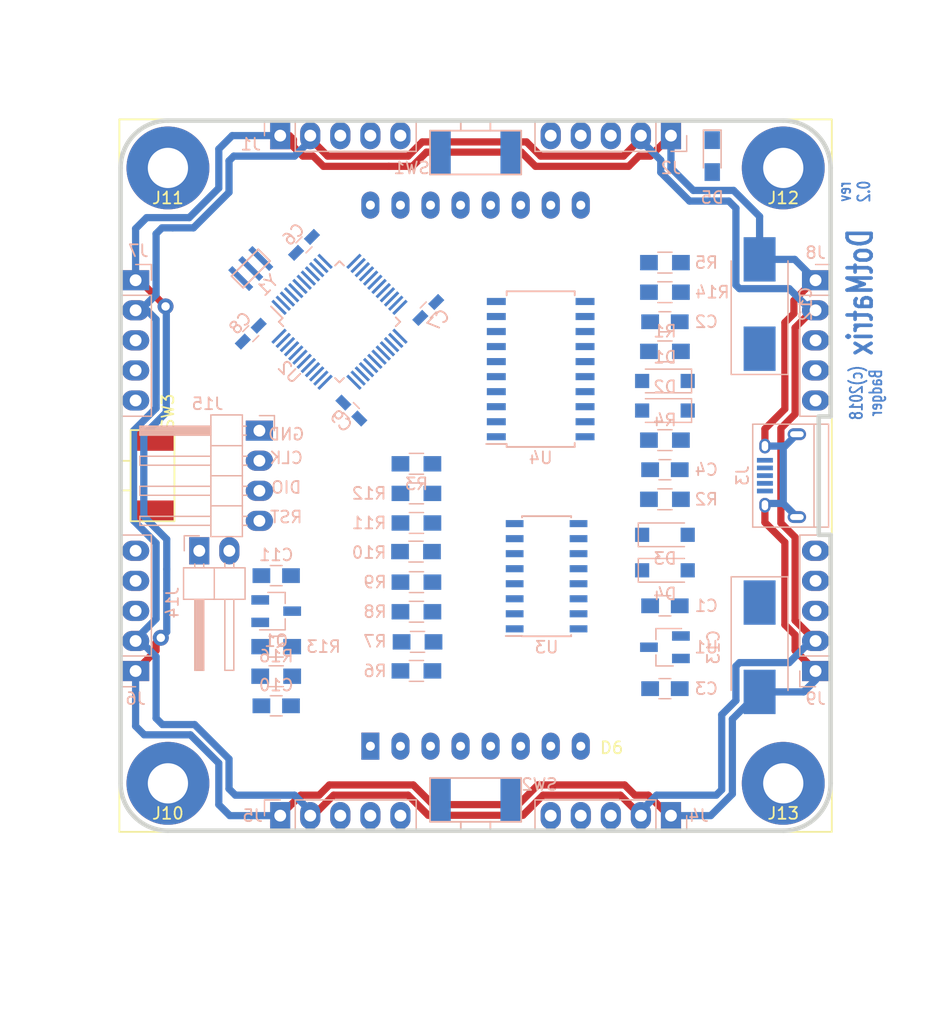
<source format=kicad_pcb>
(kicad_pcb (version 4) (host pcbnew 4.0.7-e2-6376~58~ubuntu16.04.1)

  (general
    (links 161)
    (no_connects 141)
    (area 69.809499 69.809499 130.190501 130.190501)
    (thickness 1.6002)
    (drawings 24)
    (tracks 178)
    (zones 0)
    (modules 57)
    (nets 69)
  )

  (page A4)
  (layers
    (0 Front signal)
    (31 Back signal)
    (32 B.Adhes user)
    (33 F.Adhes user)
    (34 B.Paste user)
    (35 F.Paste user)
    (36 B.SilkS user)
    (37 F.SilkS user)
    (38 B.Mask user)
    (39 F.Mask user)
    (40 Dwgs.User user)
    (41 Cmts.User user)
    (42 Eco1.User user)
    (43 Eco2.User user)
    (44 Edge.Cuts user)
  )

  (setup
    (last_trace_width 0.2032)
    (trace_clearance 0.2032)
    (zone_clearance 0.508)
    (zone_45_only yes)
    (trace_min 0.2032)
    (segment_width 0.381)
    (edge_width 0.381)
    (via_size 0.889)
    (via_drill 0.6096)
    (via_min_size 0.889)
    (via_min_drill 0.508)
    (uvia_size 0.889)
    (uvia_drill 0.6096)
    (uvias_allowed no)
    (uvia_min_size 0.508)
    (uvia_min_drill 0.127)
    (pcb_text_width 0.3048)
    (pcb_text_size 1.524 2.032)
    (mod_edge_width 0.381)
    (mod_text_size 1.524 1.524)
    (mod_text_width 0.3048)
    (pad_size 1.524 4.0005)
    (pad_drill 0)
    (pad_to_mask_clearance 0.254)
    (aux_axis_origin 0 0)
    (visible_elements FFFFFFFF)
    (pcbplotparams
      (layerselection 0x010cc_80000001)
      (usegerberextensions false)
      (usegerberattributes true)
      (excludeedgelayer false)
      (linewidth 0.150000)
      (plotframeref false)
      (viasonmask false)
      (mode 1)
      (useauxorigin false)
      (hpglpennumber 1)
      (hpglpenspeed 20)
      (hpglpendiameter 15)
      (hpglpenoverlay 0)
      (psnegative false)
      (psa4output false)
      (plotreference true)
      (plotvalue true)
      (plotinvisibletext false)
      (padsonsilk false)
      (subtractmaskfromsilk false)
      (outputformat 1)
      (mirror false)
      (drillshape 0)
      (scaleselection 1)
      (outputdirectory fabricaton_jlcpcb/))
  )

  (net 0 "")
  (net 1 GND)
  (net 2 /IN1)
  (net 3 /NRST)
  (net 4 +5V)
  (net 5 +3V3)
  (net 6 VCC)
  (net 7 /I2C_SCL)
  (net 8 /I2C_SDA)
  (net 9 /LED)
  (net 10 "Net-(D5-Pad1)")
  (net 11 "Net-(D3-Pad2)")
  (net 12 /IN0)
  (net 13 /OSC_IN)
  (net 14 /OSC_OUT)
  (net 15 /BOOT0)
  (net 16 /BTN0)
  (net 17 /BTN1)
  (net 18 /LED_matrix/OUT_C8)
  (net 19 /LED_matrix/OUT_C7)
  (net 20 /LED_matrix/OUT_A1)
  (net 21 /LED_matrix/OUT_C1)
  (net 22 /LED_matrix/OUT_A3)
  (net 23 /LED_matrix/OUT_C6)
  (net 24 /LED_matrix/OUT_C4)
  (net 25 /LED_matrix/OUT_A0)
  (net 26 /LED_matrix/OUT_A5)
  (net 27 /LED_matrix/OUT_A2)
  (net 28 /LED_matrix/OUT_C3)
  (net 29 /LED_matrix/OUT_A7)
  (net 30 /LED_matrix/OUT_C2)
  (net 31 /LED_matrix/OUT_C5)
  (net 32 /LED_matrix/OUT_A6)
  (net 33 /LED_matrix/OUT_A4)
  (net 34 "Net-(Q1-Pad1)")
  (net 35 /LED_matrix/C1)
  (net 36 /LED_matrix/C2)
  (net 37 /LED_matrix/C3)
  (net 38 /LED_matrix/C4)
  (net 39 /LED_matrix/C5)
  (net 40 /LED_matrix/C6)
  (net 41 /LED_matrix/C7)
  (net 42 /LED_matrix/C8)
  (net 43 /IN0P)
  (net 44 /IN1P)
  (net 45 /UART_RX4)
  (net 46 /UART_TX2)
  (net 47 /UART_RX2)
  (net 48 /LEDS_A0)
  (net 49 /LEDS_A1)
  (net 50 /LEDS_A3)
  (net 51 /LEDS_A4)
  (net 52 /UART_TX3)
  (net 53 /UART_RX3)
  (net 54 /IN2)
  (net 55 /IN3)
  (net 56 /LEDS_A2)
  (net 57 /UART_TX1)
  (net 58 /UART_RX1)
  (net 59 /USB_DM)
  (net 60 /USB_DP)
  (net 61 /SWDIO)
  (net 62 /SWCLK)
  (net 63 /CAT_STROBE)
  (net 64 /CAT_CLK)
  (net 65 /LEDS_A5)
  (net 66 /CAT_DATA)
  (net 67 /LEDS_A6)
  (net 68 /LEDS_A7)

  (net_class Default "This is the default net class."
    (clearance 0.2032)
    (trace_width 0.2032)
    (via_dia 0.889)
    (via_drill 0.6096)
    (uvia_dia 0.889)
    (uvia_drill 0.6096)
    (add_net +3V3)
    (add_net +5V)
    (add_net /BOOT0)
    (add_net /BTN0)
    (add_net /BTN1)
    (add_net /CAT_CLK)
    (add_net /CAT_DATA)
    (add_net /CAT_STROBE)
    (add_net /I2C_SCL)
    (add_net /I2C_SDA)
    (add_net /IN0)
    (add_net /IN0P)
    (add_net /IN1)
    (add_net /IN1P)
    (add_net /IN2)
    (add_net /IN3)
    (add_net /LED)
    (add_net /LEDS_A0)
    (add_net /LEDS_A1)
    (add_net /LEDS_A2)
    (add_net /LEDS_A3)
    (add_net /LEDS_A4)
    (add_net /LEDS_A5)
    (add_net /LEDS_A6)
    (add_net /LEDS_A7)
    (add_net /LED_matrix/C1)
    (add_net /LED_matrix/C2)
    (add_net /LED_matrix/C3)
    (add_net /LED_matrix/C4)
    (add_net /LED_matrix/C5)
    (add_net /LED_matrix/C6)
    (add_net /LED_matrix/C7)
    (add_net /LED_matrix/C8)
    (add_net /LED_matrix/OUT_A0)
    (add_net /LED_matrix/OUT_A1)
    (add_net /LED_matrix/OUT_A2)
    (add_net /LED_matrix/OUT_A3)
    (add_net /LED_matrix/OUT_A4)
    (add_net /LED_matrix/OUT_A5)
    (add_net /LED_matrix/OUT_A6)
    (add_net /LED_matrix/OUT_A7)
    (add_net /LED_matrix/OUT_C1)
    (add_net /LED_matrix/OUT_C2)
    (add_net /LED_matrix/OUT_C3)
    (add_net /LED_matrix/OUT_C4)
    (add_net /LED_matrix/OUT_C5)
    (add_net /LED_matrix/OUT_C6)
    (add_net /LED_matrix/OUT_C7)
    (add_net /LED_matrix/OUT_C8)
    (add_net /NRST)
    (add_net /OSC_IN)
    (add_net /OSC_OUT)
    (add_net /SWCLK)
    (add_net /SWDIO)
    (add_net /UART_RX1)
    (add_net /UART_RX2)
    (add_net /UART_RX3)
    (add_net /UART_RX4)
    (add_net /UART_TX1)
    (add_net /UART_TX2)
    (add_net /UART_TX3)
    (add_net /USB_DM)
    (add_net /USB_DP)
    (add_net "Net-(D3-Pad2)")
    (add_net "Net-(D5-Pad1)")
    (add_net "Net-(Q1-Pad1)")
  )

  (net_class led_power ""
    (clearance 0.2032)
    (trace_width 0.3048)
    (via_dia 0.889)
    (via_drill 0.6096)
    (uvia_dia 0.889)
    (uvia_drill 0.6096)
  )

  (net_class power ""
    (clearance 0.254)
    (trace_width 0.6096)
    (via_dia 1.3462)
    (via_drill 0.7112)
    (uvia_dia 0.9652)
    (uvia_drill 0.7112)
    (add_net GND)
    (add_net VCC)
  )

  (module kicad_libraries_new:badger_LED_MATRIX_8x8_60.2mmx60.2mm (layer Front) (tedit 5BD4CBC0) (tstamp 5B8552C1)
    (at 100 100)
    (path /5BD6AFE7/5BD6C36C)
    (fp_text reference D6 (at 11.5 23) (layer F.SilkS)
      (effects (font (size 1 1) (thickness 0.15)))
    )
    (fp_text value LED_MATRIX_8x8 (at 0 -31) (layer F.Fab)
      (effects (font (size 1 1) (thickness 0.15)))
    )
    (fp_line (start -30.1 -30.1) (end 30.1 -30.1) (layer F.SilkS) (width 0.15))
    (fp_line (start 30.1 -30.1) (end 30.1 30.1) (layer F.SilkS) (width 0.15))
    (fp_line (start 30.1 30.1) (end -30.1 30.1) (layer F.SilkS) (width 0.15))
    (fp_line (start -30.1 30.1) (end -30.1 -30.1) (layer F.SilkS) (width 0.15))
    (pad 16 thru_hole oval (at -8.89 -22.86) (size 1.524 2.286) (drill 0.762) (layers *.Cu *.Mask)
      (net 18 /LED_matrix/OUT_C8))
    (pad 15 thru_hole oval (at -6.35 -22.86) (size 1.524 2.286) (drill 0.762) (layers *.Cu *.Mask)
      (net 19 /LED_matrix/OUT_C7))
    (pad 14 thru_hole oval (at -3.81 -22.86) (size 1.524 2.286) (drill 0.762) (layers *.Cu *.Mask)
      (net 20 /LED_matrix/OUT_A1))
    (pad 13 thru_hole oval (at -1.27 -22.86) (size 1.524 2.286) (drill 0.762) (layers *.Cu *.Mask)
      (net 21 /LED_matrix/OUT_C1))
    (pad 12 thru_hole oval (at 1.27 -22.86) (size 1.524 2.286) (drill 0.762) (layers *.Cu *.Mask)
      (net 22 /LED_matrix/OUT_A3))
    (pad 11 thru_hole oval (at 3.81 -22.86) (size 1.524 2.286) (drill 0.762) (layers *.Cu *.Mask)
      (net 23 /LED_matrix/OUT_C6))
    (pad 10 thru_hole oval (at 6.35 -22.86) (size 1.524 2.286) (drill 0.762) (layers *.Cu *.Mask)
      (net 24 /LED_matrix/OUT_C4))
    (pad 9 thru_hole oval (at 8.89 -22.86) (size 1.524 2.286) (drill 0.762) (layers *.Cu *.Mask)
      (net 25 /LED_matrix/OUT_A0))
    (pad 7 thru_hole oval (at 6.35 22.86) (size 1.524 2.286) (drill 0.762) (layers *.Cu *.Mask)
      (net 26 /LED_matrix/OUT_A5))
    (pad 8 thru_hole oval (at 8.89 22.86) (size 1.524 2.286) (drill 0.762) (layers *.Cu *.Mask)
      (net 27 /LED_matrix/OUT_A2))
    (pad 4 thru_hole oval (at -1.27 22.86) (size 1.524 2.286) (drill 0.762) (layers *.Cu *.Mask)
      (net 28 /LED_matrix/OUT_C3))
    (pad 5 thru_hole oval (at 1.27 22.86) (size 1.524 2.286) (drill 0.762) (layers *.Cu *.Mask)
      (net 29 /LED_matrix/OUT_A7))
    (pad 3 thru_hole oval (at -3.81 22.86) (size 1.524 2.286) (drill 0.762) (layers *.Cu *.Mask)
      (net 30 /LED_matrix/OUT_C2))
    (pad 6 thru_hole oval (at 3.81 22.86) (size 1.524 2.286) (drill 0.762) (layers *.Cu *.Mask)
      (net 31 /LED_matrix/OUT_C5))
    (pad 2 thru_hole oval (at -6.35 22.86) (size 1.524 2.286) (drill 0.762) (layers *.Cu *.Mask)
      (net 32 /LED_matrix/OUT_A6))
    (pad 1 thru_hole rect (at -8.89 22.86) (size 1.524 2.286) (drill 0.762) (layers *.Cu *.Mask)
      (net 33 /LED_matrix/OUT_A4))
  )

  (module LEDs:LED_0805_HandSoldering (layer Back) (tedit 5BD4CBA2) (tstamp 5B7D98B9)
    (at 120 73 270)
    (descr "Resistor SMD 0805, hand soldering")
    (tags "resistor 0805")
    (path /5B30C71A)
    (attr smd)
    (fp_text reference D5 (at 3.5 0 360) (layer B.SilkS)
      (effects (font (size 1 1) (thickness 0.15)) (justify mirror))
    )
    (fp_text value LED (at 0 -1.75 270) (layer B.Fab)
      (effects (font (size 1 1) (thickness 0.15)) (justify mirror))
    )
    (fp_line (start -0.4 0.4) (end -0.4 -0.4) (layer B.Fab) (width 0.1))
    (fp_line (start -0.4 0) (end 0.2 0.4) (layer B.Fab) (width 0.1))
    (fp_line (start 0.2 -0.4) (end -0.4 0) (layer B.Fab) (width 0.1))
    (fp_line (start 0.2 0.4) (end 0.2 -0.4) (layer B.Fab) (width 0.1))
    (fp_line (start -1 -0.62) (end -1 0.62) (layer B.Fab) (width 0.1))
    (fp_line (start 1 -0.62) (end -1 -0.62) (layer B.Fab) (width 0.1))
    (fp_line (start 1 0.62) (end 1 -0.62) (layer B.Fab) (width 0.1))
    (fp_line (start -1 0.62) (end 1 0.62) (layer B.Fab) (width 0.1))
    (fp_line (start 1 -0.75) (end -2.2 -0.75) (layer B.SilkS) (width 0.12))
    (fp_line (start -2.2 0.75) (end 1 0.75) (layer B.SilkS) (width 0.12))
    (fp_line (start -2.35 0.9) (end 2.35 0.9) (layer B.CrtYd) (width 0.05))
    (fp_line (start -2.35 0.9) (end -2.35 -0.9) (layer B.CrtYd) (width 0.05))
    (fp_line (start 2.35 -0.9) (end 2.35 0.9) (layer B.CrtYd) (width 0.05))
    (fp_line (start 2.35 -0.9) (end -2.35 -0.9) (layer B.CrtYd) (width 0.05))
    (fp_line (start -2.2 0.75) (end -2.2 -0.75) (layer B.SilkS) (width 0.12))
    (pad 1 smd rect (at -1.35 0 270) (size 1.5 1.3) (layers Back B.Paste B.Mask)
      (net 10 "Net-(D5-Pad1)"))
    (pad 2 smd rect (at 1.35 0 270) (size 1.5 1.3) (layers Back B.Paste B.Mask)
      (net 5 +3V3))
    (model ${KISYS3DMOD}/LEDs.3dshapes/LED_0805.wrl
      (at (xyz 0 0 0))
      (scale (xyz 1 1 1))
      (rotate (xyz 0 0 0))
    )
  )

  (module Resistors_SMD:R_0805_HandSoldering (layer Back) (tedit 5BD4CB55) (tstamp 5B7D98F4)
    (at 116 82 180)
    (descr "Resistor SMD 0805, hand soldering")
    (tags "resistor 0805")
    (path /5B30C89A)
    (attr smd)
    (fp_text reference R5 (at -3.5 0 180) (layer B.SilkS)
      (effects (font (size 1 1) (thickness 0.15)) (justify mirror))
    )
    (fp_text value 1k (at 0 -1.75 180) (layer B.Fab)
      (effects (font (size 1 1) (thickness 0.15)) (justify mirror))
    )
    (fp_text user %R (at 0 0 180) (layer B.Fab)
      (effects (font (size 0.5 0.5) (thickness 0.075)) (justify mirror))
    )
    (fp_line (start -1 -0.62) (end -1 0.62) (layer B.Fab) (width 0.1))
    (fp_line (start 1 -0.62) (end -1 -0.62) (layer B.Fab) (width 0.1))
    (fp_line (start 1 0.62) (end 1 -0.62) (layer B.Fab) (width 0.1))
    (fp_line (start -1 0.62) (end 1 0.62) (layer B.Fab) (width 0.1))
    (fp_line (start 0.6 -0.88) (end -0.6 -0.88) (layer B.SilkS) (width 0.12))
    (fp_line (start -0.6 0.88) (end 0.6 0.88) (layer B.SilkS) (width 0.12))
    (fp_line (start -2.35 0.9) (end 2.35 0.9) (layer B.CrtYd) (width 0.05))
    (fp_line (start -2.35 0.9) (end -2.35 -0.9) (layer B.CrtYd) (width 0.05))
    (fp_line (start 2.35 -0.9) (end 2.35 0.9) (layer B.CrtYd) (width 0.05))
    (fp_line (start 2.35 -0.9) (end -2.35 -0.9) (layer B.CrtYd) (width 0.05))
    (pad 1 smd rect (at -1.35 0 180) (size 1.5 1.3) (layers Back B.Paste B.Mask)
      (net 10 "Net-(D5-Pad1)"))
    (pad 2 smd rect (at 1.35 0 180) (size 1.5 1.3) (layers Back B.Paste B.Mask)
      (net 9 /LED))
    (model ${KISYS3DMOD}/Resistors_SMD.3dshapes/R_0805.wrl
      (at (xyz 0 0 0))
      (scale (xyz 1 1 1))
      (rotate (xyz 0 0 0))
    )
  )

  (module Resistors_SMD:R_0805_HandSoldering (layer Back) (tedit 5BD4C798) (tstamp 5B7D98FA)
    (at 95 116.5)
    (descr "Resistor SMD 0805, hand soldering")
    (tags "resistor 0805")
    (path /5BD6AFE7/5BD6B8E4)
    (attr smd)
    (fp_text reference R6 (at -3.5 0) (layer B.SilkS)
      (effects (font (size 1 1) (thickness 0.15)) (justify mirror))
    )
    (fp_text value R (at 0 -1.75) (layer B.Fab)
      (effects (font (size 1 1) (thickness 0.15)) (justify mirror))
    )
    (fp_text user %R (at 0 0) (layer B.Fab)
      (effects (font (size 0.5 0.5) (thickness 0.075)) (justify mirror))
    )
    (fp_line (start -1 -0.62) (end -1 0.62) (layer B.Fab) (width 0.1))
    (fp_line (start 1 -0.62) (end -1 -0.62) (layer B.Fab) (width 0.1))
    (fp_line (start 1 0.62) (end 1 -0.62) (layer B.Fab) (width 0.1))
    (fp_line (start -1 0.62) (end 1 0.62) (layer B.Fab) (width 0.1))
    (fp_line (start 0.6 -0.88) (end -0.6 -0.88) (layer B.SilkS) (width 0.12))
    (fp_line (start -0.6 0.88) (end 0.6 0.88) (layer B.SilkS) (width 0.12))
    (fp_line (start -2.35 0.9) (end 2.35 0.9) (layer B.CrtYd) (width 0.05))
    (fp_line (start -2.35 0.9) (end -2.35 -0.9) (layer B.CrtYd) (width 0.05))
    (fp_line (start 2.35 -0.9) (end 2.35 0.9) (layer B.CrtYd) (width 0.05))
    (fp_line (start 2.35 -0.9) (end -2.35 -0.9) (layer B.CrtYd) (width 0.05))
    (pad 1 smd rect (at -1.35 0) (size 1.5 1.3) (layers Back B.Paste B.Mask)
      (net 30 /LED_matrix/OUT_C2))
    (pad 2 smd rect (at 1.35 0) (size 1.5 1.3) (layers Back B.Paste B.Mask)
      (net 36 /LED_matrix/C2))
    (model ${KISYS3DMOD}/Resistors_SMD.3dshapes/R_0805.wrl
      (at (xyz 0 0 0))
      (scale (xyz 1 1 1))
      (rotate (xyz 0 0 0))
    )
  )

  (module Resistors_SMD:R_0805_HandSoldering (layer Back) (tedit 5BD4C79C) (tstamp 5B7D9900)
    (at 95.094 114.046)
    (descr "Resistor SMD 0805, hand soldering")
    (tags "resistor 0805")
    (path /5BD6AFE7/5BD6B8C0)
    (attr smd)
    (fp_text reference R7 (at -3.594 -0.046) (layer B.SilkS)
      (effects (font (size 1 1) (thickness 0.15)) (justify mirror))
    )
    (fp_text value R (at 0 -1.75) (layer B.Fab)
      (effects (font (size 1 1) (thickness 0.15)) (justify mirror))
    )
    (fp_text user %R (at 0 0) (layer B.Fab)
      (effects (font (size 0.5 0.5) (thickness 0.075)) (justify mirror))
    )
    (fp_line (start -1 -0.62) (end -1 0.62) (layer B.Fab) (width 0.1))
    (fp_line (start 1 -0.62) (end -1 -0.62) (layer B.Fab) (width 0.1))
    (fp_line (start 1 0.62) (end 1 -0.62) (layer B.Fab) (width 0.1))
    (fp_line (start -1 0.62) (end 1 0.62) (layer B.Fab) (width 0.1))
    (fp_line (start 0.6 -0.88) (end -0.6 -0.88) (layer B.SilkS) (width 0.12))
    (fp_line (start -0.6 0.88) (end 0.6 0.88) (layer B.SilkS) (width 0.12))
    (fp_line (start -2.35 0.9) (end 2.35 0.9) (layer B.CrtYd) (width 0.05))
    (fp_line (start -2.35 0.9) (end -2.35 -0.9) (layer B.CrtYd) (width 0.05))
    (fp_line (start 2.35 -0.9) (end 2.35 0.9) (layer B.CrtYd) (width 0.05))
    (fp_line (start 2.35 -0.9) (end -2.35 -0.9) (layer B.CrtYd) (width 0.05))
    (pad 1 smd rect (at -1.35 0) (size 1.5 1.3) (layers Back B.Paste B.Mask)
      (net 28 /LED_matrix/OUT_C3))
    (pad 2 smd rect (at 1.35 0) (size 1.5 1.3) (layers Back B.Paste B.Mask)
      (net 37 /LED_matrix/C3))
    (model ${KISYS3DMOD}/Resistors_SMD.3dshapes/R_0805.wrl
      (at (xyz 0 0 0))
      (scale (xyz 1 1 1))
      (rotate (xyz 0 0 0))
    )
  )

  (module Resistors_SMD:R_0805_HandSoldering (layer Back) (tedit 5BD4C79E) (tstamp 5B7D9906)
    (at 95 111.5)
    (descr "Resistor SMD 0805, hand soldering")
    (tags "resistor 0805")
    (path /5BD6AFE7/5BD6B8D6)
    (attr smd)
    (fp_text reference R8 (at -3.5 0) (layer B.SilkS)
      (effects (font (size 1 1) (thickness 0.15)) (justify mirror))
    )
    (fp_text value R (at 0 -1.75) (layer B.Fab)
      (effects (font (size 1 1) (thickness 0.15)) (justify mirror))
    )
    (fp_text user %R (at 0 0) (layer B.Fab)
      (effects (font (size 0.5 0.5) (thickness 0.075)) (justify mirror))
    )
    (fp_line (start -1 -0.62) (end -1 0.62) (layer B.Fab) (width 0.1))
    (fp_line (start 1 -0.62) (end -1 -0.62) (layer B.Fab) (width 0.1))
    (fp_line (start 1 0.62) (end 1 -0.62) (layer B.Fab) (width 0.1))
    (fp_line (start -1 0.62) (end 1 0.62) (layer B.Fab) (width 0.1))
    (fp_line (start 0.6 -0.88) (end -0.6 -0.88) (layer B.SilkS) (width 0.12))
    (fp_line (start -0.6 0.88) (end 0.6 0.88) (layer B.SilkS) (width 0.12))
    (fp_line (start -2.35 0.9) (end 2.35 0.9) (layer B.CrtYd) (width 0.05))
    (fp_line (start -2.35 0.9) (end -2.35 -0.9) (layer B.CrtYd) (width 0.05))
    (fp_line (start 2.35 -0.9) (end 2.35 0.9) (layer B.CrtYd) (width 0.05))
    (fp_line (start 2.35 -0.9) (end -2.35 -0.9) (layer B.CrtYd) (width 0.05))
    (pad 1 smd rect (at -1.35 0) (size 1.5 1.3) (layers Back B.Paste B.Mask)
      (net 24 /LED_matrix/OUT_C4))
    (pad 2 smd rect (at 1.35 0) (size 1.5 1.3) (layers Back B.Paste B.Mask)
      (net 38 /LED_matrix/C4))
    (model ${KISYS3DMOD}/Resistors_SMD.3dshapes/R_0805.wrl
      (at (xyz 0 0 0))
      (scale (xyz 1 1 1))
      (rotate (xyz 0 0 0))
    )
  )

  (module Resistors_SMD:R_0805_HandSoldering (layer Back) (tedit 5BD4C7A8) (tstamp 5B7D990C)
    (at 95 109)
    (descr "Resistor SMD 0805, hand soldering")
    (tags "resistor 0805")
    (path /5BD6AFE7/5BD6B8F9)
    (attr smd)
    (fp_text reference R9 (at -3.5 0) (layer B.SilkS)
      (effects (font (size 1 1) (thickness 0.15)) (justify mirror))
    )
    (fp_text value R (at 0 -1.75) (layer B.Fab)
      (effects (font (size 1 1) (thickness 0.15)) (justify mirror))
    )
    (fp_text user %R (at 0 0) (layer B.Fab)
      (effects (font (size 0.5 0.5) (thickness 0.075)) (justify mirror))
    )
    (fp_line (start -1 -0.62) (end -1 0.62) (layer B.Fab) (width 0.1))
    (fp_line (start 1 -0.62) (end -1 -0.62) (layer B.Fab) (width 0.1))
    (fp_line (start 1 0.62) (end 1 -0.62) (layer B.Fab) (width 0.1))
    (fp_line (start -1 0.62) (end 1 0.62) (layer B.Fab) (width 0.1))
    (fp_line (start 0.6 -0.88) (end -0.6 -0.88) (layer B.SilkS) (width 0.12))
    (fp_line (start -0.6 0.88) (end 0.6 0.88) (layer B.SilkS) (width 0.12))
    (fp_line (start -2.35 0.9) (end 2.35 0.9) (layer B.CrtYd) (width 0.05))
    (fp_line (start -2.35 0.9) (end -2.35 -0.9) (layer B.CrtYd) (width 0.05))
    (fp_line (start 2.35 -0.9) (end 2.35 0.9) (layer B.CrtYd) (width 0.05))
    (fp_line (start 2.35 -0.9) (end -2.35 -0.9) (layer B.CrtYd) (width 0.05))
    (pad 1 smd rect (at -1.35 0) (size 1.5 1.3) (layers Back B.Paste B.Mask)
      (net 31 /LED_matrix/OUT_C5))
    (pad 2 smd rect (at 1.35 0) (size 1.5 1.3) (layers Back B.Paste B.Mask)
      (net 39 /LED_matrix/C5))
    (model ${KISYS3DMOD}/Resistors_SMD.3dshapes/R_0805.wrl
      (at (xyz 0 0 0))
      (scale (xyz 1 1 1))
      (rotate (xyz 0 0 0))
    )
  )

  (module Resistors_SMD:R_0805_HandSoldering (layer Back) (tedit 5BD4C7B1) (tstamp 5B7D9912)
    (at 94.966 106.419)
    (descr "Resistor SMD 0805, hand soldering")
    (tags "resistor 0805")
    (path /5BD6AFE7/5BD6B900)
    (attr smd)
    (fp_text reference R10 (at -3.966 0.081) (layer B.SilkS)
      (effects (font (size 1 1) (thickness 0.15)) (justify mirror))
    )
    (fp_text value R (at 0 -1.75) (layer B.Fab)
      (effects (font (size 1 1) (thickness 0.15)) (justify mirror))
    )
    (fp_text user %R (at 0 0) (layer B.Fab)
      (effects (font (size 0.5 0.5) (thickness 0.075)) (justify mirror))
    )
    (fp_line (start -1 -0.62) (end -1 0.62) (layer B.Fab) (width 0.1))
    (fp_line (start 1 -0.62) (end -1 -0.62) (layer B.Fab) (width 0.1))
    (fp_line (start 1 0.62) (end 1 -0.62) (layer B.Fab) (width 0.1))
    (fp_line (start -1 0.62) (end 1 0.62) (layer B.Fab) (width 0.1))
    (fp_line (start 0.6 -0.88) (end -0.6 -0.88) (layer B.SilkS) (width 0.12))
    (fp_line (start -0.6 0.88) (end 0.6 0.88) (layer B.SilkS) (width 0.12))
    (fp_line (start -2.35 0.9) (end 2.35 0.9) (layer B.CrtYd) (width 0.05))
    (fp_line (start -2.35 0.9) (end -2.35 -0.9) (layer B.CrtYd) (width 0.05))
    (fp_line (start 2.35 -0.9) (end 2.35 0.9) (layer B.CrtYd) (width 0.05))
    (fp_line (start 2.35 -0.9) (end -2.35 -0.9) (layer B.CrtYd) (width 0.05))
    (pad 1 smd rect (at -1.35 0) (size 1.5 1.3) (layers Back B.Paste B.Mask)
      (net 23 /LED_matrix/OUT_C6))
    (pad 2 smd rect (at 1.35 0) (size 1.5 1.3) (layers Back B.Paste B.Mask)
      (net 40 /LED_matrix/C6))
    (model ${KISYS3DMOD}/Resistors_SMD.3dshapes/R_0805.wrl
      (at (xyz 0 0 0))
      (scale (xyz 1 1 1))
      (rotate (xyz 0 0 0))
    )
  )

  (module Resistors_SMD:R_0805_HandSoldering (layer Back) (tedit 5BD4C7BC) (tstamp 5B7D9918)
    (at 95 104)
    (descr "Resistor SMD 0805, hand soldering")
    (tags "resistor 0805")
    (path /5BD6AFE7/5BD6B8EB)
    (attr smd)
    (fp_text reference R11 (at -4 0) (layer B.SilkS)
      (effects (font (size 1 1) (thickness 0.15)) (justify mirror))
    )
    (fp_text value R (at 0 -1.75) (layer B.Fab)
      (effects (font (size 1 1) (thickness 0.15)) (justify mirror))
    )
    (fp_text user %R (at 0 0) (layer B.Fab)
      (effects (font (size 0.5 0.5) (thickness 0.075)) (justify mirror))
    )
    (fp_line (start -1 -0.62) (end -1 0.62) (layer B.Fab) (width 0.1))
    (fp_line (start 1 -0.62) (end -1 -0.62) (layer B.Fab) (width 0.1))
    (fp_line (start 1 0.62) (end 1 -0.62) (layer B.Fab) (width 0.1))
    (fp_line (start -1 0.62) (end 1 0.62) (layer B.Fab) (width 0.1))
    (fp_line (start 0.6 -0.88) (end -0.6 -0.88) (layer B.SilkS) (width 0.12))
    (fp_line (start -0.6 0.88) (end 0.6 0.88) (layer B.SilkS) (width 0.12))
    (fp_line (start -2.35 0.9) (end 2.35 0.9) (layer B.CrtYd) (width 0.05))
    (fp_line (start -2.35 0.9) (end -2.35 -0.9) (layer B.CrtYd) (width 0.05))
    (fp_line (start 2.35 -0.9) (end 2.35 0.9) (layer B.CrtYd) (width 0.05))
    (fp_line (start 2.35 -0.9) (end -2.35 -0.9) (layer B.CrtYd) (width 0.05))
    (pad 1 smd rect (at -1.35 0) (size 1.5 1.3) (layers Back B.Paste B.Mask)
      (net 19 /LED_matrix/OUT_C7))
    (pad 2 smd rect (at 1.35 0) (size 1.5 1.3) (layers Back B.Paste B.Mask)
      (net 41 /LED_matrix/C7))
    (model ${KISYS3DMOD}/Resistors_SMD.3dshapes/R_0805.wrl
      (at (xyz 0 0 0))
      (scale (xyz 1 1 1))
      (rotate (xyz 0 0 0))
    )
  )

  (module Resistors_SMD:R_0805_HandSoldering (layer Back) (tedit 5BD4C7BF) (tstamp 5B7D991E)
    (at 95 101.5)
    (descr "Resistor SMD 0805, hand soldering")
    (tags "resistor 0805")
    (path /5BD6AFE7/5BD6B8F2)
    (attr smd)
    (fp_text reference R12 (at -4 0) (layer B.SilkS)
      (effects (font (size 1 1) (thickness 0.15)) (justify mirror))
    )
    (fp_text value R (at 0 -1.75) (layer B.Fab)
      (effects (font (size 1 1) (thickness 0.15)) (justify mirror))
    )
    (fp_text user %R (at 0 0) (layer B.Fab)
      (effects (font (size 0.5 0.5) (thickness 0.075)) (justify mirror))
    )
    (fp_line (start -1 -0.62) (end -1 0.62) (layer B.Fab) (width 0.1))
    (fp_line (start 1 -0.62) (end -1 -0.62) (layer B.Fab) (width 0.1))
    (fp_line (start 1 0.62) (end 1 -0.62) (layer B.Fab) (width 0.1))
    (fp_line (start -1 0.62) (end 1 0.62) (layer B.Fab) (width 0.1))
    (fp_line (start 0.6 -0.88) (end -0.6 -0.88) (layer B.SilkS) (width 0.12))
    (fp_line (start -0.6 0.88) (end 0.6 0.88) (layer B.SilkS) (width 0.12))
    (fp_line (start -2.35 0.9) (end 2.35 0.9) (layer B.CrtYd) (width 0.05))
    (fp_line (start -2.35 0.9) (end -2.35 -0.9) (layer B.CrtYd) (width 0.05))
    (fp_line (start 2.35 -0.9) (end 2.35 0.9) (layer B.CrtYd) (width 0.05))
    (fp_line (start 2.35 -0.9) (end -2.35 -0.9) (layer B.CrtYd) (width 0.05))
    (pad 1 smd rect (at -1.35 0) (size 1.5 1.3) (layers Back B.Paste B.Mask)
      (net 18 /LED_matrix/OUT_C8))
    (pad 2 smd rect (at 1.35 0) (size 1.5 1.3) (layers Back B.Paste B.Mask)
      (net 42 /LED_matrix/C8))
    (model ${KISYS3DMOD}/Resistors_SMD.3dshapes/R_0805.wrl
      (at (xyz 0 0 0))
      (scale (xyz 1 1 1))
      (rotate (xyz 0 0 0))
    )
  )

  (module Resistors_SMD:R_0805_HandSoldering (layer Back) (tedit 5BD4C7C2) (tstamp 5B7D9924)
    (at 83.15 114.45 180)
    (descr "Resistor SMD 0805, hand soldering")
    (tags "resistor 0805")
    (path /5BD78066)
    (attr smd)
    (fp_text reference R13 (at -4 0 180) (layer B.SilkS)
      (effects (font (size 1 1) (thickness 0.15)) (justify mirror))
    )
    (fp_text value 10k (at 0 -1.75 180) (layer B.Fab)
      (effects (font (size 1 1) (thickness 0.15)) (justify mirror))
    )
    (fp_text user %R (at 0 0 180) (layer B.Fab)
      (effects (font (size 0.5 0.5) (thickness 0.075)) (justify mirror))
    )
    (fp_line (start -1 -0.62) (end -1 0.62) (layer B.Fab) (width 0.1))
    (fp_line (start 1 -0.62) (end -1 -0.62) (layer B.Fab) (width 0.1))
    (fp_line (start 1 0.62) (end 1 -0.62) (layer B.Fab) (width 0.1))
    (fp_line (start -1 0.62) (end 1 0.62) (layer B.Fab) (width 0.1))
    (fp_line (start 0.6 -0.88) (end -0.6 -0.88) (layer B.SilkS) (width 0.12))
    (fp_line (start -0.6 0.88) (end 0.6 0.88) (layer B.SilkS) (width 0.12))
    (fp_line (start -2.35 0.9) (end 2.35 0.9) (layer B.CrtYd) (width 0.05))
    (fp_line (start -2.35 0.9) (end -2.35 -0.9) (layer B.CrtYd) (width 0.05))
    (fp_line (start 2.35 -0.9) (end 2.35 0.9) (layer B.CrtYd) (width 0.05))
    (fp_line (start 2.35 -0.9) (end -2.35 -0.9) (layer B.CrtYd) (width 0.05))
    (pad 1 smd rect (at -1.35 0 180) (size 1.5 1.3) (layers Back B.Paste B.Mask)
      (net 34 "Net-(Q1-Pad1)"))
    (pad 2 smd rect (at 1.35 0 180) (size 1.5 1.3) (layers Back B.Paste B.Mask)
      (net 1 GND))
    (model ${KISYS3DMOD}/Resistors_SMD.3dshapes/R_0805.wrl
      (at (xyz 0 0 0))
      (scale (xyz 1 1 1))
      (rotate (xyz 0 0 0))
    )
  )

  (module Capacitors_SMD:C_0805_HandSoldering (layer Back) (tedit 5BD4CB47) (tstamp 5B7D9D9D)
    (at 116 111)
    (descr "Capacitor SMD 0805, hand soldering")
    (tags "capacitor 0805")
    (path /5BD5C3C9)
    (attr smd)
    (fp_text reference C1 (at 3.5 0) (layer B.SilkS)
      (effects (font (size 1 1) (thickness 0.15)) (justify mirror))
    )
    (fp_text value 4u7 (at 0 -1.75) (layer B.Fab)
      (effects (font (size 1 1) (thickness 0.15)) (justify mirror))
    )
    (fp_text user %R (at 0 1.75) (layer B.Fab)
      (effects (font (size 1 1) (thickness 0.15)) (justify mirror))
    )
    (fp_line (start -1 -0.62) (end -1 0.62) (layer B.Fab) (width 0.1))
    (fp_line (start 1 -0.62) (end -1 -0.62) (layer B.Fab) (width 0.1))
    (fp_line (start 1 0.62) (end 1 -0.62) (layer B.Fab) (width 0.1))
    (fp_line (start -1 0.62) (end 1 0.62) (layer B.Fab) (width 0.1))
    (fp_line (start 0.5 0.85) (end -0.5 0.85) (layer B.SilkS) (width 0.12))
    (fp_line (start -0.5 -0.85) (end 0.5 -0.85) (layer B.SilkS) (width 0.12))
    (fp_line (start -2.25 0.88) (end 2.25 0.88) (layer B.CrtYd) (width 0.05))
    (fp_line (start -2.25 0.88) (end -2.25 -0.87) (layer B.CrtYd) (width 0.05))
    (fp_line (start 2.25 -0.87) (end 2.25 0.88) (layer B.CrtYd) (width 0.05))
    (fp_line (start 2.25 -0.87) (end -2.25 -0.87) (layer B.CrtYd) (width 0.05))
    (pad 1 smd rect (at -1.25 0) (size 1.5 1.25) (layers Back B.Paste B.Mask)
      (net 4 +5V))
    (pad 2 smd rect (at 1.25 0) (size 1.5 1.25) (layers Back B.Paste B.Mask)
      (net 1 GND))
    (model Capacitors_SMD.3dshapes/C_0805.wrl
      (at (xyz 0 0 0))
      (scale (xyz 1 1 1))
      (rotate (xyz 0 0 0))
    )
  )

  (module Capacitors_SMD:C_0805_HandSoldering (layer Back) (tedit 5BD4CB39) (tstamp 5B7D9DA7)
    (at 116 118)
    (descr "Capacitor SMD 0805, hand soldering")
    (tags "capacitor 0805")
    (path /5BD5C62F)
    (attr smd)
    (fp_text reference C3 (at 3.5 0) (layer B.SilkS)
      (effects (font (size 1 1) (thickness 0.15)) (justify mirror))
    )
    (fp_text value 4u7 (at 0 -1.75) (layer B.Fab)
      (effects (font (size 1 1) (thickness 0.15)) (justify mirror))
    )
    (fp_text user %R (at 0 1.75) (layer B.Fab)
      (effects (font (size 1 1) (thickness 0.15)) (justify mirror))
    )
    (fp_line (start -1 -0.62) (end -1 0.62) (layer B.Fab) (width 0.1))
    (fp_line (start 1 -0.62) (end -1 -0.62) (layer B.Fab) (width 0.1))
    (fp_line (start 1 0.62) (end 1 -0.62) (layer B.Fab) (width 0.1))
    (fp_line (start -1 0.62) (end 1 0.62) (layer B.Fab) (width 0.1))
    (fp_line (start 0.5 0.85) (end -0.5 0.85) (layer B.SilkS) (width 0.12))
    (fp_line (start -0.5 -0.85) (end 0.5 -0.85) (layer B.SilkS) (width 0.12))
    (fp_line (start -2.25 0.88) (end 2.25 0.88) (layer B.CrtYd) (width 0.05))
    (fp_line (start -2.25 0.88) (end -2.25 -0.87) (layer B.CrtYd) (width 0.05))
    (fp_line (start 2.25 -0.87) (end 2.25 0.88) (layer B.CrtYd) (width 0.05))
    (fp_line (start 2.25 -0.87) (end -2.25 -0.87) (layer B.CrtYd) (width 0.05))
    (pad 1 smd rect (at -1.25 0) (size 1.5 1.25) (layers Back B.Paste B.Mask)
      (net 5 +3V3))
    (pad 2 smd rect (at 1.25 0) (size 1.5 1.25) (layers Back B.Paste B.Mask)
      (net 1 GND))
    (model Capacitors_SMD.3dshapes/C_0805.wrl
      (at (xyz 0 0 0))
      (scale (xyz 1 1 1))
      (rotate (xyz 0 0 0))
    )
  )

  (module Housings_SOIC:SOIC-16_3.9x9.9mm_Pitch1.27mm (layer Back) (tedit 58CC8F64) (tstamp 5B815705)
    (at 106 108.5)
    (descr "16-Lead Plastic Small Outline (SL) - Narrow, 3.90 mm Body [SOIC] (see Microchip Packaging Specification 00000049BS.pdf)")
    (tags "SOIC 1.27")
    (path /5BD6AFE7/5BD6DD3F)
    (attr smd)
    (fp_text reference U3 (at 0 6) (layer B.SilkS)
      (effects (font (size 1 1) (thickness 0.15)) (justify mirror))
    )
    (fp_text value NPIC6C595 (at 0 -6) (layer B.Fab)
      (effects (font (size 1 1) (thickness 0.15)) (justify mirror))
    )
    (fp_text user %R (at 0 0) (layer B.Fab)
      (effects (font (size 0.9 0.9) (thickness 0.135)) (justify mirror))
    )
    (fp_line (start -0.95 4.95) (end 1.95 4.95) (layer B.Fab) (width 0.15))
    (fp_line (start 1.95 4.95) (end 1.95 -4.95) (layer B.Fab) (width 0.15))
    (fp_line (start 1.95 -4.95) (end -1.95 -4.95) (layer B.Fab) (width 0.15))
    (fp_line (start -1.95 -4.95) (end -1.95 3.95) (layer B.Fab) (width 0.15))
    (fp_line (start -1.95 3.95) (end -0.95 4.95) (layer B.Fab) (width 0.15))
    (fp_line (start -3.7 5.25) (end -3.7 -5.25) (layer B.CrtYd) (width 0.05))
    (fp_line (start 3.7 5.25) (end 3.7 -5.25) (layer B.CrtYd) (width 0.05))
    (fp_line (start -3.7 5.25) (end 3.7 5.25) (layer B.CrtYd) (width 0.05))
    (fp_line (start -3.7 -5.25) (end 3.7 -5.25) (layer B.CrtYd) (width 0.05))
    (fp_line (start -2.075 5.075) (end -2.075 5.05) (layer B.SilkS) (width 0.15))
    (fp_line (start 2.075 5.075) (end 2.075 4.97) (layer B.SilkS) (width 0.15))
    (fp_line (start 2.075 -5.075) (end 2.075 -4.97) (layer B.SilkS) (width 0.15))
    (fp_line (start -2.075 -5.075) (end -2.075 -4.97) (layer B.SilkS) (width 0.15))
    (fp_line (start -2.075 5.075) (end 2.075 5.075) (layer B.SilkS) (width 0.15))
    (fp_line (start -2.075 -5.075) (end 2.075 -5.075) (layer B.SilkS) (width 0.15))
    (fp_line (start -2.075 5.05) (end -3.45 5.05) (layer B.SilkS) (width 0.15))
    (pad 1 smd rect (at -2.7 4.445) (size 1.5 0.6) (layers Back B.Paste B.Mask)
      (net 4 +5V))
    (pad 2 smd rect (at -2.7 3.175) (size 1.5 0.6) (layers Back B.Paste B.Mask)
      (net 66 /CAT_DATA))
    (pad 3 smd rect (at -2.7 1.905) (size 1.5 0.6) (layers Back B.Paste B.Mask)
      (net 35 /LED_matrix/C1))
    (pad 4 smd rect (at -2.7 0.635) (size 1.5 0.6) (layers Back B.Paste B.Mask)
      (net 36 /LED_matrix/C2))
    (pad 5 smd rect (at -2.7 -0.635) (size 1.5 0.6) (layers Back B.Paste B.Mask)
      (net 37 /LED_matrix/C3))
    (pad 6 smd rect (at -2.7 -1.905) (size 1.5 0.6) (layers Back B.Paste B.Mask)
      (net 38 /LED_matrix/C4))
    (pad 7 smd rect (at -2.7 -3.175) (size 1.5 0.6) (layers Back B.Paste B.Mask)
      (net 5 +3V3))
    (pad 8 smd rect (at -2.7 -4.445) (size 1.5 0.6) (layers Back B.Paste B.Mask)
      (net 1 GND))
    (pad 9 smd rect (at 2.7 -4.445) (size 1.5 0.6) (layers Back B.Paste B.Mask))
    (pad 10 smd rect (at 2.7 -3.175) (size 1.5 0.6) (layers Back B.Paste B.Mask)
      (net 63 /CAT_STROBE))
    (pad 11 smd rect (at 2.7 -1.905) (size 1.5 0.6) (layers Back B.Paste B.Mask)
      (net 39 /LED_matrix/C5))
    (pad 12 smd rect (at 2.7 -0.635) (size 1.5 0.6) (layers Back B.Paste B.Mask)
      (net 40 /LED_matrix/C6))
    (pad 13 smd rect (at 2.7 0.635) (size 1.5 0.6) (layers Back B.Paste B.Mask)
      (net 41 /LED_matrix/C7))
    (pad 14 smd rect (at 2.7 1.905) (size 1.5 0.6) (layers Back B.Paste B.Mask)
      (net 42 /LED_matrix/C8))
    (pad 15 smd rect (at 2.7 3.175) (size 1.5 0.6) (layers Back B.Paste B.Mask)
      (net 64 /CAT_CLK))
    (pad 16 smd rect (at 2.7 4.445) (size 1.5 0.6) (layers Back B.Paste B.Mask)
      (net 1 GND))
    (model ${KISYS3DMOD}/Housings_SOIC.3dshapes/SOIC-16_3.9x9.9mm_Pitch1.27mm.wrl
      (at (xyz 0 0 0))
      (scale (xyz 1 1 1))
      (rotate (xyz 0 0 0))
    )
  )

  (module kicad_libraries_new:badger_20P2N_5.4x12.8mm_Pitch1.27mm (layer Back) (tedit 5B815C77) (tstamp 5B816068)
    (at 105.5 91)
    (descr "20-Lead Plastic Small Outline (SO) - Wide, 7.50 mm Body [SOIC] (see Microchip Packaging Specification 00000049BS.pdf)")
    (tags "SOIC 1.27")
    (path /5BD6AFE7/5BD6E3BD)
    (attr smd)
    (fp_text reference U4 (at 0 7.5) (layer B.SilkS)
      (effects (font (size 1 1) (thickness 0.15)) (justify mirror))
    )
    (fp_text value M54564FP (at 0 -7.5) (layer B.Fab)
      (effects (font (size 1 1) (thickness 0.15)) (justify mirror))
    )
    (fp_text user %R (at 0 0) (layer B.Fab)
      (effects (font (size 1 1) (thickness 0.15)) (justify mirror))
    )
    (fp_line (start -1.7 6.4) (end 2.7 6.4) (layer B.Fab) (width 0.15))
    (fp_line (start 2.7 6.4) (end 2.7 -6.4) (layer B.Fab) (width 0.15))
    (fp_line (start 2.7 -6.4) (end -2.7 -6.4) (layer B.Fab) (width 0.15))
    (fp_line (start -2.7 -6.4) (end -2.7 5.4) (layer B.Fab) (width 0.15))
    (fp_line (start -2.7 5.4) (end -1.7 6.4) (layer B.Fab) (width 0.15))
    (fp_line (start -5.95 6.75) (end -5.95 -6.75) (layer B.CrtYd) (width 0.05))
    (fp_line (start 5.95 6.75) (end 5.95 -6.75) (layer B.CrtYd) (width 0.05))
    (fp_line (start -5.95 6.75) (end 5.95 6.75) (layer B.CrtYd) (width 0.05))
    (fp_line (start -5.95 -6.75) (end 5.95 -6.75) (layer B.CrtYd) (width 0.05))
    (fp_line (start -2.875 6.575) (end -2.875 6.325) (layer B.SilkS) (width 0.15))
    (fp_line (start 2.875 6.575) (end 2.875 6.24) (layer B.SilkS) (width 0.15))
    (fp_line (start 2.875 -6.575) (end 2.875 -6.24) (layer B.SilkS) (width 0.15))
    (fp_line (start -2.875 -6.575) (end -2.875 -6.24) (layer B.SilkS) (width 0.15))
    (fp_line (start -2.875 6.575) (end 2.875 6.575) (layer B.SilkS) (width 0.15))
    (fp_line (start -2.875 -6.575) (end 2.875 -6.575) (layer B.SilkS) (width 0.15))
    (fp_line (start -2.875 6.325) (end -4.6 6.325) (layer B.SilkS) (width 0.15))
    (pad 1 smd rect (at -3.75 5.715) (size 1.6 0.6) (layers Back B.Paste B.Mask))
    (pad 2 smd rect (at -3.75 4.445) (size 1.6 0.6) (layers Back B.Paste B.Mask)
      (net 48 /LEDS_A0))
    (pad 3 smd rect (at -3.75 3.175) (size 1.6 0.6) (layers Back B.Paste B.Mask)
      (net 49 /LEDS_A1))
    (pad 4 smd rect (at -3.75 1.905) (size 1.6 0.6) (layers Back B.Paste B.Mask)
      (net 56 /LEDS_A2))
    (pad 5 smd rect (at -3.75 0.635) (size 1.6 0.6) (layers Back B.Paste B.Mask)
      (net 50 /LEDS_A3))
    (pad 6 smd rect (at -3.75 -0.635) (size 1.6 0.6) (layers Back B.Paste B.Mask)
      (net 51 /LEDS_A4))
    (pad 7 smd rect (at -3.75 -1.905) (size 1.6 0.6) (layers Back B.Paste B.Mask)
      (net 65 /LEDS_A5))
    (pad 8 smd rect (at -3.75 -3.175) (size 1.6 0.6) (layers Back B.Paste B.Mask)
      (net 67 /LEDS_A6))
    (pad 9 smd rect (at -3.75 -4.445) (size 1.6 0.6) (layers Back B.Paste B.Mask)
      (net 68 /LEDS_A7))
    (pad 10 smd rect (at -3.75 -5.715) (size 1.6 0.6) (layers Back B.Paste B.Mask)
      (net 4 +5V))
    (pad 11 smd rect (at 3.75 -5.715) (size 1.6 0.6) (layers Back B.Paste B.Mask)
      (net 1 GND))
    (pad 12 smd rect (at 3.75 -4.445) (size 1.6 0.6) (layers Back B.Paste B.Mask)
      (net 29 /LED_matrix/OUT_A7))
    (pad 13 smd rect (at 3.75 -3.175) (size 1.6 0.6) (layers Back B.Paste B.Mask)
      (net 32 /LED_matrix/OUT_A6))
    (pad 14 smd rect (at 3.75 -1.905) (size 1.6 0.6) (layers Back B.Paste B.Mask)
      (net 26 /LED_matrix/OUT_A5))
    (pad 15 smd rect (at 3.75 -0.635) (size 1.6 0.6) (layers Back B.Paste B.Mask)
      (net 33 /LED_matrix/OUT_A4))
    (pad 16 smd rect (at 3.75 0.635) (size 1.6 0.6) (layers Back B.Paste B.Mask)
      (net 22 /LED_matrix/OUT_A3))
    (pad 17 smd rect (at 3.75 1.905) (size 1.6 0.6) (layers Back B.Paste B.Mask)
      (net 27 /LED_matrix/OUT_A2))
    (pad 18 smd rect (at 3.75 3.175) (size 1.6 0.6) (layers Back B.Paste B.Mask)
      (net 20 /LED_matrix/OUT_A1))
    (pad 19 smd rect (at 3.75 4.445) (size 1.6 0.6) (layers Back B.Paste B.Mask)
      (net 25 /LED_matrix/OUT_A0))
    (pad 20 smd rect (at 3.75 5.715) (size 1.6 0.6) (layers Back B.Paste B.Mask))
  )

  (module badger_footprints_kicad_4x:badger_mount_M3 (layer Front) (tedit 5A8E7558) (tstamp 5B8557C4)
    (at 74 126)
    (path /5BD6EB23/5BD72A9C)
    (fp_text reference J10 (at 0 2.54) (layer F.SilkS)
      (effects (font (size 1 1) (thickness 0.15)))
    )
    (fp_text value Conn_01x01_Female (at 0 -3.81) (layer F.Fab)
      (effects (font (size 1 1) (thickness 0.15)))
    )
    (pad 1 thru_hole circle (at 0 0) (size 7 7) (drill 3.4) (layers *.Cu *.Mask))
  )

  (module badger_footprints_kicad_4x:badger_mount_M3 (layer Front) (tedit 5A8E7558) (tstamp 5B8557C9)
    (at 74 74)
    (path /5BD6EB23/5BD72A95)
    (fp_text reference J11 (at 0 2.54) (layer F.SilkS)
      (effects (font (size 1 1) (thickness 0.15)))
    )
    (fp_text value Conn_01x01_Female (at 0 -3.81) (layer F.Fab)
      (effects (font (size 1 1) (thickness 0.15)))
    )
    (pad 1 thru_hole circle (at 0 0) (size 7 7) (drill 3.4) (layers *.Cu *.Mask))
  )

  (module badger_footprints_kicad_4x:badger_mount_M3 (layer Front) (tedit 5A8E7558) (tstamp 5B8557CE)
    (at 126 74)
    (path /5BD6EB23/5BD72A8E)
    (fp_text reference J12 (at 0 2.54) (layer F.SilkS)
      (effects (font (size 1 1) (thickness 0.15)))
    )
    (fp_text value Conn_01x01_Female (at 0 -3.81) (layer F.Fab)
      (effects (font (size 1 1) (thickness 0.15)))
    )
    (pad 1 thru_hole circle (at 0 0) (size 7 7) (drill 3.4) (layers *.Cu *.Mask))
  )

  (module badger_footprints_kicad_4x:badger_mount_M3 (layer Front) (tedit 5A8E7558) (tstamp 5B8557D3)
    (at 126 126)
    (path /5BD6EB23/5BD72A87)
    (fp_text reference J13 (at 0 2.54) (layer F.SilkS)
      (effects (font (size 1 1) (thickness 0.15)))
    )
    (fp_text value Conn_01x01_Female (at 0 -3.81) (layer F.Fab)
      (effects (font (size 1 1) (thickness 0.15)))
    )
    (pad 1 thru_hole circle (at 0 0) (size 7 7) (drill 3.4) (layers *.Cu *.Mask))
  )

  (module Capacitors_SMD:C_0805_HandSoldering (layer Back) (tedit 5BD4CB78) (tstamp 5B894873)
    (at 116 87 180)
    (descr "Capacitor SMD 0805, hand soldering")
    (tags "capacitor 0805")
    (path /5B895B32)
    (attr smd)
    (fp_text reference C2 (at -3.5 0 180) (layer B.SilkS)
      (effects (font (size 1 1) (thickness 0.15)) (justify mirror))
    )
    (fp_text value 100n (at 0 -1.75 180) (layer B.Fab)
      (effects (font (size 1 1) (thickness 0.15)) (justify mirror))
    )
    (fp_text user %R (at 0 1.75 180) (layer B.Fab)
      (effects (font (size 1 1) (thickness 0.15)) (justify mirror))
    )
    (fp_line (start -1 -0.62) (end -1 0.62) (layer B.Fab) (width 0.1))
    (fp_line (start 1 -0.62) (end -1 -0.62) (layer B.Fab) (width 0.1))
    (fp_line (start 1 0.62) (end 1 -0.62) (layer B.Fab) (width 0.1))
    (fp_line (start -1 0.62) (end 1 0.62) (layer B.Fab) (width 0.1))
    (fp_line (start 0.5 0.85) (end -0.5 0.85) (layer B.SilkS) (width 0.12))
    (fp_line (start -0.5 -0.85) (end 0.5 -0.85) (layer B.SilkS) (width 0.12))
    (fp_line (start -2.25 0.88) (end 2.25 0.88) (layer B.CrtYd) (width 0.05))
    (fp_line (start -2.25 0.88) (end -2.25 -0.87) (layer B.CrtYd) (width 0.05))
    (fp_line (start 2.25 -0.87) (end 2.25 0.88) (layer B.CrtYd) (width 0.05))
    (fp_line (start 2.25 -0.87) (end -2.25 -0.87) (layer B.CrtYd) (width 0.05))
    (pad 1 smd rect (at -1.25 0 180) (size 1.5 1.25) (layers Back B.Paste B.Mask)
      (net 1 GND))
    (pad 2 smd rect (at 1.25 0 180) (size 1.5 1.25) (layers Back B.Paste B.Mask)
      (net 16 /BTN0))
    (model Capacitors_SMD.3dshapes/C_0805.wrl
      (at (xyz 0 0 0))
      (scale (xyz 1 1 1))
      (rotate (xyz 0 0 0))
    )
  )

  (module Resistors_SMD:R_0805_HandSoldering (layer Back) (tedit 5BD4CB7C) (tstamp 5B894892)
    (at 116 84.5 180)
    (descr "Resistor SMD 0805, hand soldering")
    (tags "resistor 0805")
    (path /5B896672)
    (attr smd)
    (fp_text reference R14 (at -4 0 180) (layer B.SilkS)
      (effects (font (size 1 1) (thickness 0.15)) (justify mirror))
    )
    (fp_text value 220k (at 0 -1.75 180) (layer B.Fab)
      (effects (font (size 1 1) (thickness 0.15)) (justify mirror))
    )
    (fp_text user %R (at 0 0 180) (layer B.Fab)
      (effects (font (size 0.5 0.5) (thickness 0.075)) (justify mirror))
    )
    (fp_line (start -1 -0.62) (end -1 0.62) (layer B.Fab) (width 0.1))
    (fp_line (start 1 -0.62) (end -1 -0.62) (layer B.Fab) (width 0.1))
    (fp_line (start 1 0.62) (end 1 -0.62) (layer B.Fab) (width 0.1))
    (fp_line (start -1 0.62) (end 1 0.62) (layer B.Fab) (width 0.1))
    (fp_line (start 0.6 -0.88) (end -0.6 -0.88) (layer B.SilkS) (width 0.12))
    (fp_line (start -0.6 0.88) (end 0.6 0.88) (layer B.SilkS) (width 0.12))
    (fp_line (start -2.35 0.9) (end 2.35 0.9) (layer B.CrtYd) (width 0.05))
    (fp_line (start -2.35 0.9) (end -2.35 -0.9) (layer B.CrtYd) (width 0.05))
    (fp_line (start 2.35 -0.9) (end 2.35 0.9) (layer B.CrtYd) (width 0.05))
    (fp_line (start 2.35 -0.9) (end -2.35 -0.9) (layer B.CrtYd) (width 0.05))
    (pad 1 smd rect (at -1.35 0 180) (size 1.5 1.3) (layers Back B.Paste B.Mask)
      (net 5 +3V3))
    (pad 2 smd rect (at 1.35 0 180) (size 1.5 1.3) (layers Back B.Paste B.Mask)
      (net 16 /BTN0))
    (model ${KISYS3DMOD}/Resistors_SMD.3dshapes/R_0805.wrl
      (at (xyz 0 0 0))
      (scale (xyz 1 1 1))
      (rotate (xyz 0 0 0))
    )
  )

  (module kicad_libraries_new:badger_SOT-23_handsolder (layer Back) (tedit 5BD4CB44) (tstamp 5BD37BDD)
    (at 116 114.5 180)
    (descr "SOT-23, Standard")
    (tags SOT-23)
    (path /5B8162CA)
    (attr smd)
    (fp_text reference U1 (at -3.5 0 180) (layer B.SilkS)
      (effects (font (size 1 1) (thickness 0.15)) (justify mirror))
    )
    (fp_text value DS9166A-23 (at 0 -2.5 180) (layer B.Fab)
      (effects (font (size 1 1) (thickness 0.15)) (justify mirror))
    )
    (fp_text user %R (at 0 0 450) (layer B.Fab)
      (effects (font (size 0.5 0.5) (thickness 0.075)) (justify mirror))
    )
    (fp_line (start -0.7 0.95) (end -0.7 -1.5) (layer B.Fab) (width 0.1))
    (fp_line (start -0.15 1.52) (end 0.7 1.52) (layer B.Fab) (width 0.1))
    (fp_line (start -0.7 0.95) (end -0.15 1.52) (layer B.Fab) (width 0.1))
    (fp_line (start 0.7 1.52) (end 0.7 -1.52) (layer B.Fab) (width 0.1))
    (fp_line (start -0.7 -1.52) (end 0.7 -1.52) (layer B.Fab) (width 0.1))
    (fp_line (start 0.76 -1.58) (end 0.76 -0.65) (layer B.SilkS) (width 0.12))
    (fp_line (start 0.76 1.58) (end 0.76 0.65) (layer B.SilkS) (width 0.12))
    (fp_line (start -1.7 1.75) (end 1.7 1.75) (layer B.CrtYd) (width 0.05))
    (fp_line (start 1.7 1.75) (end 1.7 -1.75) (layer B.CrtYd) (width 0.05))
    (fp_line (start 1.7 -1.75) (end -1.7 -1.75) (layer B.CrtYd) (width 0.05))
    (fp_line (start -1.7 -1.75) (end -1.7 1.75) (layer B.CrtYd) (width 0.05))
    (fp_line (start 0.76 1.58) (end -1.4 1.58) (layer B.SilkS) (width 0.12))
    (fp_line (start 0.76 -1.58) (end -0.7 -1.58) (layer B.SilkS) (width 0.12))
    (pad 1 smd rect (at -1.35 0.95 180) (size 1.5 0.8) (layers Back B.Paste B.Mask)
      (net 1 GND))
    (pad 2 smd rect (at -1.35 -0.95 180) (size 1.5 0.8) (layers Back B.Paste B.Mask)
      (net 5 +3V3))
    (pad 3 smd rect (at 1.35 0 180) (size 1.5 0.8) (layers Back B.Paste B.Mask)
      (net 4 +5V))
    (model ${KISYS3DMOD}/TO_SOT_Packages_SMD.3dshapes/SOT-23.wrl
      (at (xyz 0 0 0))
      (scale (xyz 1 1 1))
      (rotate (xyz 0 0 0))
    )
  )

  (module kicad_libraries_new:badger_LQFP-48_7x7mm_Pitch0.5mm_handsolder (layer Back) (tedit 5BD380B4) (tstamp 5BD38A8B)
    (at 88.5 87 315)
    (descr "48 LEAD LQFP 7x7mm (see MICREL LQFP7x7-48LD-PL-1.pdf)")
    (tags "QFP 0.5")
    (path /5B7C507C)
    (attr smd)
    (fp_text reference U2 (at 0 6 315) (layer B.SilkS)
      (effects (font (size 1 1) (thickness 0.15)) (justify mirror))
    )
    (fp_text value STM32F070CBTx (at 0 -6 315) (layer B.Fab)
      (effects (font (size 1 1) (thickness 0.15)) (justify mirror))
    )
    (fp_text user %R (at 0 0 315) (layer B.Fab)
      (effects (font (size 1 1) (thickness 0.15)) (justify mirror))
    )
    (fp_line (start -2.5 3.5) (end 3.5 3.5) (layer B.Fab) (width 0.15))
    (fp_line (start 3.5 3.5) (end 3.5 -3.5) (layer B.Fab) (width 0.15))
    (fp_line (start 3.5 -3.5) (end -3.5 -3.5) (layer B.Fab) (width 0.15))
    (fp_line (start -3.5 -3.5) (end -3.5 2.5) (layer B.Fab) (width 0.15))
    (fp_line (start -3.5 2.5) (end -2.5 3.5) (layer B.Fab) (width 0.15))
    (fp_line (start -5.25 5.25) (end -5.25 -5.25) (layer B.CrtYd) (width 0.05))
    (fp_line (start 5.25 5.25) (end 5.25 -5.25) (layer B.CrtYd) (width 0.05))
    (fp_line (start -5.25 5.25) (end 5.25 5.25) (layer B.CrtYd) (width 0.05))
    (fp_line (start -5.25 -5.25) (end 5.25 -5.25) (layer B.CrtYd) (width 0.05))
    (fp_line (start -3.625 3.625) (end -3.625 3.175) (layer B.SilkS) (width 0.15))
    (fp_line (start 3.625 3.625) (end 3.625 3.1) (layer B.SilkS) (width 0.15))
    (fp_line (start 3.625 -3.625) (end 3.625 -3.1) (layer B.SilkS) (width 0.15))
    (fp_line (start -3.625 -3.625) (end -3.625 -3.1) (layer B.SilkS) (width 0.15))
    (fp_line (start -3.625 3.625) (end -3.1 3.625) (layer B.SilkS) (width 0.15))
    (fp_line (start -3.625 -3.625) (end -3.1 -3.625) (layer B.SilkS) (width 0.15))
    (fp_line (start 3.625 -3.625) (end 3.1 -3.625) (layer B.SilkS) (width 0.15))
    (fp_line (start 3.625 3.625) (end 3.1 3.625) (layer B.SilkS) (width 0.15))
    (fp_line (start -3.625 3.175) (end -5 3.175) (layer B.SilkS) (width 0.15))
    (pad 1 smd rect (at -4.475 2.75 315) (size 1.6 0.25) (layers Back B.Paste B.Mask)
      (net 5 +3V3))
    (pad 2 smd rect (at -4.475 2.25 315) (size 1.6 0.25) (layers Back B.Paste B.Mask)
      (net 16 /BTN0))
    (pad 3 smd rect (at -4.475 1.75 315) (size 1.6 0.25) (layers Back B.Paste B.Mask)
      (net 17 /BTN1))
    (pad 4 smd rect (at -4.475 1.25 315) (size 1.6 0.25) (layers Back B.Paste B.Mask)
      (net 9 /LED))
    (pad 5 smd rect (at -4.475 0.75 315) (size 1.6 0.25) (layers Back B.Paste B.Mask)
      (net 13 /OSC_IN))
    (pad 6 smd rect (at -4.475 0.25 315) (size 1.6 0.25) (layers Back B.Paste B.Mask)
      (net 14 /OSC_OUT))
    (pad 7 smd rect (at -4.475 -0.25 315) (size 1.6 0.25) (layers Back B.Paste B.Mask)
      (net 3 /NRST))
    (pad 8 smd rect (at -4.475 -0.75 315) (size 1.6 0.25) (layers Back B.Paste B.Mask)
      (net 1 GND))
    (pad 9 smd rect (at -4.475 -1.25 315) (size 1.6 0.25) (layers Back B.Paste B.Mask)
      (net 5 +3V3))
    (pad 10 smd rect (at -4.475 -1.75 315) (size 1.6 0.25) (layers Back B.Paste B.Mask)
      (net 45 /UART_RX4))
    (pad 11 smd rect (at -4.475 -2.25 315) (size 1.6 0.25) (layers Back B.Paste B.Mask)
      (net 45 /UART_RX4))
    (pad 12 smd rect (at -4.475 -2.75 315) (size 1.6 0.25) (layers Back B.Paste B.Mask)
      (net 46 /UART_TX2))
    (pad 13 smd rect (at -2.75 -4.475 225) (size 1.6 0.25) (layers Back B.Paste B.Mask)
      (net 47 /UART_RX2))
    (pad 14 smd rect (at -2.25 -4.475 225) (size 1.6 0.25) (layers Back B.Paste B.Mask)
      (net 12 /IN0))
    (pad 15 smd rect (at -1.75 -4.475 225) (size 1.6 0.25) (layers Back B.Paste B.Mask)
      (net 2 /IN1))
    (pad 16 smd rect (at -1.25 -4.475 225) (size 1.6 0.25) (layers Back B.Paste B.Mask)
      (net 48 /LEDS_A0))
    (pad 17 smd rect (at -0.75 -4.475 225) (size 1.6 0.25) (layers Back B.Paste B.Mask)
      (net 49 /LEDS_A1))
    (pad 18 smd rect (at -0.25 -4.475 225) (size 1.6 0.25) (layers Back B.Paste B.Mask)
      (net 50 /LEDS_A3))
    (pad 19 smd rect (at 0.25 -4.475 225) (size 1.6 0.25) (layers Back B.Paste B.Mask)
      (net 51 /LEDS_A4))
    (pad 20 smd rect (at 0.75 -4.475 225) (size 1.6 0.25) (layers Back B.Paste B.Mask))
    (pad 21 smd rect (at 1.25 -4.475 225) (size 1.6 0.25) (layers Back B.Paste B.Mask)
      (net 52 /UART_TX3))
    (pad 22 smd rect (at 1.75 -4.475 225) (size 1.6 0.25) (layers Back B.Paste B.Mask)
      (net 53 /UART_RX3))
    (pad 23 smd rect (at 2.25 -4.475 225) (size 1.6 0.25) (layers Back B.Paste B.Mask)
      (net 1 GND))
    (pad 24 smd rect (at 2.75 -4.475 225) (size 1.6 0.25) (layers Back B.Paste B.Mask)
      (net 5 +3V3))
    (pad 25 smd rect (at 4.475 -2.75 315) (size 1.6 0.25) (layers Back B.Paste B.Mask)
      (net 54 /IN2))
    (pad 26 smd rect (at 4.475 -2.25 315) (size 1.6 0.25) (layers Back B.Paste B.Mask)
      (net 7 /I2C_SCL))
    (pad 27 smd rect (at 4.475 -1.75 315) (size 1.6 0.25) (layers Back B.Paste B.Mask)
      (net 8 /I2C_SDA))
    (pad 28 smd rect (at 4.475 -1.25 315) (size 1.6 0.25) (layers Back B.Paste B.Mask)
      (net 55 /IN3))
    (pad 29 smd rect (at 4.475 -0.75 315) (size 1.6 0.25) (layers Back B.Paste B.Mask)
      (net 56 /LEDS_A2))
    (pad 30 smd rect (at 4.475 -0.25 315) (size 1.6 0.25) (layers Back B.Paste B.Mask)
      (net 57 /UART_TX1))
    (pad 31 smd rect (at 4.475 0.25 315) (size 1.6 0.25) (layers Back B.Paste B.Mask)
      (net 58 /UART_RX1))
    (pad 32 smd rect (at 4.475 0.75 315) (size 1.6 0.25) (layers Back B.Paste B.Mask)
      (net 59 /USB_DM))
    (pad 33 smd rect (at 4.475 1.25 315) (size 1.6 0.25) (layers Back B.Paste B.Mask)
      (net 60 /USB_DP))
    (pad 34 smd rect (at 4.475 1.75 315) (size 1.6 0.25) (layers Back B.Paste B.Mask)
      (net 61 /SWDIO))
    (pad 35 smd rect (at 4.475 2.25 315) (size 1.6 0.25) (layers Back B.Paste B.Mask)
      (net 1 GND))
    (pad 36 smd rect (at 4.475 2.75 315) (size 1.6 0.25) (layers Back B.Paste B.Mask)
      (net 5 +3V3))
    (pad 37 smd rect (at 2.75 4.475 225) (size 1.6 0.25) (layers Back B.Paste B.Mask)
      (net 62 /SWCLK))
    (pad 38 smd rect (at 2.25 4.475 225) (size 1.6 0.25) (layers Back B.Paste B.Mask)
      (net 63 /CAT_STROBE))
    (pad 39 smd rect (at 1.75 4.475 225) (size 1.6 0.25) (layers Back B.Paste B.Mask)
      (net 64 /CAT_CLK))
    (pad 40 smd rect (at 1.25 4.475 225) (size 1.6 0.25) (layers Back B.Paste B.Mask)
      (net 65 /LEDS_A5))
    (pad 41 smd rect (at 0.75 4.475 225) (size 1.6 0.25) (layers Back B.Paste B.Mask)
      (net 66 /CAT_DATA))
    (pad 42 smd rect (at 0.25 4.475 225) (size 1.6 0.25) (layers Back B.Paste B.Mask)
      (net 67 /LEDS_A6))
    (pad 43 smd rect (at -0.25 4.475 225) (size 1.6 0.25) (layers Back B.Paste B.Mask)
      (net 68 /LEDS_A7))
    (pad 44 smd rect (at -0.75 4.475 225) (size 1.6 0.25) (layers Back B.Paste B.Mask)
      (net 15 /BOOT0))
    (pad 45 smd rect (at -1.25 4.475 225) (size 1.6 0.25) (layers Back B.Paste B.Mask)
      (net 8 /I2C_SDA))
    (pad 46 smd rect (at -1.75 4.475 225) (size 1.6 0.25) (layers Back B.Paste B.Mask)
      (net 7 /I2C_SCL))
    (pad 47 smd rect (at -2.25 4.475 225) (size 1.6 0.25) (layers Back B.Paste B.Mask)
      (net 1 GND))
    (pad 48 smd rect (at -2.75 4.475 225) (size 1.6 0.25) (layers Back B.Paste B.Mask)
      (net 5 +3V3))
    (model ${KISYS3DMOD}/Housings_QFP.3dshapes/LQFP-48_7x7mm_Pitch0.5mm.wrl
      (at (xyz 0 0 0))
      (scale (xyz 1 1 1))
      (rotate (xyz 0 0 0))
    )
  )

  (module kicad_libraries_new:badger_Pin_Hdr_1x05_2.54mm_handsolder (layer Back) (tedit 5BD4CB99) (tstamp 5BD38C7C)
    (at 83.49 71.27 270)
    (descr "Through hole straight pin header, 1x05, 2.54mm pitch, single row")
    (tags "Through hole pin header THT 1x05 2.54mm single row")
    (path /5BD6EB23/5BD6FE56)
    (fp_text reference J1 (at 0.73 2.49 360) (layer B.SilkS)
      (effects (font (size 1 1) (thickness 0.15)) (justify mirror))
    )
    (fp_text value Conn_01x05 (at 0 -12.49 270) (layer B.Fab)
      (effects (font (size 1 1) (thickness 0.15)) (justify mirror))
    )
    (fp_line (start -0.635 1.27) (end 1.27 1.27) (layer B.Fab) (width 0.1))
    (fp_line (start 1.27 1.27) (end 1.27 -11.43) (layer B.Fab) (width 0.1))
    (fp_line (start 1.27 -11.43) (end -1.27 -11.43) (layer B.Fab) (width 0.1))
    (fp_line (start -1.27 -11.43) (end -1.27 0.635) (layer B.Fab) (width 0.1))
    (fp_line (start -1.27 0.635) (end -0.635 1.27) (layer B.Fab) (width 0.1))
    (fp_line (start -1.33 -11.49) (end 1.33 -11.49) (layer B.SilkS) (width 0.12))
    (fp_line (start -1.33 -1.27) (end -1.33 -11.49) (layer B.SilkS) (width 0.12))
    (fp_line (start 1.33 -1.27) (end 1.33 -11.49) (layer B.SilkS) (width 0.12))
    (fp_line (start -1.33 -1.27) (end 1.33 -1.27) (layer B.SilkS) (width 0.12))
    (fp_line (start -1.33 0) (end -1.33 1.33) (layer B.SilkS) (width 0.12))
    (fp_line (start -1.33 1.33) (end 0 1.33) (layer B.SilkS) (width 0.12))
    (fp_line (start -1.8 1.8) (end -1.8 -11.95) (layer B.CrtYd) (width 0.05))
    (fp_line (start -1.8 -11.95) (end 1.8 -11.95) (layer B.CrtYd) (width 0.05))
    (fp_line (start 1.8 -11.95) (end 1.8 1.8) (layer B.CrtYd) (width 0.05))
    (fp_line (start 1.8 1.8) (end -1.8 1.8) (layer B.CrtYd) (width 0.05))
    (fp_text user %R (at 0 -5.08 540) (layer B.Fab)
      (effects (font (size 1 1) (thickness 0.15)) (justify mirror))
    )
    (pad 1 thru_hole rect (at 0 0 270) (size 2.3 1.7) (drill 1) (layers *.Cu *.Mask)
      (net 1 GND))
    (pad 2 thru_hole oval (at 0 -2.54 270) (size 2.3 1.7) (drill 1) (layers *.Cu *.Mask)
      (net 6 VCC))
    (pad 3 thru_hole oval (at 0 -5.08 270) (size 2.3 1.7) (drill 1) (layers *.Cu *.Mask)
      (net 45 /UART_RX4))
    (pad 4 thru_hole oval (at 0 -7.62 270) (size 2.3 1.7) (drill 1) (layers *.Cu *.Mask)
      (net 44 /IN1P))
    (pad 5 thru_hole oval (at 0 -10.16 270) (size 2.3 1.7) (drill 1) (layers *.Cu *.Mask)
      (net 8 /I2C_SDA))
    (model ${KISYS3DMOD}/Pin_Headers.3dshapes/Pin_Header_Straight_1x05_Pitch2.54mm.wrl
      (at (xyz 0 0 0))
      (scale (xyz 1 1 1))
      (rotate (xyz 0 0 0))
    )
  )

  (module kicad_libraries_new:badger_Pin_Hdr_1x05_2.54mm_handsolder (layer Back) (tedit 5BD4CB9E) (tstamp 5BD38C84)
    (at 116.51 71.27 90)
    (descr "Through hole straight pin header, 1x05, 2.54mm pitch, single row")
    (tags "Through hole pin header THT 1x05 2.54mm single row")
    (path /5BD6EB23/5BD6FE5D)
    (fp_text reference J2 (at -2.73 -0.01 180) (layer B.SilkS)
      (effects (font (size 1 1) (thickness 0.15)) (justify mirror))
    )
    (fp_text value Conn_01x05 (at 0 -12.49 90) (layer B.Fab)
      (effects (font (size 1 1) (thickness 0.15)) (justify mirror))
    )
    (fp_line (start -0.635 1.27) (end 1.27 1.27) (layer B.Fab) (width 0.1))
    (fp_line (start 1.27 1.27) (end 1.27 -11.43) (layer B.Fab) (width 0.1))
    (fp_line (start 1.27 -11.43) (end -1.27 -11.43) (layer B.Fab) (width 0.1))
    (fp_line (start -1.27 -11.43) (end -1.27 0.635) (layer B.Fab) (width 0.1))
    (fp_line (start -1.27 0.635) (end -0.635 1.27) (layer B.Fab) (width 0.1))
    (fp_line (start -1.33 -11.49) (end 1.33 -11.49) (layer B.SilkS) (width 0.12))
    (fp_line (start -1.33 -1.27) (end -1.33 -11.49) (layer B.SilkS) (width 0.12))
    (fp_line (start 1.33 -1.27) (end 1.33 -11.49) (layer B.SilkS) (width 0.12))
    (fp_line (start -1.33 -1.27) (end 1.33 -1.27) (layer B.SilkS) (width 0.12))
    (fp_line (start -1.33 0) (end -1.33 1.33) (layer B.SilkS) (width 0.12))
    (fp_line (start -1.33 1.33) (end 0 1.33) (layer B.SilkS) (width 0.12))
    (fp_line (start -1.8 1.8) (end -1.8 -11.95) (layer B.CrtYd) (width 0.05))
    (fp_line (start -1.8 -11.95) (end 1.8 -11.95) (layer B.CrtYd) (width 0.05))
    (fp_line (start 1.8 -11.95) (end 1.8 1.8) (layer B.CrtYd) (width 0.05))
    (fp_line (start 1.8 1.8) (end -1.8 1.8) (layer B.CrtYd) (width 0.05))
    (fp_text user %R (at 0 -5.08 360) (layer B.Fab)
      (effects (font (size 1 1) (thickness 0.15)) (justify mirror))
    )
    (pad 1 thru_hole rect (at 0 0 90) (size 2.3 1.7) (drill 1) (layers *.Cu *.Mask)
      (net 1 GND))
    (pad 2 thru_hole oval (at 0 -2.54 90) (size 2.3 1.7) (drill 1) (layers *.Cu *.Mask)
      (net 6 VCC))
    (pad 3 thru_hole oval (at 0 -5.08 90) (size 2.3 1.7) (drill 1) (layers *.Cu *.Mask)
      (net 45 /UART_RX4))
    (pad 4 thru_hole oval (at 0 -7.62 90) (size 2.3 1.7) (drill 1) (layers *.Cu *.Mask)
      (net 16 /BTN0))
    (pad 5 thru_hole oval (at 0 -10.16 90) (size 2.3 1.7) (drill 1) (layers *.Cu *.Mask)
      (net 7 /I2C_SCL))
    (model ${KISYS3DMOD}/Pin_Headers.3dshapes/Pin_Header_Straight_1x05_Pitch2.54mm.wrl
      (at (xyz 0 0 0))
      (scale (xyz 1 1 1))
      (rotate (xyz 0 0 0))
    )
  )

  (module kicad_libraries_new:badger_Pin_Hdr_1x05_2.54mm_handsolder (layer Back) (tedit 5BD4CBA9) (tstamp 5BD38C8C)
    (at 116.51 128.73 90)
    (descr "Through hole straight pin header, 1x05, 2.54mm pitch, single row")
    (tags "Through hole pin header THT 1x05 2.54mm single row")
    (path /5BD6EB23/5BD7124B)
    (fp_text reference J4 (at 0 2.33 180) (layer B.SilkS)
      (effects (font (size 1 1) (thickness 0.15)) (justify mirror))
    )
    (fp_text value Conn_01x05 (at 0 -12.49 90) (layer B.Fab)
      (effects (font (size 1 1) (thickness 0.15)) (justify mirror))
    )
    (fp_line (start -0.635 1.27) (end 1.27 1.27) (layer B.Fab) (width 0.1))
    (fp_line (start 1.27 1.27) (end 1.27 -11.43) (layer B.Fab) (width 0.1))
    (fp_line (start 1.27 -11.43) (end -1.27 -11.43) (layer B.Fab) (width 0.1))
    (fp_line (start -1.27 -11.43) (end -1.27 0.635) (layer B.Fab) (width 0.1))
    (fp_line (start -1.27 0.635) (end -0.635 1.27) (layer B.Fab) (width 0.1))
    (fp_line (start -1.33 -11.49) (end 1.33 -11.49) (layer B.SilkS) (width 0.12))
    (fp_line (start -1.33 -1.27) (end -1.33 -11.49) (layer B.SilkS) (width 0.12))
    (fp_line (start 1.33 -1.27) (end 1.33 -11.49) (layer B.SilkS) (width 0.12))
    (fp_line (start -1.33 -1.27) (end 1.33 -1.27) (layer B.SilkS) (width 0.12))
    (fp_line (start -1.33 0) (end -1.33 1.33) (layer B.SilkS) (width 0.12))
    (fp_line (start -1.33 1.33) (end 0 1.33) (layer B.SilkS) (width 0.12))
    (fp_line (start -1.8 1.8) (end -1.8 -11.95) (layer B.CrtYd) (width 0.05))
    (fp_line (start -1.8 -11.95) (end 1.8 -11.95) (layer B.CrtYd) (width 0.05))
    (fp_line (start 1.8 -11.95) (end 1.8 1.8) (layer B.CrtYd) (width 0.05))
    (fp_line (start 1.8 1.8) (end -1.8 1.8) (layer B.CrtYd) (width 0.05))
    (fp_text user %R (at 0 -5.08 360) (layer B.Fab)
      (effects (font (size 1 1) (thickness 0.15)) (justify mirror))
    )
    (pad 1 thru_hole rect (at 0 0 90) (size 2.3 1.7) (drill 1) (layers *.Cu *.Mask)
      (net 1 GND))
    (pad 2 thru_hole oval (at 0 -2.54 90) (size 2.3 1.7) (drill 1) (layers *.Cu *.Mask)
      (net 6 VCC))
    (pad 3 thru_hole oval (at 0 -5.08 90) (size 2.3 1.7) (drill 1) (layers *.Cu *.Mask)
      (net 46 /UART_TX2))
    (pad 4 thru_hole oval (at 0 -7.62 90) (size 2.3 1.7) (drill 1) (layers *.Cu *.Mask)
      (net 43 /IN0P))
    (pad 5 thru_hole oval (at 0 -10.16 90) (size 2.3 1.7) (drill 1) (layers *.Cu *.Mask)
      (net 7 /I2C_SCL))
    (model ${KISYS3DMOD}/Pin_Headers.3dshapes/Pin_Header_Straight_1x05_Pitch2.54mm.wrl
      (at (xyz 0 0 0))
      (scale (xyz 1 1 1))
      (rotate (xyz 0 0 0))
    )
  )

  (module kicad_libraries_new:badger_Pin_Hdr_1x05_2.54mm_handsolder (layer Back) (tedit 5BD4CBAE) (tstamp 5BD38C94)
    (at 83.49 128.73 270)
    (descr "Through hole straight pin header, 1x05, 2.54mm pitch, single row")
    (tags "Through hole pin header THT 1x05 2.54mm single row")
    (path /5BD6EB23/5BD71244)
    (fp_text reference J5 (at 0 2.33 360) (layer B.SilkS)
      (effects (font (size 1 1) (thickness 0.15)) (justify mirror))
    )
    (fp_text value Conn_01x05 (at 0 -12.49 270) (layer B.Fab)
      (effects (font (size 1 1) (thickness 0.15)) (justify mirror))
    )
    (fp_line (start -0.635 1.27) (end 1.27 1.27) (layer B.Fab) (width 0.1))
    (fp_line (start 1.27 1.27) (end 1.27 -11.43) (layer B.Fab) (width 0.1))
    (fp_line (start 1.27 -11.43) (end -1.27 -11.43) (layer B.Fab) (width 0.1))
    (fp_line (start -1.27 -11.43) (end -1.27 0.635) (layer B.Fab) (width 0.1))
    (fp_line (start -1.27 0.635) (end -0.635 1.27) (layer B.Fab) (width 0.1))
    (fp_line (start -1.33 -11.49) (end 1.33 -11.49) (layer B.SilkS) (width 0.12))
    (fp_line (start -1.33 -1.27) (end -1.33 -11.49) (layer B.SilkS) (width 0.12))
    (fp_line (start 1.33 -1.27) (end 1.33 -11.49) (layer B.SilkS) (width 0.12))
    (fp_line (start -1.33 -1.27) (end 1.33 -1.27) (layer B.SilkS) (width 0.12))
    (fp_line (start -1.33 0) (end -1.33 1.33) (layer B.SilkS) (width 0.12))
    (fp_line (start -1.33 1.33) (end 0 1.33) (layer B.SilkS) (width 0.12))
    (fp_line (start -1.8 1.8) (end -1.8 -11.95) (layer B.CrtYd) (width 0.05))
    (fp_line (start -1.8 -11.95) (end 1.8 -11.95) (layer B.CrtYd) (width 0.05))
    (fp_line (start 1.8 -11.95) (end 1.8 1.8) (layer B.CrtYd) (width 0.05))
    (fp_line (start 1.8 1.8) (end -1.8 1.8) (layer B.CrtYd) (width 0.05))
    (fp_text user %R (at 0 -5.08 540) (layer B.Fab)
      (effects (font (size 1 1) (thickness 0.15)) (justify mirror))
    )
    (pad 1 thru_hole rect (at 0 0 270) (size 2.3 1.7) (drill 1) (layers *.Cu *.Mask)
      (net 1 GND))
    (pad 2 thru_hole oval (at 0 -2.54 270) (size 2.3 1.7) (drill 1) (layers *.Cu *.Mask)
      (net 6 VCC))
    (pad 3 thru_hole oval (at 0 -5.08 270) (size 2.3 1.7) (drill 1) (layers *.Cu *.Mask)
      (net 47 /UART_RX2))
    (pad 4 thru_hole oval (at 0 -7.62 270) (size 2.3 1.7) (drill 1) (layers *.Cu *.Mask)
      (net 17 /BTN1))
    (pad 5 thru_hole oval (at 0 -10.16 270) (size 2.3 1.7) (drill 1) (layers *.Cu *.Mask)
      (net 8 /I2C_SDA))
    (model ${KISYS3DMOD}/Pin_Headers.3dshapes/Pin_Header_Straight_1x05_Pitch2.54mm.wrl
      (at (xyz 0 0 0))
      (scale (xyz 1 1 1))
      (rotate (xyz 0 0 0))
    )
  )

  (module kicad_libraries_new:badger_Pin_Hdr_1x05_2.54mm_handsolder (layer Back) (tedit 5BD382F7) (tstamp 5BD38C9C)
    (at 71.27 116.51)
    (descr "Through hole straight pin header, 1x05, 2.54mm pitch, single row")
    (tags "Through hole pin header THT 1x05 2.54mm single row")
    (path /5BD6EB23/5BD71F44)
    (fp_text reference J6 (at 0 2.33) (layer B.SilkS)
      (effects (font (size 1 1) (thickness 0.15)) (justify mirror))
    )
    (fp_text value Conn_01x05 (at 0 -12.49) (layer B.Fab)
      (effects (font (size 1 1) (thickness 0.15)) (justify mirror))
    )
    (fp_line (start -0.635 1.27) (end 1.27 1.27) (layer B.Fab) (width 0.1))
    (fp_line (start 1.27 1.27) (end 1.27 -11.43) (layer B.Fab) (width 0.1))
    (fp_line (start 1.27 -11.43) (end -1.27 -11.43) (layer B.Fab) (width 0.1))
    (fp_line (start -1.27 -11.43) (end -1.27 0.635) (layer B.Fab) (width 0.1))
    (fp_line (start -1.27 0.635) (end -0.635 1.27) (layer B.Fab) (width 0.1))
    (fp_line (start -1.33 -11.49) (end 1.33 -11.49) (layer B.SilkS) (width 0.12))
    (fp_line (start -1.33 -1.27) (end -1.33 -11.49) (layer B.SilkS) (width 0.12))
    (fp_line (start 1.33 -1.27) (end 1.33 -11.49) (layer B.SilkS) (width 0.12))
    (fp_line (start -1.33 -1.27) (end 1.33 -1.27) (layer B.SilkS) (width 0.12))
    (fp_line (start -1.33 0) (end -1.33 1.33) (layer B.SilkS) (width 0.12))
    (fp_line (start -1.33 1.33) (end 0 1.33) (layer B.SilkS) (width 0.12))
    (fp_line (start -1.8 1.8) (end -1.8 -11.95) (layer B.CrtYd) (width 0.05))
    (fp_line (start -1.8 -11.95) (end 1.8 -11.95) (layer B.CrtYd) (width 0.05))
    (fp_line (start 1.8 -11.95) (end 1.8 1.8) (layer B.CrtYd) (width 0.05))
    (fp_line (start 1.8 1.8) (end -1.8 1.8) (layer B.CrtYd) (width 0.05))
    (fp_text user %R (at 0 -5.08 270) (layer B.Fab)
      (effects (font (size 1 1) (thickness 0.15)) (justify mirror))
    )
    (pad 1 thru_hole rect (at 0 0) (size 2.3 1.7) (drill 1) (layers *.Cu *.Mask)
      (net 1 GND))
    (pad 2 thru_hole oval (at 0 -2.54) (size 2.3 1.7) (drill 1) (layers *.Cu *.Mask)
      (net 6 VCC))
    (pad 3 thru_hole oval (at 0 -5.08) (size 2.3 1.7) (drill 1) (layers *.Cu *.Mask)
      (net 52 /UART_TX3))
    (pad 4 thru_hole oval (at 0 -7.62) (size 2.3 1.7) (drill 1) (layers *.Cu *.Mask)
      (net 44 /IN1P))
    (pad 5 thru_hole oval (at 0 -10.16) (size 2.3 1.7) (drill 1) (layers *.Cu *.Mask)
      (net 8 /I2C_SDA))
    (model ${KISYS3DMOD}/Pin_Headers.3dshapes/Pin_Header_Straight_1x05_Pitch2.54mm.wrl
      (at (xyz 0 0 0))
      (scale (xyz 1 1 1))
      (rotate (xyz 0 0 0))
    )
  )

  (module kicad_libraries_new:badger_Pin_Hdr_1x05_2.54mm_handsolder (layer Back) (tedit 5BD4CB92) (tstamp 5BD38CA4)
    (at 71.27 83.49 180)
    (descr "Through hole straight pin header, 1x05, 2.54mm pitch, single row")
    (tags "Through hole pin header THT 1x05 2.54mm single row")
    (path /5BD6EB23/5BD71F4B)
    (fp_text reference J7 (at -0.23 2.49 180) (layer B.SilkS)
      (effects (font (size 1 1) (thickness 0.15)) (justify mirror))
    )
    (fp_text value Conn_01x05 (at 0 -12.49 180) (layer B.Fab)
      (effects (font (size 1 1) (thickness 0.15)) (justify mirror))
    )
    (fp_line (start -0.635 1.27) (end 1.27 1.27) (layer B.Fab) (width 0.1))
    (fp_line (start 1.27 1.27) (end 1.27 -11.43) (layer B.Fab) (width 0.1))
    (fp_line (start 1.27 -11.43) (end -1.27 -11.43) (layer B.Fab) (width 0.1))
    (fp_line (start -1.27 -11.43) (end -1.27 0.635) (layer B.Fab) (width 0.1))
    (fp_line (start -1.27 0.635) (end -0.635 1.27) (layer B.Fab) (width 0.1))
    (fp_line (start -1.33 -11.49) (end 1.33 -11.49) (layer B.SilkS) (width 0.12))
    (fp_line (start -1.33 -1.27) (end -1.33 -11.49) (layer B.SilkS) (width 0.12))
    (fp_line (start 1.33 -1.27) (end 1.33 -11.49) (layer B.SilkS) (width 0.12))
    (fp_line (start -1.33 -1.27) (end 1.33 -1.27) (layer B.SilkS) (width 0.12))
    (fp_line (start -1.33 0) (end -1.33 1.33) (layer B.SilkS) (width 0.12))
    (fp_line (start -1.33 1.33) (end 0 1.33) (layer B.SilkS) (width 0.12))
    (fp_line (start -1.8 1.8) (end -1.8 -11.95) (layer B.CrtYd) (width 0.05))
    (fp_line (start -1.8 -11.95) (end 1.8 -11.95) (layer B.CrtYd) (width 0.05))
    (fp_line (start 1.8 -11.95) (end 1.8 1.8) (layer B.CrtYd) (width 0.05))
    (fp_line (start 1.8 1.8) (end -1.8 1.8) (layer B.CrtYd) (width 0.05))
    (fp_text user %R (at 0 -5.08 450) (layer B.Fab)
      (effects (font (size 1 1) (thickness 0.15)) (justify mirror))
    )
    (pad 1 thru_hole rect (at 0 0 180) (size 2.3 1.7) (drill 1) (layers *.Cu *.Mask)
      (net 1 GND))
    (pad 2 thru_hole oval (at 0 -2.54 180) (size 2.3 1.7) (drill 1) (layers *.Cu *.Mask)
      (net 6 VCC))
    (pad 3 thru_hole oval (at 0 -5.08 180) (size 2.3 1.7) (drill 1) (layers *.Cu *.Mask)
      (net 53 /UART_RX3))
    (pad 4 thru_hole oval (at 0 -7.62 180) (size 2.3 1.7) (drill 1) (layers *.Cu *.Mask)
      (net 55 /IN3))
    (pad 5 thru_hole oval (at 0 -10.16 180) (size 2.3 1.7) (drill 1) (layers *.Cu *.Mask)
      (net 7 /I2C_SCL))
    (model ${KISYS3DMOD}/Pin_Headers.3dshapes/Pin_Header_Straight_1x05_Pitch2.54mm.wrl
      (at (xyz 0 0 0))
      (scale (xyz 1 1 1))
      (rotate (xyz 0 0 0))
    )
  )

  (module kicad_libraries_new:badger_Pin_Hdr_1x05_2.54mm_handsolder (layer Back) (tedit 5BD382F7) (tstamp 5BD38CAC)
    (at 128.73 83.49 180)
    (descr "Through hole straight pin header, 1x05, 2.54mm pitch, single row")
    (tags "Through hole pin header THT 1x05 2.54mm single row")
    (path /5BD6EB23/5BD71F3D)
    (fp_text reference J8 (at 0 2.33 180) (layer B.SilkS)
      (effects (font (size 1 1) (thickness 0.15)) (justify mirror))
    )
    (fp_text value Conn_01x05 (at 0 -12.49 180) (layer B.Fab)
      (effects (font (size 1 1) (thickness 0.15)) (justify mirror))
    )
    (fp_line (start -0.635 1.27) (end 1.27 1.27) (layer B.Fab) (width 0.1))
    (fp_line (start 1.27 1.27) (end 1.27 -11.43) (layer B.Fab) (width 0.1))
    (fp_line (start 1.27 -11.43) (end -1.27 -11.43) (layer B.Fab) (width 0.1))
    (fp_line (start -1.27 -11.43) (end -1.27 0.635) (layer B.Fab) (width 0.1))
    (fp_line (start -1.27 0.635) (end -0.635 1.27) (layer B.Fab) (width 0.1))
    (fp_line (start -1.33 -11.49) (end 1.33 -11.49) (layer B.SilkS) (width 0.12))
    (fp_line (start -1.33 -1.27) (end -1.33 -11.49) (layer B.SilkS) (width 0.12))
    (fp_line (start 1.33 -1.27) (end 1.33 -11.49) (layer B.SilkS) (width 0.12))
    (fp_line (start -1.33 -1.27) (end 1.33 -1.27) (layer B.SilkS) (width 0.12))
    (fp_line (start -1.33 0) (end -1.33 1.33) (layer B.SilkS) (width 0.12))
    (fp_line (start -1.33 1.33) (end 0 1.33) (layer B.SilkS) (width 0.12))
    (fp_line (start -1.8 1.8) (end -1.8 -11.95) (layer B.CrtYd) (width 0.05))
    (fp_line (start -1.8 -11.95) (end 1.8 -11.95) (layer B.CrtYd) (width 0.05))
    (fp_line (start 1.8 -11.95) (end 1.8 1.8) (layer B.CrtYd) (width 0.05))
    (fp_line (start 1.8 1.8) (end -1.8 1.8) (layer B.CrtYd) (width 0.05))
    (fp_text user %R (at 0 -5.08 450) (layer B.Fab)
      (effects (font (size 1 1) (thickness 0.15)) (justify mirror))
    )
    (pad 1 thru_hole rect (at 0 0 180) (size 2.3 1.7) (drill 1) (layers *.Cu *.Mask)
      (net 1 GND))
    (pad 2 thru_hole oval (at 0 -2.54 180) (size 2.3 1.7) (drill 1) (layers *.Cu *.Mask)
      (net 6 VCC))
    (pad 3 thru_hole oval (at 0 -5.08 180) (size 2.3 1.7) (drill 1) (layers *.Cu *.Mask)
      (net 57 /UART_TX1))
    (pad 4 thru_hole oval (at 0 -7.62 180) (size 2.3 1.7) (drill 1) (layers *.Cu *.Mask)
      (net 43 /IN0P))
    (pad 5 thru_hole oval (at 0 -10.16 180) (size 2.3 1.7) (drill 1) (layers *.Cu *.Mask)
      (net 7 /I2C_SCL))
    (model ${KISYS3DMOD}/Pin_Headers.3dshapes/Pin_Header_Straight_1x05_Pitch2.54mm.wrl
      (at (xyz 0 0 0))
      (scale (xyz 1 1 1))
      (rotate (xyz 0 0 0))
    )
  )

  (module kicad_libraries_new:badger_Pin_Hdr_1x05_2.54mm_handsolder (layer Back) (tedit 5BD382F7) (tstamp 5BD38CB4)
    (at 128.73 116.51)
    (descr "Through hole straight pin header, 1x05, 2.54mm pitch, single row")
    (tags "Through hole pin header THT 1x05 2.54mm single row")
    (path /5BD6EB23/5BD71F36)
    (fp_text reference J9 (at 0 2.33) (layer B.SilkS)
      (effects (font (size 1 1) (thickness 0.15)) (justify mirror))
    )
    (fp_text value Conn_01x05 (at 0 -12.49) (layer B.Fab)
      (effects (font (size 1 1) (thickness 0.15)) (justify mirror))
    )
    (fp_line (start -0.635 1.27) (end 1.27 1.27) (layer B.Fab) (width 0.1))
    (fp_line (start 1.27 1.27) (end 1.27 -11.43) (layer B.Fab) (width 0.1))
    (fp_line (start 1.27 -11.43) (end -1.27 -11.43) (layer B.Fab) (width 0.1))
    (fp_line (start -1.27 -11.43) (end -1.27 0.635) (layer B.Fab) (width 0.1))
    (fp_line (start -1.27 0.635) (end -0.635 1.27) (layer B.Fab) (width 0.1))
    (fp_line (start -1.33 -11.49) (end 1.33 -11.49) (layer B.SilkS) (width 0.12))
    (fp_line (start -1.33 -1.27) (end -1.33 -11.49) (layer B.SilkS) (width 0.12))
    (fp_line (start 1.33 -1.27) (end 1.33 -11.49) (layer B.SilkS) (width 0.12))
    (fp_line (start -1.33 -1.27) (end 1.33 -1.27) (layer B.SilkS) (width 0.12))
    (fp_line (start -1.33 0) (end -1.33 1.33) (layer B.SilkS) (width 0.12))
    (fp_line (start -1.33 1.33) (end 0 1.33) (layer B.SilkS) (width 0.12))
    (fp_line (start -1.8 1.8) (end -1.8 -11.95) (layer B.CrtYd) (width 0.05))
    (fp_line (start -1.8 -11.95) (end 1.8 -11.95) (layer B.CrtYd) (width 0.05))
    (fp_line (start 1.8 -11.95) (end 1.8 1.8) (layer B.CrtYd) (width 0.05))
    (fp_line (start 1.8 1.8) (end -1.8 1.8) (layer B.CrtYd) (width 0.05))
    (fp_text user %R (at 0 -5.08 270) (layer B.Fab)
      (effects (font (size 1 1) (thickness 0.15)) (justify mirror))
    )
    (pad 1 thru_hole rect (at 0 0) (size 2.3 1.7) (drill 1) (layers *.Cu *.Mask)
      (net 1 GND))
    (pad 2 thru_hole oval (at 0 -2.54) (size 2.3 1.7) (drill 1) (layers *.Cu *.Mask)
      (net 6 VCC))
    (pad 3 thru_hole oval (at 0 -5.08) (size 2.3 1.7) (drill 1) (layers *.Cu *.Mask)
      (net 58 /UART_RX1))
    (pad 4 thru_hole oval (at 0 -7.62) (size 2.3 1.7) (drill 1) (layers *.Cu *.Mask)
      (net 54 /IN2))
    (pad 5 thru_hole oval (at 0 -10.16) (size 2.3 1.7) (drill 1) (layers *.Cu *.Mask)
      (net 8 /I2C_SDA))
    (model ${KISYS3DMOD}/Pin_Headers.3dshapes/Pin_Header_Straight_1x05_Pitch2.54mm.wrl
      (at (xyz 0 0 0))
      (scale (xyz 1 1 1))
      (rotate (xyz 0 0 0))
    )
  )

  (module Connect:USB_Micro-B (layer Back) (tedit 5543E447) (tstamp 5BD393EC)
    (at 125.8 100 270)
    (descr "Micro USB Type B Receptacle")
    (tags "USB USB_B USB_micro USB_OTG")
    (path /5BD6EB23/5BD73B46)
    (attr smd)
    (fp_text reference J3 (at 0 3.24 270) (layer B.SilkS)
      (effects (font (size 1 1) (thickness 0.15)) (justify mirror))
    )
    (fp_text value USB_OTG (at 0 -5.01 270) (layer B.Fab)
      (effects (font (size 1 1) (thickness 0.15)) (justify mirror))
    )
    (fp_line (start -4.6 2.59) (end 4.6 2.59) (layer B.CrtYd) (width 0.05))
    (fp_line (start 4.6 2.59) (end 4.6 -4.26) (layer B.CrtYd) (width 0.05))
    (fp_line (start 4.6 -4.26) (end -4.6 -4.26) (layer B.CrtYd) (width 0.05))
    (fp_line (start -4.6 -4.26) (end -4.6 2.59) (layer B.CrtYd) (width 0.05))
    (fp_line (start -4.35 -4.03) (end 4.35 -4.03) (layer B.SilkS) (width 0.12))
    (fp_line (start -4.35 2.38) (end 4.35 2.38) (layer B.SilkS) (width 0.12))
    (fp_line (start 4.35 2.38) (end 4.35 -4.03) (layer B.SilkS) (width 0.12))
    (fp_line (start 4.35 -2.8) (end -4.35 -2.8) (layer B.SilkS) (width 0.12))
    (fp_line (start -4.35 -4.03) (end -4.35 2.38) (layer B.SilkS) (width 0.12))
    (pad 1 smd rect (at -1.3 1.35 180) (size 1.35 0.4) (layers Back B.Paste B.Mask)
      (net 11 "Net-(D3-Pad2)"))
    (pad 2 smd rect (at -0.65 1.35 180) (size 1.35 0.4) (layers Back B.Paste B.Mask)
      (net 60 /USB_DP))
    (pad 3 smd rect (at 0 1.35 180) (size 1.35 0.4) (layers Back B.Paste B.Mask)
      (net 59 /USB_DM))
    (pad 4 smd rect (at 0.65 1.35 180) (size 1.35 0.4) (layers Back B.Paste B.Mask))
    (pad 5 smd rect (at 1.3 1.35 180) (size 1.35 0.4) (layers Back B.Paste B.Mask)
      (net 1 GND))
    (pad 6 thru_hole oval (at -2.5 1.35 180) (size 0.95 1.25) (drill oval 0.55 0.85) (layers *.Cu *.Mask)
      (net 1 GND))
    (pad 6 thru_hole oval (at 2.5 1.35 180) (size 0.95 1.25) (drill oval 0.55 0.85) (layers *.Cu *.Mask)
      (net 1 GND))
    (pad 6 thru_hole oval (at -3.5 -1.35 180) (size 1.55 1) (drill oval 1.15 0.5) (layers *.Cu *.Mask)
      (net 1 GND))
    (pad 6 thru_hole oval (at 3.5 -1.35 180) (size 1.55 1) (drill oval 1.15 0.5) (layers *.Cu *.Mask)
      (net 1 GND))
  )

  (module Capacitors_SMD:C_0805_HandSoldering (layer Back) (tedit 5BD4CB5F) (tstamp 5BD4A871)
    (at 116 99.5 180)
    (descr "Capacitor SMD 0805, hand soldering")
    (tags "capacitor 0805")
    (path /5BD4A8DE)
    (attr smd)
    (fp_text reference C4 (at -3.5 0 180) (layer B.SilkS)
      (effects (font (size 1 1) (thickness 0.15)) (justify mirror))
    )
    (fp_text value 100n (at 0 -1.75 180) (layer B.Fab)
      (effects (font (size 1 1) (thickness 0.15)) (justify mirror))
    )
    (fp_text user %R (at 0 1.75 180) (layer B.Fab)
      (effects (font (size 1 1) (thickness 0.15)) (justify mirror))
    )
    (fp_line (start -1 -0.62) (end -1 0.62) (layer B.Fab) (width 0.1))
    (fp_line (start 1 -0.62) (end -1 -0.62) (layer B.Fab) (width 0.1))
    (fp_line (start 1 0.62) (end 1 -0.62) (layer B.Fab) (width 0.1))
    (fp_line (start -1 0.62) (end 1 0.62) (layer B.Fab) (width 0.1))
    (fp_line (start 0.5 0.85) (end -0.5 0.85) (layer B.SilkS) (width 0.12))
    (fp_line (start -0.5 -0.85) (end 0.5 -0.85) (layer B.SilkS) (width 0.12))
    (fp_line (start -2.25 0.88) (end 2.25 0.88) (layer B.CrtYd) (width 0.05))
    (fp_line (start -2.25 0.88) (end -2.25 -0.87) (layer B.CrtYd) (width 0.05))
    (fp_line (start 2.25 -0.87) (end 2.25 0.88) (layer B.CrtYd) (width 0.05))
    (fp_line (start 2.25 -0.87) (end -2.25 -0.87) (layer B.CrtYd) (width 0.05))
    (pad 1 smd rect (at -1.25 0 180) (size 1.5 1.25) (layers Back B.Paste B.Mask)
      (net 1 GND))
    (pad 2 smd rect (at 1.25 0 180) (size 1.5 1.25) (layers Back B.Paste B.Mask)
      (net 17 /BTN1))
    (model Capacitors_SMD.3dshapes/C_0805.wrl
      (at (xyz 0 0 0))
      (scale (xyz 1 1 1))
      (rotate (xyz 0 0 0))
    )
  )

  (module Resistors_SMD:R_0805_HandSoldering (layer Back) (tedit 5BD4CB59) (tstamp 5BD4A877)
    (at 116 102 180)
    (descr "Resistor SMD 0805, hand soldering")
    (tags "resistor 0805")
    (path /5BD4A8EA)
    (attr smd)
    (fp_text reference R2 (at -3.5 0 180) (layer B.SilkS)
      (effects (font (size 1 1) (thickness 0.15)) (justify mirror))
    )
    (fp_text value 220k (at 0 -1.75 180) (layer B.Fab)
      (effects (font (size 1 1) (thickness 0.15)) (justify mirror))
    )
    (fp_text user %R (at 0 0 180) (layer B.Fab)
      (effects (font (size 0.5 0.5) (thickness 0.075)) (justify mirror))
    )
    (fp_line (start -1 -0.62) (end -1 0.62) (layer B.Fab) (width 0.1))
    (fp_line (start 1 -0.62) (end -1 -0.62) (layer B.Fab) (width 0.1))
    (fp_line (start 1 0.62) (end 1 -0.62) (layer B.Fab) (width 0.1))
    (fp_line (start -1 0.62) (end 1 0.62) (layer B.Fab) (width 0.1))
    (fp_line (start 0.6 -0.88) (end -0.6 -0.88) (layer B.SilkS) (width 0.12))
    (fp_line (start -0.6 0.88) (end 0.6 0.88) (layer B.SilkS) (width 0.12))
    (fp_line (start -2.35 0.9) (end 2.35 0.9) (layer B.CrtYd) (width 0.05))
    (fp_line (start -2.35 0.9) (end -2.35 -0.9) (layer B.CrtYd) (width 0.05))
    (fp_line (start 2.35 -0.9) (end 2.35 0.9) (layer B.CrtYd) (width 0.05))
    (fp_line (start 2.35 -0.9) (end -2.35 -0.9) (layer B.CrtYd) (width 0.05))
    (pad 1 smd rect (at -1.35 0 180) (size 1.5 1.3) (layers Back B.Paste B.Mask)
      (net 5 +3V3))
    (pad 2 smd rect (at 1.35 0 180) (size 1.5 1.3) (layers Back B.Paste B.Mask)
      (net 17 /BTN1))
    (model ${KISYS3DMOD}/Resistors_SMD.3dshapes/R_0805.wrl
      (at (xyz 0 0 0))
      (scale (xyz 1 1 1))
      (rotate (xyz 0 0 0))
    )
  )

  (module kicad_libraries_new:badger_CSTCE_G (layer Back) (tedit 5BD4C84D) (tstamp 5BD4CA8D)
    (at 81 82.5 45)
    (path /5BD2F92C)
    (fp_text reference Y1 (at 0 2.000001 45) (layer B.SilkS)
      (effects (font (size 1 1) (thickness 0.15)) (justify mirror))
    )
    (fp_text value Resonator (at 0 -2.9 45) (layer B.SilkS) hide
      (effects (font (thickness 0.3048)) (justify mirror))
    )
    (fp_line (start -1.6 0.7) (end -1.6 -0.7) (layer B.SilkS) (width 0.15))
    (fp_line (start -1.6 -0.7) (end 1.6 -0.7) (layer B.SilkS) (width 0.15))
    (fp_line (start 1.6 -0.7) (end 1.6 0.7) (layer B.SilkS) (width 0.15))
    (fp_line (start 1.6 0.7) (end -1.6 0.7) (layer B.SilkS) (width 0.15))
    (pad 1 smd rect (at -1.2 0 45) (size 0.5 2.5) (layers Back B.Paste B.Mask)
      (net 13 /OSC_IN))
    (pad 2 smd rect (at 0 0 45) (size 0.5 2.5) (layers Back B.Paste B.Mask)
      (net 1 GND))
    (pad 3 smd rect (at 1.2 0 45) (size 0.5 2.5) (layers Back B.Paste B.Mask)
      (net 14 /OSC_OUT))
  )

  (module kicad_libraries_new:badger_smd_button_KSS231G (layer Back) (tedit 5BD4C8AF) (tstamp 5BD4CB8B)
    (at 100 72.7 180)
    (path /5B895ABD)
    (fp_text reference SW1 (at 5.4 -1.3 180) (layer B.SilkS)
      (effects (font (size 1 1) (thickness 0.15)) (justify mirror))
    )
    (fp_text value SW_Push (at 0 -3.59918 180) (layer F.Fab) hide
      (effects (font (thickness 0.3048)))
    )
    (fp_line (start -1.25 1.85) (end -1.25 2.65) (layer B.SilkS) (width 0.15))
    (fp_line (start -1.25 2.65) (end 1.25 2.65) (layer B.SilkS) (width 0.15))
    (fp_line (start 1.25 1.85) (end 1.25 2.65) (layer B.SilkS) (width 0.15))
    (fp_line (start -3.85 1.85) (end 3.85 1.85) (layer B.SilkS) (width 0.15))
    (fp_line (start 3.85 1.85) (end 3.85 -1.85) (layer B.SilkS) (width 0.15))
    (fp_line (start 3.85 -1.85) (end -3.85 -1.85) (layer B.SilkS) (width 0.15))
    (fp_line (start -3.85 -1.85) (end -3.85 1.85) (layer B.SilkS) (width 0.15))
    (pad 1 smd rect (at -2.94894 0 180) (size 1.69926 3.70078) (layers Back B.Paste B.Mask)
      (net 16 /BTN0))
    (pad 2 smd rect (at 2.94894 0 180) (size 1.69926 3.70078) (layers Back B.Paste B.Mask)
      (net 1 GND))
  )

  (module kicad_libraries_new:badger_smd_button_KSS231G (layer Back) (tedit 5BD4C8AF) (tstamp 5BD4CE97)
    (at 100 127.4)
    (path /5BD4A8D8)
    (fp_text reference SW2 (at 5.4 -1.3) (layer B.SilkS)
      (effects (font (size 1 1) (thickness 0.15)) (justify mirror))
    )
    (fp_text value SW_Push (at 0 -3.59918) (layer F.Fab) hide
      (effects (font (thickness 0.3048)))
    )
    (fp_line (start -1.25 1.85) (end -1.25 2.65) (layer B.SilkS) (width 0.15))
    (fp_line (start -1.25 2.65) (end 1.25 2.65) (layer B.SilkS) (width 0.15))
    (fp_line (start 1.25 1.85) (end 1.25 2.65) (layer B.SilkS) (width 0.15))
    (fp_line (start -3.85 1.85) (end 3.85 1.85) (layer B.SilkS) (width 0.15))
    (fp_line (start 3.85 1.85) (end 3.85 -1.85) (layer B.SilkS) (width 0.15))
    (fp_line (start 3.85 -1.85) (end -3.85 -1.85) (layer B.SilkS) (width 0.15))
    (fp_line (start -3.85 -1.85) (end -3.85 1.85) (layer B.SilkS) (width 0.15))
    (pad 1 smd rect (at -2.94894 0) (size 1.69926 3.70078) (layers Back B.Paste B.Mask)
      (net 17 /BTN1))
    (pad 2 smd rect (at 2.94894 0) (size 1.69926 3.70078) (layers Back B.Paste B.Mask)
      (net 1 GND))
  )

  (module Capacitors_SMD:C_0603_HandSoldering (layer Back) (tedit 58AA848B) (tstamp 5BD5BC41)
    (at 85.5 80.5 225)
    (descr "Capacitor SMD 0603, hand soldering")
    (tags "capacitor 0603")
    (path /5BD97D7C)
    (attr smd)
    (fp_text reference C6 (at 0 1.249999 225) (layer B.SilkS)
      (effects (font (size 1 1) (thickness 0.15)) (justify mirror))
    )
    (fp_text value 100n (at 0 -1.5 225) (layer B.Fab)
      (effects (font (size 1 1) (thickness 0.15)) (justify mirror))
    )
    (fp_text user %R (at 0 1.249999 225) (layer B.Fab)
      (effects (font (size 1 1) (thickness 0.15)) (justify mirror))
    )
    (fp_line (start -0.8 -0.4) (end -0.8 0.4) (layer B.Fab) (width 0.1))
    (fp_line (start 0.8 -0.4) (end -0.8 -0.4) (layer B.Fab) (width 0.1))
    (fp_line (start 0.8 0.4) (end 0.8 -0.4) (layer B.Fab) (width 0.1))
    (fp_line (start -0.8 0.4) (end 0.8 0.4) (layer B.Fab) (width 0.1))
    (fp_line (start -0.35 0.6) (end 0.35 0.6) (layer B.SilkS) (width 0.12))
    (fp_line (start 0.35 -0.6) (end -0.35 -0.6) (layer B.SilkS) (width 0.12))
    (fp_line (start -1.8 0.65) (end 1.8 0.65) (layer B.CrtYd) (width 0.05))
    (fp_line (start -1.8 0.65) (end -1.8 -0.65) (layer B.CrtYd) (width 0.05))
    (fp_line (start 1.8 -0.65) (end 1.8 0.65) (layer B.CrtYd) (width 0.05))
    (fp_line (start 1.8 -0.65) (end -1.8 -0.65) (layer B.CrtYd) (width 0.05))
    (pad 1 smd rect (at -0.95 0 225) (size 1.2 0.75) (layers Back B.Paste B.Mask)
      (net 5 +3V3))
    (pad 2 smd rect (at 0.95 0 225) (size 1.2 0.75) (layers Back B.Paste B.Mask)
      (net 1 GND))
    (model Capacitors_SMD.3dshapes/C_0603.wrl
      (at (xyz 0 0 0))
      (scale (xyz 1 1 1))
      (rotate (xyz 0 0 0))
    )
  )

  (module Capacitors_SMD:C_0603_HandSoldering (layer Back) (tedit 58AA848B) (tstamp 5BD5BC47)
    (at 96 86 45)
    (descr "Capacitor SMD 0603, hand soldering")
    (tags "capacitor 0603")
    (path /5BDA0A5A)
    (attr smd)
    (fp_text reference C7 (at 0 1.249999 45) (layer B.SilkS)
      (effects (font (size 1 1) (thickness 0.15)) (justify mirror))
    )
    (fp_text value 100n (at 0 -1.5 45) (layer B.Fab)
      (effects (font (size 1 1) (thickness 0.15)) (justify mirror))
    )
    (fp_text user %R (at 0 1.249999 45) (layer B.Fab)
      (effects (font (size 1 1) (thickness 0.15)) (justify mirror))
    )
    (fp_line (start -0.8 -0.4) (end -0.8 0.4) (layer B.Fab) (width 0.1))
    (fp_line (start 0.8 -0.4) (end -0.8 -0.4) (layer B.Fab) (width 0.1))
    (fp_line (start 0.8 0.4) (end 0.8 -0.4) (layer B.Fab) (width 0.1))
    (fp_line (start -0.8 0.4) (end 0.8 0.4) (layer B.Fab) (width 0.1))
    (fp_line (start -0.35 0.6) (end 0.35 0.6) (layer B.SilkS) (width 0.12))
    (fp_line (start 0.35 -0.6) (end -0.35 -0.6) (layer B.SilkS) (width 0.12))
    (fp_line (start -1.8 0.65) (end 1.8 0.65) (layer B.CrtYd) (width 0.05))
    (fp_line (start -1.8 0.65) (end -1.8 -0.65) (layer B.CrtYd) (width 0.05))
    (fp_line (start 1.8 -0.65) (end 1.8 0.65) (layer B.CrtYd) (width 0.05))
    (fp_line (start 1.8 -0.65) (end -1.8 -0.65) (layer B.CrtYd) (width 0.05))
    (pad 1 smd rect (at -0.95 0 45) (size 1.2 0.75) (layers Back B.Paste B.Mask)
      (net 5 +3V3))
    (pad 2 smd rect (at 0.95 0 45) (size 1.2 0.75) (layers Back B.Paste B.Mask)
      (net 1 GND))
    (model Capacitors_SMD.3dshapes/C_0603.wrl
      (at (xyz 0 0 0))
      (scale (xyz 1 1 1))
      (rotate (xyz 0 0 0))
    )
  )

  (module Capacitors_SMD:C_0603_HandSoldering (layer Back) (tedit 58AA848B) (tstamp 5BD5BC4D)
    (at 81 88 225)
    (descr "Capacitor SMD 0603, hand soldering")
    (tags "capacitor 0603")
    (path /5BDA0B44)
    (attr smd)
    (fp_text reference C8 (at 0 1.249999 225) (layer B.SilkS)
      (effects (font (size 1 1) (thickness 0.15)) (justify mirror))
    )
    (fp_text value 100n (at 0 -1.5 225) (layer B.Fab)
      (effects (font (size 1 1) (thickness 0.15)) (justify mirror))
    )
    (fp_text user %R (at 0 1.249999 225) (layer B.Fab)
      (effects (font (size 1 1) (thickness 0.15)) (justify mirror))
    )
    (fp_line (start -0.8 -0.4) (end -0.8 0.4) (layer B.Fab) (width 0.1))
    (fp_line (start 0.8 -0.4) (end -0.8 -0.4) (layer B.Fab) (width 0.1))
    (fp_line (start 0.8 0.4) (end 0.8 -0.4) (layer B.Fab) (width 0.1))
    (fp_line (start -0.8 0.4) (end 0.8 0.4) (layer B.Fab) (width 0.1))
    (fp_line (start -0.35 0.6) (end 0.35 0.6) (layer B.SilkS) (width 0.12))
    (fp_line (start 0.35 -0.6) (end -0.35 -0.6) (layer B.SilkS) (width 0.12))
    (fp_line (start -1.8 0.65) (end 1.8 0.65) (layer B.CrtYd) (width 0.05))
    (fp_line (start -1.8 0.65) (end -1.8 -0.65) (layer B.CrtYd) (width 0.05))
    (fp_line (start 1.8 -0.65) (end 1.8 0.65) (layer B.CrtYd) (width 0.05))
    (fp_line (start 1.8 -0.65) (end -1.8 -0.65) (layer B.CrtYd) (width 0.05))
    (pad 1 smd rect (at -0.95 0 225) (size 1.2 0.75) (layers Back B.Paste B.Mask)
      (net 5 +3V3))
    (pad 2 smd rect (at 0.95 0 225) (size 1.2 0.75) (layers Back B.Paste B.Mask)
      (net 1 GND))
    (model Capacitors_SMD.3dshapes/C_0603.wrl
      (at (xyz 0 0 0))
      (scale (xyz 1 1 1))
      (rotate (xyz 0 0 0))
    )
  )

  (module Capacitors_SMD:C_0603_HandSoldering (layer Back) (tedit 58AA848B) (tstamp 5BD5BC53)
    (at 89.5 94.5 315)
    (descr "Capacitor SMD 0603, hand soldering")
    (tags "capacitor 0603")
    (path /5BDA0CEE)
    (attr smd)
    (fp_text reference C9 (at 0 1.249999 315) (layer B.SilkS)
      (effects (font (size 1 1) (thickness 0.15)) (justify mirror))
    )
    (fp_text value 100n (at 0 -1.5 315) (layer B.Fab)
      (effects (font (size 1 1) (thickness 0.15)) (justify mirror))
    )
    (fp_text user %R (at 0 1.249999 315) (layer B.Fab)
      (effects (font (size 1 1) (thickness 0.15)) (justify mirror))
    )
    (fp_line (start -0.8 -0.4) (end -0.8 0.4) (layer B.Fab) (width 0.1))
    (fp_line (start 0.8 -0.4) (end -0.8 -0.4) (layer B.Fab) (width 0.1))
    (fp_line (start 0.8 0.4) (end 0.8 -0.4) (layer B.Fab) (width 0.1))
    (fp_line (start -0.8 0.4) (end 0.8 0.4) (layer B.Fab) (width 0.1))
    (fp_line (start -0.35 0.6) (end 0.35 0.6) (layer B.SilkS) (width 0.12))
    (fp_line (start 0.35 -0.6) (end -0.35 -0.6) (layer B.SilkS) (width 0.12))
    (fp_line (start -1.8 0.65) (end 1.8 0.65) (layer B.CrtYd) (width 0.05))
    (fp_line (start -1.8 0.65) (end -1.8 -0.65) (layer B.CrtYd) (width 0.05))
    (fp_line (start 1.8 -0.65) (end 1.8 0.65) (layer B.CrtYd) (width 0.05))
    (fp_line (start 1.8 -0.65) (end -1.8 -0.65) (layer B.CrtYd) (width 0.05))
    (pad 1 smd rect (at -0.95 0 315) (size 1.2 0.75) (layers Back B.Paste B.Mask)
      (net 5 +3V3))
    (pad 2 smd rect (at 0.95 0 315) (size 1.2 0.75) (layers Back B.Paste B.Mask)
      (net 1 GND))
    (model Capacitors_SMD.3dshapes/C_0603.wrl
      (at (xyz 0 0 0))
      (scale (xyz 1 1 1))
      (rotate (xyz 0 0 0))
    )
  )

  (module kicad_libraries_new:badger_Pin_Hdr_1x02_2.54mm_angled_handsolder (layer Back) (tedit 5BD61AE1) (tstamp 5BD61C32)
    (at 76.65 106.35 270)
    (descr "Through hole angled pin header, 1x02, 2.54mm pitch, 6mm pin length, single row")
    (tags "Through hole angled pin header THT 1x02 2.54mm single row")
    (path /5BD6EB23/5BD73B5D)
    (fp_text reference J14 (at 4.385 2.27 270) (layer B.SilkS)
      (effects (font (size 1 1) (thickness 0.15)) (justify mirror))
    )
    (fp_text value Conn_01x02 (at 4.385 -4.81 270) (layer B.Fab)
      (effects (font (size 1 1) (thickness 0.15)) (justify mirror))
    )
    (fp_line (start 2.135 1.27) (end 4.04 1.27) (layer B.Fab) (width 0.1))
    (fp_line (start 4.04 1.27) (end 4.04 -3.81) (layer B.Fab) (width 0.1))
    (fp_line (start 4.04 -3.81) (end 1.5 -3.81) (layer B.Fab) (width 0.1))
    (fp_line (start 1.5 -3.81) (end 1.5 0.635) (layer B.Fab) (width 0.1))
    (fp_line (start 1.5 0.635) (end 2.135 1.27) (layer B.Fab) (width 0.1))
    (fp_line (start -0.32 0.32) (end 1.5 0.32) (layer B.Fab) (width 0.1))
    (fp_line (start -0.32 0.32) (end -0.32 -0.32) (layer B.Fab) (width 0.1))
    (fp_line (start -0.32 -0.32) (end 1.5 -0.32) (layer B.Fab) (width 0.1))
    (fp_line (start 4.04 0.32) (end 10.04 0.32) (layer B.Fab) (width 0.1))
    (fp_line (start 10.04 0.32) (end 10.04 -0.32) (layer B.Fab) (width 0.1))
    (fp_line (start 4.04 -0.32) (end 10.04 -0.32) (layer B.Fab) (width 0.1))
    (fp_line (start -0.32 -2.22) (end 1.5 -2.22) (layer B.Fab) (width 0.1))
    (fp_line (start -0.32 -2.22) (end -0.32 -2.86) (layer B.Fab) (width 0.1))
    (fp_line (start -0.32 -2.86) (end 1.5 -2.86) (layer B.Fab) (width 0.1))
    (fp_line (start 4.04 -2.22) (end 10.04 -2.22) (layer B.Fab) (width 0.1))
    (fp_line (start 10.04 -2.22) (end 10.04 -2.86) (layer B.Fab) (width 0.1))
    (fp_line (start 4.04 -2.86) (end 10.04 -2.86) (layer B.Fab) (width 0.1))
    (fp_line (start 1.44 1.33) (end 1.44 -3.87) (layer B.SilkS) (width 0.12))
    (fp_line (start 1.44 -3.87) (end 4.1 -3.87) (layer B.SilkS) (width 0.12))
    (fp_line (start 4.1 -3.87) (end 4.1 1.33) (layer B.SilkS) (width 0.12))
    (fp_line (start 4.1 1.33) (end 1.44 1.33) (layer B.SilkS) (width 0.12))
    (fp_line (start 4.1 0.38) (end 10.1 0.38) (layer B.SilkS) (width 0.12))
    (fp_line (start 10.1 0.38) (end 10.1 -0.38) (layer B.SilkS) (width 0.12))
    (fp_line (start 10.1 -0.38) (end 4.1 -0.38) (layer B.SilkS) (width 0.12))
    (fp_line (start 4.1 0.32) (end 10.1 0.32) (layer B.SilkS) (width 0.12))
    (fp_line (start 4.1 0.2) (end 10.1 0.2) (layer B.SilkS) (width 0.12))
    (fp_line (start 4.1 0.08) (end 10.1 0.08) (layer B.SilkS) (width 0.12))
    (fp_line (start 4.1 -0.04) (end 10.1 -0.04) (layer B.SilkS) (width 0.12))
    (fp_line (start 4.1 -0.16) (end 10.1 -0.16) (layer B.SilkS) (width 0.12))
    (fp_line (start 4.1 -0.28) (end 10.1 -0.28) (layer B.SilkS) (width 0.12))
    (fp_line (start 1.11 0.38) (end 1.44 0.38) (layer B.SilkS) (width 0.12))
    (fp_line (start 1.11 -0.38) (end 1.44 -0.38) (layer B.SilkS) (width 0.12))
    (fp_line (start 1.44 -1.27) (end 4.1 -1.27) (layer B.SilkS) (width 0.12))
    (fp_line (start 4.1 -2.16) (end 10.1 -2.16) (layer B.SilkS) (width 0.12))
    (fp_line (start 10.1 -2.16) (end 10.1 -2.92) (layer B.SilkS) (width 0.12))
    (fp_line (start 10.1 -2.92) (end 4.1 -2.92) (layer B.SilkS) (width 0.12))
    (fp_line (start 1.042929 -2.16) (end 1.44 -2.16) (layer B.SilkS) (width 0.12))
    (fp_line (start 1.042929 -2.92) (end 1.44 -2.92) (layer B.SilkS) (width 0.12))
    (fp_line (start -1.27 0) (end -1.27 1.27) (layer B.SilkS) (width 0.12))
    (fp_line (start -1.27 1.27) (end 0 1.27) (layer B.SilkS) (width 0.12))
    (fp_line (start -1.8 1.8) (end -1.8 -4.35) (layer B.CrtYd) (width 0.05))
    (fp_line (start -1.8 -4.35) (end 10.55 -4.35) (layer B.CrtYd) (width 0.05))
    (fp_line (start 10.55 -4.35) (end 10.55 1.8) (layer B.CrtYd) (width 0.05))
    (fp_line (start 10.55 1.8) (end -1.8 1.8) (layer B.CrtYd) (width 0.05))
    (fp_text user %R (at 2.77 -1.27 540) (layer B.Fab)
      (effects (font (size 1 1) (thickness 0.15)) (justify mirror))
    )
    (pad 1 thru_hole rect (at 0 0 270) (size 2.3 1.7) (drill 1) (layers *.Cu *.Mask)
      (net 15 /BOOT0))
    (pad 2 thru_hole oval (at 0 -2.54 270) (size 2.3 1.7) (drill 1) (layers *.Cu *.Mask)
      (net 5 +3V3))
    (model ${KISYS3DMOD}/Pin_Headers.3dshapes/Pin_Header_Angled_1x02_Pitch2.54mm.wrl
      (at (xyz 0 0 0))
      (scale (xyz 1 1 1))
      (rotate (xyz 0 0 0))
    )
  )

  (module kicad_libraries_new:badger_Pin_Hdr_1x04_2.54mm_angled_handsolder (layer Back) (tedit 5BD61AAA) (tstamp 5BD61C37)
    (at 81.73 96.2 180)
    (descr "Through hole angled pin header, 1x04, 2.54mm pitch, 6mm pin length, single row")
    (tags "Through hole angled pin header THT 1x04 2.54mm single row")
    (path /5BD6EB23/5BD73B65)
    (fp_text reference J15 (at 4.385 2.27 180) (layer B.SilkS)
      (effects (font (size 1 1) (thickness 0.15)) (justify mirror))
    )
    (fp_text value Conn_01x04 (at 4.385 -9.89 180) (layer B.Fab)
      (effects (font (size 1 1) (thickness 0.15)) (justify mirror))
    )
    (fp_line (start 2.135 1.27) (end 4.04 1.27) (layer B.Fab) (width 0.1))
    (fp_line (start 4.04 1.27) (end 4.04 -8.89) (layer B.Fab) (width 0.1))
    (fp_line (start 4.04 -8.89) (end 1.5 -8.89) (layer B.Fab) (width 0.1))
    (fp_line (start 1.5 -8.89) (end 1.5 0.635) (layer B.Fab) (width 0.1))
    (fp_line (start 1.5 0.635) (end 2.135 1.27) (layer B.Fab) (width 0.1))
    (fp_line (start -0.32 0.32) (end 1.5 0.32) (layer B.Fab) (width 0.1))
    (fp_line (start -0.32 0.32) (end -0.32 -0.32) (layer B.Fab) (width 0.1))
    (fp_line (start -0.32 -0.32) (end 1.5 -0.32) (layer B.Fab) (width 0.1))
    (fp_line (start 4.04 0.32) (end 10.04 0.32) (layer B.Fab) (width 0.1))
    (fp_line (start 10.04 0.32) (end 10.04 -0.32) (layer B.Fab) (width 0.1))
    (fp_line (start 4.04 -0.32) (end 10.04 -0.32) (layer B.Fab) (width 0.1))
    (fp_line (start -0.32 -2.22) (end 1.5 -2.22) (layer B.Fab) (width 0.1))
    (fp_line (start -0.32 -2.22) (end -0.32 -2.86) (layer B.Fab) (width 0.1))
    (fp_line (start -0.32 -2.86) (end 1.5 -2.86) (layer B.Fab) (width 0.1))
    (fp_line (start 4.04 -2.22) (end 10.04 -2.22) (layer B.Fab) (width 0.1))
    (fp_line (start 10.04 -2.22) (end 10.04 -2.86) (layer B.Fab) (width 0.1))
    (fp_line (start 4.04 -2.86) (end 10.04 -2.86) (layer B.Fab) (width 0.1))
    (fp_line (start -0.32 -4.76) (end 1.5 -4.76) (layer B.Fab) (width 0.1))
    (fp_line (start -0.32 -4.76) (end -0.32 -5.4) (layer B.Fab) (width 0.1))
    (fp_line (start -0.32 -5.4) (end 1.5 -5.4) (layer B.Fab) (width 0.1))
    (fp_line (start 4.04 -4.76) (end 10.04 -4.76) (layer B.Fab) (width 0.1))
    (fp_line (start 10.04 -4.76) (end 10.04 -5.4) (layer B.Fab) (width 0.1))
    (fp_line (start 4.04 -5.4) (end 10.04 -5.4) (layer B.Fab) (width 0.1))
    (fp_line (start -0.32 -7.3) (end 1.5 -7.3) (layer B.Fab) (width 0.1))
    (fp_line (start -0.32 -7.3) (end -0.32 -7.94) (layer B.Fab) (width 0.1))
    (fp_line (start -0.32 -7.94) (end 1.5 -7.94) (layer B.Fab) (width 0.1))
    (fp_line (start 4.04 -7.3) (end 10.04 -7.3) (layer B.Fab) (width 0.1))
    (fp_line (start 10.04 -7.3) (end 10.04 -7.94) (layer B.Fab) (width 0.1))
    (fp_line (start 4.04 -7.94) (end 10.04 -7.94) (layer B.Fab) (width 0.1))
    (fp_line (start 1.44 1.33) (end 1.44 -8.95) (layer B.SilkS) (width 0.12))
    (fp_line (start 1.44 -8.95) (end 4.1 -8.95) (layer B.SilkS) (width 0.12))
    (fp_line (start 4.1 -8.95) (end 4.1 1.33) (layer B.SilkS) (width 0.12))
    (fp_line (start 4.1 1.33) (end 1.44 1.33) (layer B.SilkS) (width 0.12))
    (fp_line (start 4.1 0.38) (end 10.1 0.38) (layer B.SilkS) (width 0.12))
    (fp_line (start 10.1 0.38) (end 10.1 -0.38) (layer B.SilkS) (width 0.12))
    (fp_line (start 10.1 -0.38) (end 4.1 -0.38) (layer B.SilkS) (width 0.12))
    (fp_line (start 4.1 0.32) (end 10.1 0.32) (layer B.SilkS) (width 0.12))
    (fp_line (start 4.1 0.2) (end 10.1 0.2) (layer B.SilkS) (width 0.12))
    (fp_line (start 4.1 0.08) (end 10.1 0.08) (layer B.SilkS) (width 0.12))
    (fp_line (start 4.1 -0.04) (end 10.1 -0.04) (layer B.SilkS) (width 0.12))
    (fp_line (start 4.1 -0.16) (end 10.1 -0.16) (layer B.SilkS) (width 0.12))
    (fp_line (start 4.1 -0.28) (end 10.1 -0.28) (layer B.SilkS) (width 0.12))
    (fp_line (start 1.11 0.38) (end 1.44 0.38) (layer B.SilkS) (width 0.12))
    (fp_line (start 1.11 -0.38) (end 1.44 -0.38) (layer B.SilkS) (width 0.12))
    (fp_line (start 1.44 -1.27) (end 4.1 -1.27) (layer B.SilkS) (width 0.12))
    (fp_line (start 4.1 -2.16) (end 10.1 -2.16) (layer B.SilkS) (width 0.12))
    (fp_line (start 10.1 -2.16) (end 10.1 -2.92) (layer B.SilkS) (width 0.12))
    (fp_line (start 10.1 -2.92) (end 4.1 -2.92) (layer B.SilkS) (width 0.12))
    (fp_line (start 1.042929 -2.16) (end 1.44 -2.16) (layer B.SilkS) (width 0.12))
    (fp_line (start 1.042929 -2.92) (end 1.44 -2.92) (layer B.SilkS) (width 0.12))
    (fp_line (start 1.44 -3.81) (end 4.1 -3.81) (layer B.SilkS) (width 0.12))
    (fp_line (start 4.1 -4.7) (end 10.1 -4.7) (layer B.SilkS) (width 0.12))
    (fp_line (start 10.1 -4.7) (end 10.1 -5.46) (layer B.SilkS) (width 0.12))
    (fp_line (start 10.1 -5.46) (end 4.1 -5.46) (layer B.SilkS) (width 0.12))
    (fp_line (start 1.042929 -4.7) (end 1.44 -4.7) (layer B.SilkS) (width 0.12))
    (fp_line (start 1.042929 -5.46) (end 1.44 -5.46) (layer B.SilkS) (width 0.12))
    (fp_line (start 1.44 -6.35) (end 4.1 -6.35) (layer B.SilkS) (width 0.12))
    (fp_line (start 4.1 -7.24) (end 10.1 -7.24) (layer B.SilkS) (width 0.12))
    (fp_line (start 10.1 -7.24) (end 10.1 -8) (layer B.SilkS) (width 0.12))
    (fp_line (start 10.1 -8) (end 4.1 -8) (layer B.SilkS) (width 0.12))
    (fp_line (start 1.042929 -7.24) (end 1.44 -7.24) (layer B.SilkS) (width 0.12))
    (fp_line (start 1.042929 -8) (end 1.44 -8) (layer B.SilkS) (width 0.12))
    (fp_line (start -1.27 0) (end -1.27 1.27) (layer B.SilkS) (width 0.12))
    (fp_line (start -1.27 1.27) (end 0 1.27) (layer B.SilkS) (width 0.12))
    (fp_line (start -1.8 1.8) (end -1.8 -9.4) (layer B.CrtYd) (width 0.05))
    (fp_line (start -1.8 -9.4) (end 10.55 -9.4) (layer B.CrtYd) (width 0.05))
    (fp_line (start 10.55 -9.4) (end 10.55 1.8) (layer B.CrtYd) (width 0.05))
    (fp_line (start 10.55 1.8) (end -1.8 1.8) (layer B.CrtYd) (width 0.05))
    (fp_text user %R (at 2.77 -3.81 450) (layer B.Fab)
      (effects (font (size 1 1) (thickness 0.15)) (justify mirror))
    )
    (pad 1 thru_hole rect (at 0 0 180) (size 2.3 1.7) (drill 1) (layers *.Cu *.Mask)
      (net 1 GND))
    (pad 2 thru_hole oval (at 0 -2.54 180) (size 2.3 1.7) (drill 1) (layers *.Cu *.Mask)
      (net 62 /SWCLK))
    (pad 3 thru_hole oval (at 0 -5.08 180) (size 2.3 1.7) (drill 1) (layers *.Cu *.Mask)
      (net 61 /SWDIO))
    (pad 4 thru_hole oval (at 0 -7.62 180) (size 2.3 1.7) (drill 1) (layers *.Cu *.Mask)
      (net 3 /NRST))
    (model ${KISYS3DMOD}/Pin_Headers.3dshapes/Pin_Header_Angled_1x04_Pitch2.54mm.wrl
      (at (xyz 0 0 0))
      (scale (xyz 1 1 1))
      (rotate (xyz 0 0 0))
    )
  )

  (module Capacitors_SMD:C_0805_HandSoldering (layer Back) (tedit 58AA84A8) (tstamp 5BD77F04)
    (at 83.15 119.45 180)
    (descr "Capacitor SMD 0805, hand soldering")
    (tags "capacitor 0805")
    (path /5BD781B6)
    (attr smd)
    (fp_text reference C10 (at 0 1.75 180) (layer B.SilkS)
      (effects (font (size 1 1) (thickness 0.15)) (justify mirror))
    )
    (fp_text value 4u7 (at 0 -1.75 180) (layer B.Fab)
      (effects (font (size 1 1) (thickness 0.15)) (justify mirror))
    )
    (fp_text user %R (at 0 1.75 180) (layer B.Fab)
      (effects (font (size 1 1) (thickness 0.15)) (justify mirror))
    )
    (fp_line (start -1 -0.62) (end -1 0.62) (layer B.Fab) (width 0.1))
    (fp_line (start 1 -0.62) (end -1 -0.62) (layer B.Fab) (width 0.1))
    (fp_line (start 1 0.62) (end 1 -0.62) (layer B.Fab) (width 0.1))
    (fp_line (start -1 0.62) (end 1 0.62) (layer B.Fab) (width 0.1))
    (fp_line (start 0.5 0.85) (end -0.5 0.85) (layer B.SilkS) (width 0.12))
    (fp_line (start -0.5 -0.85) (end 0.5 -0.85) (layer B.SilkS) (width 0.12))
    (fp_line (start -2.25 0.88) (end 2.25 0.88) (layer B.CrtYd) (width 0.05))
    (fp_line (start -2.25 0.88) (end -2.25 -0.87) (layer B.CrtYd) (width 0.05))
    (fp_line (start 2.25 -0.87) (end 2.25 0.88) (layer B.CrtYd) (width 0.05))
    (fp_line (start 2.25 -0.87) (end -2.25 -0.87) (layer B.CrtYd) (width 0.05))
    (pad 1 smd rect (at -1.25 0 180) (size 1.5 1.25) (layers Back B.Paste B.Mask)
      (net 15 /BOOT0))
    (pad 2 smd rect (at 1.25 0 180) (size 1.5 1.25) (layers Back B.Paste B.Mask)
      (net 1 GND))
    (model Capacitors_SMD.3dshapes/C_0805.wrl
      (at (xyz 0 0 0))
      (scale (xyz 1 1 1))
      (rotate (xyz 0 0 0))
    )
  )

  (module Capacitors_SMD:C_0805_HandSoldering (layer Back) (tedit 58AA84A8) (tstamp 5BD77F0A)
    (at 83.15 108.45 180)
    (descr "Capacitor SMD 0805, hand soldering")
    (tags "capacitor 0805")
    (path /5BD78001)
    (attr smd)
    (fp_text reference C11 (at 0 1.75 180) (layer B.SilkS)
      (effects (font (size 1 1) (thickness 0.15)) (justify mirror))
    )
    (fp_text value 100n (at 0 -1.75 180) (layer B.Fab)
      (effects (font (size 1 1) (thickness 0.15)) (justify mirror))
    )
    (fp_text user %R (at 0 1.75 180) (layer B.Fab)
      (effects (font (size 1 1) (thickness 0.15)) (justify mirror))
    )
    (fp_line (start -1 -0.62) (end -1 0.62) (layer B.Fab) (width 0.1))
    (fp_line (start 1 -0.62) (end -1 -0.62) (layer B.Fab) (width 0.1))
    (fp_line (start 1 0.62) (end 1 -0.62) (layer B.Fab) (width 0.1))
    (fp_line (start -1 0.62) (end 1 0.62) (layer B.Fab) (width 0.1))
    (fp_line (start 0.5 0.85) (end -0.5 0.85) (layer B.SilkS) (width 0.12))
    (fp_line (start -0.5 -0.85) (end 0.5 -0.85) (layer B.SilkS) (width 0.12))
    (fp_line (start -2.25 0.88) (end 2.25 0.88) (layer B.CrtYd) (width 0.05))
    (fp_line (start -2.25 0.88) (end -2.25 -0.87) (layer B.CrtYd) (width 0.05))
    (fp_line (start 2.25 -0.87) (end 2.25 0.88) (layer B.CrtYd) (width 0.05))
    (fp_line (start 2.25 -0.87) (end -2.25 -0.87) (layer B.CrtYd) (width 0.05))
    (pad 1 smd rect (at -1.25 0 180) (size 1.5 1.25) (layers Back B.Paste B.Mask)
      (net 3 /NRST))
    (pad 2 smd rect (at 1.25 0 180) (size 1.5 1.25) (layers Back B.Paste B.Mask)
      (net 1 GND))
    (model Capacitors_SMD.3dshapes/C_0805.wrl
      (at (xyz 0 0 0))
      (scale (xyz 1 1 1))
      (rotate (xyz 0 0 0))
    )
  )

  (module Resistors_SMD:R_0805_HandSoldering (layer Back) (tedit 58E0A804) (tstamp 5BD77F12)
    (at 116 89.5 180)
    (descr "Resistor SMD 0805, hand soldering")
    (tags "resistor 0805")
    (path /5BD5330B)
    (attr smd)
    (fp_text reference R1 (at 0 1.7 180) (layer B.SilkS)
      (effects (font (size 1 1) (thickness 0.15)) (justify mirror))
    )
    (fp_text value 10k (at 0 -1.75 180) (layer B.Fab)
      (effects (font (size 1 1) (thickness 0.15)) (justify mirror))
    )
    (fp_text user %R (at 0 0 180) (layer B.Fab)
      (effects (font (size 0.5 0.5) (thickness 0.075)) (justify mirror))
    )
    (fp_line (start -1 -0.62) (end -1 0.62) (layer B.Fab) (width 0.1))
    (fp_line (start 1 -0.62) (end -1 -0.62) (layer B.Fab) (width 0.1))
    (fp_line (start 1 0.62) (end 1 -0.62) (layer B.Fab) (width 0.1))
    (fp_line (start -1 0.62) (end 1 0.62) (layer B.Fab) (width 0.1))
    (fp_line (start 0.6 -0.88) (end -0.6 -0.88) (layer B.SilkS) (width 0.12))
    (fp_line (start -0.6 0.88) (end 0.6 0.88) (layer B.SilkS) (width 0.12))
    (fp_line (start -2.35 0.9) (end 2.35 0.9) (layer B.CrtYd) (width 0.05))
    (fp_line (start -2.35 0.9) (end -2.35 -0.9) (layer B.CrtYd) (width 0.05))
    (fp_line (start 2.35 -0.9) (end 2.35 0.9) (layer B.CrtYd) (width 0.05))
    (fp_line (start 2.35 -0.9) (end -2.35 -0.9) (layer B.CrtYd) (width 0.05))
    (pad 1 smd rect (at -1.35 0 180) (size 1.5 1.3) (layers Back B.Paste B.Mask)
      (net 1 GND))
    (pad 2 smd rect (at 1.35 0 180) (size 1.5 1.3) (layers Back B.Paste B.Mask)
      (net 12 /IN0))
    (model ${KISYS3DMOD}/Resistors_SMD.3dshapes/R_0805.wrl
      (at (xyz 0 0 0))
      (scale (xyz 1 1 1))
      (rotate (xyz 0 0 0))
    )
  )

  (module Resistors_SMD:R_0805_HandSoldering (layer Back) (tedit 58E0A804) (tstamp 5BD77F1C)
    (at 95 99)
    (descr "Resistor SMD 0805, hand soldering")
    (tags "resistor 0805")
    (path /5BD6AFE7/5BD6B8DD)
    (attr smd)
    (fp_text reference R3 (at 0 1.7) (layer B.SilkS)
      (effects (font (size 1 1) (thickness 0.15)) (justify mirror))
    )
    (fp_text value R (at 0 -1.75) (layer B.Fab)
      (effects (font (size 1 1) (thickness 0.15)) (justify mirror))
    )
    (fp_text user %R (at 0 0) (layer B.Fab)
      (effects (font (size 0.5 0.5) (thickness 0.075)) (justify mirror))
    )
    (fp_line (start -1 -0.62) (end -1 0.62) (layer B.Fab) (width 0.1))
    (fp_line (start 1 -0.62) (end -1 -0.62) (layer B.Fab) (width 0.1))
    (fp_line (start 1 0.62) (end 1 -0.62) (layer B.Fab) (width 0.1))
    (fp_line (start -1 0.62) (end 1 0.62) (layer B.Fab) (width 0.1))
    (fp_line (start 0.6 -0.88) (end -0.6 -0.88) (layer B.SilkS) (width 0.12))
    (fp_line (start -0.6 0.88) (end 0.6 0.88) (layer B.SilkS) (width 0.12))
    (fp_line (start -2.35 0.9) (end 2.35 0.9) (layer B.CrtYd) (width 0.05))
    (fp_line (start -2.35 0.9) (end -2.35 -0.9) (layer B.CrtYd) (width 0.05))
    (fp_line (start 2.35 -0.9) (end 2.35 0.9) (layer B.CrtYd) (width 0.05))
    (fp_line (start 2.35 -0.9) (end -2.35 -0.9) (layer B.CrtYd) (width 0.05))
    (pad 1 smd rect (at -1.35 0) (size 1.5 1.3) (layers Back B.Paste B.Mask)
      (net 21 /LED_matrix/OUT_C1))
    (pad 2 smd rect (at 1.35 0) (size 1.5 1.3) (layers Back B.Paste B.Mask)
      (net 35 /LED_matrix/C1))
    (model ${KISYS3DMOD}/Resistors_SMD.3dshapes/R_0805.wrl
      (at (xyz 0 0 0))
      (scale (xyz 1 1 1))
      (rotate (xyz 0 0 0))
    )
  )

  (module Resistors_SMD:R_0805_HandSoldering (layer Back) (tedit 58E0A804) (tstamp 5BD77F1D)
    (at 116 97 180)
    (descr "Resistor SMD 0805, hand soldering")
    (tags "resistor 0805")
    (path /5B7CBB52)
    (attr smd)
    (fp_text reference R4 (at 0 1.7 180) (layer B.SilkS)
      (effects (font (size 1 1) (thickness 0.15)) (justify mirror))
    )
    (fp_text value 10k (at 0 -1.75 180) (layer B.Fab)
      (effects (font (size 1 1) (thickness 0.15)) (justify mirror))
    )
    (fp_text user %R (at 0 0 180) (layer B.Fab)
      (effects (font (size 0.5 0.5) (thickness 0.075)) (justify mirror))
    )
    (fp_line (start -1 -0.62) (end -1 0.62) (layer B.Fab) (width 0.1))
    (fp_line (start 1 -0.62) (end -1 -0.62) (layer B.Fab) (width 0.1))
    (fp_line (start 1 0.62) (end 1 -0.62) (layer B.Fab) (width 0.1))
    (fp_line (start -1 0.62) (end 1 0.62) (layer B.Fab) (width 0.1))
    (fp_line (start 0.6 -0.88) (end -0.6 -0.88) (layer B.SilkS) (width 0.12))
    (fp_line (start -0.6 0.88) (end 0.6 0.88) (layer B.SilkS) (width 0.12))
    (fp_line (start -2.35 0.9) (end 2.35 0.9) (layer B.CrtYd) (width 0.05))
    (fp_line (start -2.35 0.9) (end -2.35 -0.9) (layer B.CrtYd) (width 0.05))
    (fp_line (start 2.35 -0.9) (end 2.35 0.9) (layer B.CrtYd) (width 0.05))
    (fp_line (start 2.35 -0.9) (end -2.35 -0.9) (layer B.CrtYd) (width 0.05))
    (pad 1 smd rect (at -1.35 0 180) (size 1.5 1.3) (layers Back B.Paste B.Mask)
      (net 1 GND))
    (pad 2 smd rect (at 1.35 0 180) (size 1.5 1.3) (layers Back B.Paste B.Mask)
      (net 2 /IN1))
    (model ${KISYS3DMOD}/Resistors_SMD.3dshapes/R_0805.wrl
      (at (xyz 0 0 0))
      (scale (xyz 1 1 1))
      (rotate (xyz 0 0 0))
    )
  )

  (module Resistors_SMD:R_0805_HandSoldering (layer Back) (tedit 58E0A804) (tstamp 5BD77F27)
    (at 83.15 116.95 180)
    (descr "Resistor SMD 0805, hand soldering")
    (tags "resistor 0805")
    (path /5BD78163)
    (attr smd)
    (fp_text reference R16 (at 0 1.7 180) (layer B.SilkS)
      (effects (font (size 1 1) (thickness 0.15)) (justify mirror))
    )
    (fp_text value 820k (at 0 -1.75 180) (layer B.Fab)
      (effects (font (size 1 1) (thickness 0.15)) (justify mirror))
    )
    (fp_text user %R (at 0 0 180) (layer B.Fab)
      (effects (font (size 0.5 0.5) (thickness 0.075)) (justify mirror))
    )
    (fp_line (start -1 -0.62) (end -1 0.62) (layer B.Fab) (width 0.1))
    (fp_line (start 1 -0.62) (end -1 -0.62) (layer B.Fab) (width 0.1))
    (fp_line (start 1 0.62) (end 1 -0.62) (layer B.Fab) (width 0.1))
    (fp_line (start -1 0.62) (end 1 0.62) (layer B.Fab) (width 0.1))
    (fp_line (start 0.6 -0.88) (end -0.6 -0.88) (layer B.SilkS) (width 0.12))
    (fp_line (start -0.6 0.88) (end 0.6 0.88) (layer B.SilkS) (width 0.12))
    (fp_line (start -2.35 0.9) (end 2.35 0.9) (layer B.CrtYd) (width 0.05))
    (fp_line (start -2.35 0.9) (end -2.35 -0.9) (layer B.CrtYd) (width 0.05))
    (fp_line (start 2.35 -0.9) (end 2.35 0.9) (layer B.CrtYd) (width 0.05))
    (fp_line (start 2.35 -0.9) (end -2.35 -0.9) (layer B.CrtYd) (width 0.05))
    (pad 1 smd rect (at -1.35 0 180) (size 1.5 1.3) (layers Back B.Paste B.Mask)
      (net 15 /BOOT0))
    (pad 2 smd rect (at 1.35 0 180) (size 1.5 1.3) (layers Back B.Paste B.Mask)
      (net 34 "Net-(Q1-Pad1)"))
    (model ${KISYS3DMOD}/Resistors_SMD.3dshapes/R_0805.wrl
      (at (xyz 0 0 0))
      (scale (xyz 1 1 1))
      (rotate (xyz 0 0 0))
    )
  )

  (module kicad_libraries_new:badger_smd_button_KSS231G (layer Front) (tedit 5BD4C8AF) (tstamp 5BD77F2D)
    (at 72.7 100 90)
    (path /5BD77D7E)
    (fp_text reference SW3 (at 5.4 1.3 90) (layer F.SilkS)
      (effects (font (size 1 1) (thickness 0.15)))
    )
    (fp_text value SW_Push (at 0 3.59918 90) (layer B.Fab) hide
      (effects (font (thickness 0.3048)) (justify mirror))
    )
    (fp_line (start -1.25 -1.85) (end -1.25 -2.65) (layer F.SilkS) (width 0.15))
    (fp_line (start -1.25 -2.65) (end 1.25 -2.65) (layer F.SilkS) (width 0.15))
    (fp_line (start 1.25 -1.85) (end 1.25 -2.65) (layer F.SilkS) (width 0.15))
    (fp_line (start -3.85 -1.85) (end 3.85 -1.85) (layer F.SilkS) (width 0.15))
    (fp_line (start 3.85 -1.85) (end 3.85 1.85) (layer F.SilkS) (width 0.15))
    (fp_line (start 3.85 1.85) (end -3.85 1.85) (layer F.SilkS) (width 0.15))
    (fp_line (start -3.85 1.85) (end -3.85 -1.85) (layer F.SilkS) (width 0.15))
    (pad 1 smd rect (at -2.94894 0 90) (size 1.69926 3.70078) (layers Front F.Paste F.Mask)
      (net 5 +3V3))
    (pad 2 smd rect (at 2.94894 0 90) (size 1.69926 3.70078) (layers Front F.Paste F.Mask)
      (net 34 "Net-(Q1-Pad1)"))
  )

  (module Capacitors_Tantalum_SMD:CP_Tantalum_Case-V_EIA-7343-20_Hand (layer Back) (tedit 58CC8C08) (tstamp 5BDA0CCD)
    (at 124 114.5 270)
    (descr "Tantalum capacitor, Case V, EIA 7343-20, 7.3x4.3x2.0mm, Hand soldering footprint")
    (tags "capacitor tantalum smd")
    (path /5BDA1D84)
    (attr smd)
    (fp_text reference C13 (at 0 3.9 270) (layer B.SilkS)
      (effects (font (size 1 1) (thickness 0.15)) (justify mirror))
    )
    (fp_text value 220u (at 0 -3.9 270) (layer B.Fab)
      (effects (font (size 1 1) (thickness 0.15)) (justify mirror))
    )
    (fp_text user %R (at 0 0 270) (layer B.Fab)
      (effects (font (size 1 1) (thickness 0.15)) (justify mirror))
    )
    (fp_line (start -6.05 2.5) (end -6.05 -2.5) (layer B.CrtYd) (width 0.05))
    (fp_line (start -6.05 -2.5) (end 6.05 -2.5) (layer B.CrtYd) (width 0.05))
    (fp_line (start 6.05 -2.5) (end 6.05 2.5) (layer B.CrtYd) (width 0.05))
    (fp_line (start 6.05 2.5) (end -6.05 2.5) (layer B.CrtYd) (width 0.05))
    (fp_line (start -3.65 2.15) (end -3.65 -2.15) (layer B.Fab) (width 0.1))
    (fp_line (start -3.65 -2.15) (end 3.65 -2.15) (layer B.Fab) (width 0.1))
    (fp_line (start 3.65 -2.15) (end 3.65 2.15) (layer B.Fab) (width 0.1))
    (fp_line (start 3.65 2.15) (end -3.65 2.15) (layer B.Fab) (width 0.1))
    (fp_line (start -2.92 2.15) (end -2.92 -2.15) (layer B.Fab) (width 0.1))
    (fp_line (start -2.555 2.15) (end -2.555 -2.15) (layer B.Fab) (width 0.1))
    (fp_line (start -5.95 2.4) (end 3.65 2.4) (layer B.SilkS) (width 0.12))
    (fp_line (start -5.95 -2.4) (end 3.65 -2.4) (layer B.SilkS) (width 0.12))
    (fp_line (start -5.95 2.4) (end -5.95 -2.4) (layer B.SilkS) (width 0.12))
    (pad 1 smd rect (at -3.775 0 270) (size 3.75 2.7) (layers Back B.Paste B.Mask)
      (net 4 +5V))
    (pad 2 smd rect (at 3.775 0 270) (size 3.75 2.7) (layers Back B.Paste B.Mask)
      (net 1 GND))
    (model Capacitors_Tantalum_SMD.3dshapes/CP_Tantalum_Case-V_EIA-7343-20.wrl
      (at (xyz 0 0 0))
      (scale (xyz 1 1 1))
      (rotate (xyz 0 0 0))
    )
  )

  (module kicad_libraries_new:badger_SOT-23_handsolder (layer Back) (tedit 5BD35264) (tstamp 5BDA12AE)
    (at 83.15 111.45)
    (descr "SOT-23, Standard")
    (tags SOT-23)
    (path /5BD77E24)
    (attr smd)
    (fp_text reference Q1 (at 0 2.5) (layer B.SilkS)
      (effects (font (size 1 1) (thickness 0.15)) (justify mirror))
    )
    (fp_text value BSS138 (at 0 -2.5) (layer B.Fab)
      (effects (font (size 1 1) (thickness 0.15)) (justify mirror))
    )
    (fp_text user %R (at 0 0 270) (layer B.Fab)
      (effects (font (size 0.5 0.5) (thickness 0.075)) (justify mirror))
    )
    (fp_line (start -0.7 0.95) (end -0.7 -1.5) (layer B.Fab) (width 0.1))
    (fp_line (start -0.15 1.52) (end 0.7 1.52) (layer B.Fab) (width 0.1))
    (fp_line (start -0.7 0.95) (end -0.15 1.52) (layer B.Fab) (width 0.1))
    (fp_line (start 0.7 1.52) (end 0.7 -1.52) (layer B.Fab) (width 0.1))
    (fp_line (start -0.7 -1.52) (end 0.7 -1.52) (layer B.Fab) (width 0.1))
    (fp_line (start 0.76 -1.58) (end 0.76 -0.65) (layer B.SilkS) (width 0.12))
    (fp_line (start 0.76 1.58) (end 0.76 0.65) (layer B.SilkS) (width 0.12))
    (fp_line (start -1.7 1.75) (end 1.7 1.75) (layer B.CrtYd) (width 0.05))
    (fp_line (start 1.7 1.75) (end 1.7 -1.75) (layer B.CrtYd) (width 0.05))
    (fp_line (start 1.7 -1.75) (end -1.7 -1.75) (layer B.CrtYd) (width 0.05))
    (fp_line (start -1.7 -1.75) (end -1.7 1.75) (layer B.CrtYd) (width 0.05))
    (fp_line (start 0.76 1.58) (end -1.4 1.58) (layer B.SilkS) (width 0.12))
    (fp_line (start 0.76 -1.58) (end -0.7 -1.58) (layer B.SilkS) (width 0.12))
    (pad 1 smd rect (at -1.35 0.95) (size 1.5 0.8) (layers Back B.Paste B.Mask)
      (net 34 "Net-(Q1-Pad1)"))
    (pad 2 smd rect (at -1.35 -0.95) (size 1.5 0.8) (layers Back B.Paste B.Mask)
      (net 1 GND))
    (pad 3 smd rect (at 1.35 0) (size 1.5 0.8) (layers Back B.Paste B.Mask)
      (net 3 /NRST))
    (model ${KISYS3DMOD}/TO_SOT_Packages_SMD.3dshapes/SOT-23.wrl
      (at (xyz 0 0 0))
      (scale (xyz 1 1 1))
      (rotate (xyz 0 0 0))
    )
  )

  (module kicad_libraries_new:badger_D_SOD-123_hand (layer Back) (tedit 5BDA13DE) (tstamp 5BDA1547)
    (at 116 105)
    (descr SOD-123)
    (tags SOD-123)
    (path /5BD6EB23/5BD73B4E)
    (attr smd)
    (fp_text reference D3 (at 0 2) (layer B.SilkS)
      (effects (font (size 1 1) (thickness 0.15)) (justify mirror))
    )
    (fp_text value Shottky (at 0 -2.1) (layer B.Fab)
      (effects (font (size 1 1) (thickness 0.15)) (justify mirror))
    )
    (fp_text user %R (at 0 2) (layer B.Fab)
      (effects (font (size 1 1) (thickness 0.15)) (justify mirror))
    )
    (fp_line (start -2.25 1) (end -2.25 -1) (layer B.SilkS) (width 0.12))
    (fp_line (start 0.25 0) (end 0.75 0) (layer B.Fab) (width 0.1))
    (fp_line (start 0.25 -0.4) (end -0.35 0) (layer B.Fab) (width 0.1))
    (fp_line (start 0.25 0.4) (end 0.25 -0.4) (layer B.Fab) (width 0.1))
    (fp_line (start -0.35 0) (end 0.25 0.4) (layer B.Fab) (width 0.1))
    (fp_line (start -0.35 0) (end -0.35 -0.55) (layer B.Fab) (width 0.1))
    (fp_line (start -0.35 0) (end -0.35 0.55) (layer B.Fab) (width 0.1))
    (fp_line (start -0.75 0) (end -0.35 0) (layer B.Fab) (width 0.1))
    (fp_line (start -1.4 -0.9) (end -1.4 0.9) (layer B.Fab) (width 0.1))
    (fp_line (start 1.4 -0.9) (end -1.4 -0.9) (layer B.Fab) (width 0.1))
    (fp_line (start 1.4 0.9) (end 1.4 -0.9) (layer B.Fab) (width 0.1))
    (fp_line (start -1.4 0.9) (end 1.4 0.9) (layer B.Fab) (width 0.1))
    (fp_line (start -2.35 1.15) (end 2.35 1.15) (layer B.CrtYd) (width 0.05))
    (fp_line (start 2.35 1.15) (end 2.35 -1.15) (layer B.CrtYd) (width 0.05))
    (fp_line (start 2.35 -1.15) (end -2.35 -1.15) (layer B.CrtYd) (width 0.05))
    (fp_line (start -2.35 1.15) (end -2.35 -1.15) (layer B.CrtYd) (width 0.05))
    (fp_line (start -2.25 -1) (end 1.65 -1) (layer B.SilkS) (width 0.12))
    (fp_line (start -2.25 1) (end 1.65 1) (layer B.SilkS) (width 0.12))
    (pad 1 smd rect (at -1.925 0) (size 1.2 1.2) (layers Back B.Paste B.Mask)
      (net 4 +5V))
    (pad 2 smd rect (at 1.925 0) (size 1.2 1.2) (layers Back B.Paste B.Mask)
      (net 11 "Net-(D3-Pad2)"))
    (model ${KISYS3DMOD}/Diodes_SMD.3dshapes/D_SOD-123.wrl
      (at (xyz 0 0 0))
      (scale (xyz 1 1 1))
      (rotate (xyz 0 0 0))
    )
  )

  (module kicad_libraries_new:badger_D_SOD-123_hand (layer Back) (tedit 5BDA13DE) (tstamp 5BDA154C)
    (at 116 108)
    (descr SOD-123)
    (tags SOD-123)
    (path /5B7CC26D)
    (attr smd)
    (fp_text reference D4 (at 0 2) (layer B.SilkS)
      (effects (font (size 1 1) (thickness 0.15)) (justify mirror))
    )
    (fp_text value Shottky (at 0 -2.1) (layer B.Fab)
      (effects (font (size 1 1) (thickness 0.15)) (justify mirror))
    )
    (fp_text user %R (at 0 2) (layer B.Fab)
      (effects (font (size 1 1) (thickness 0.15)) (justify mirror))
    )
    (fp_line (start -2.25 1) (end -2.25 -1) (layer B.SilkS) (width 0.12))
    (fp_line (start 0.25 0) (end 0.75 0) (layer B.Fab) (width 0.1))
    (fp_line (start 0.25 -0.4) (end -0.35 0) (layer B.Fab) (width 0.1))
    (fp_line (start 0.25 0.4) (end 0.25 -0.4) (layer B.Fab) (width 0.1))
    (fp_line (start -0.35 0) (end 0.25 0.4) (layer B.Fab) (width 0.1))
    (fp_line (start -0.35 0) (end -0.35 -0.55) (layer B.Fab) (width 0.1))
    (fp_line (start -0.35 0) (end -0.35 0.55) (layer B.Fab) (width 0.1))
    (fp_line (start -0.75 0) (end -0.35 0) (layer B.Fab) (width 0.1))
    (fp_line (start -1.4 -0.9) (end -1.4 0.9) (layer B.Fab) (width 0.1))
    (fp_line (start 1.4 -0.9) (end -1.4 -0.9) (layer B.Fab) (width 0.1))
    (fp_line (start 1.4 0.9) (end 1.4 -0.9) (layer B.Fab) (width 0.1))
    (fp_line (start -1.4 0.9) (end 1.4 0.9) (layer B.Fab) (width 0.1))
    (fp_line (start -2.35 1.15) (end 2.35 1.15) (layer B.CrtYd) (width 0.05))
    (fp_line (start 2.35 1.15) (end 2.35 -1.15) (layer B.CrtYd) (width 0.05))
    (fp_line (start 2.35 -1.15) (end -2.35 -1.15) (layer B.CrtYd) (width 0.05))
    (fp_line (start -2.35 1.15) (end -2.35 -1.15) (layer B.CrtYd) (width 0.05))
    (fp_line (start -2.25 -1) (end 1.65 -1) (layer B.SilkS) (width 0.12))
    (fp_line (start -2.25 1) (end 1.65 1) (layer B.SilkS) (width 0.12))
    (pad 1 smd rect (at -1.925 0) (size 1.2 1.2) (layers Back B.Paste B.Mask)
      (net 4 +5V))
    (pad 2 smd rect (at 1.925 0) (size 1.2 1.2) (layers Back B.Paste B.Mask)
      (net 6 VCC))
    (model ${KISYS3DMOD}/Diodes_SMD.3dshapes/D_SOD-123.wrl
      (at (xyz 0 0 0))
      (scale (xyz 1 1 1))
      (rotate (xyz 0 0 0))
    )
  )

  (module kicad_libraries_new:badger_D_SOD-123_hand (layer Back) (tedit 5BDA13DE) (tstamp 5BDA161E)
    (at 116 92 180)
    (descr SOD-123)
    (tags SOD-123)
    (path /5BD53305)
    (attr smd)
    (fp_text reference D1 (at 0 2 180) (layer B.SilkS)
      (effects (font (size 1 1) (thickness 0.15)) (justify mirror))
    )
    (fp_text value Shottky (at 0 -2.1 180) (layer B.Fab)
      (effects (font (size 1 1) (thickness 0.15)) (justify mirror))
    )
    (fp_text user %R (at 0 2 180) (layer B.Fab)
      (effects (font (size 1 1) (thickness 0.15)) (justify mirror))
    )
    (fp_line (start -2.25 1) (end -2.25 -1) (layer B.SilkS) (width 0.12))
    (fp_line (start 0.25 0) (end 0.75 0) (layer B.Fab) (width 0.1))
    (fp_line (start 0.25 -0.4) (end -0.35 0) (layer B.Fab) (width 0.1))
    (fp_line (start 0.25 0.4) (end 0.25 -0.4) (layer B.Fab) (width 0.1))
    (fp_line (start -0.35 0) (end 0.25 0.4) (layer B.Fab) (width 0.1))
    (fp_line (start -0.35 0) (end -0.35 -0.55) (layer B.Fab) (width 0.1))
    (fp_line (start -0.35 0) (end -0.35 0.55) (layer B.Fab) (width 0.1))
    (fp_line (start -0.75 0) (end -0.35 0) (layer B.Fab) (width 0.1))
    (fp_line (start -1.4 -0.9) (end -1.4 0.9) (layer B.Fab) (width 0.1))
    (fp_line (start 1.4 -0.9) (end -1.4 -0.9) (layer B.Fab) (width 0.1))
    (fp_line (start 1.4 0.9) (end 1.4 -0.9) (layer B.Fab) (width 0.1))
    (fp_line (start -1.4 0.9) (end 1.4 0.9) (layer B.Fab) (width 0.1))
    (fp_line (start -2.35 1.15) (end 2.35 1.15) (layer B.CrtYd) (width 0.05))
    (fp_line (start 2.35 1.15) (end 2.35 -1.15) (layer B.CrtYd) (width 0.05))
    (fp_line (start 2.35 -1.15) (end -2.35 -1.15) (layer B.CrtYd) (width 0.05))
    (fp_line (start -2.35 1.15) (end -2.35 -1.15) (layer B.CrtYd) (width 0.05))
    (fp_line (start -2.25 -1) (end 1.65 -1) (layer B.SilkS) (width 0.12))
    (fp_line (start -2.25 1) (end 1.65 1) (layer B.SilkS) (width 0.12))
    (pad 1 smd rect (at -1.925 0 180) (size 1.2 1.2) (layers Back B.Paste B.Mask)
      (net 43 /IN0P))
    (pad 2 smd rect (at 1.925 0 180) (size 1.2 1.2) (layers Back B.Paste B.Mask)
      (net 12 /IN0))
    (model ${KISYS3DMOD}/Diodes_SMD.3dshapes/D_SOD-123.wrl
      (at (xyz 0 0 0))
      (scale (xyz 1 1 1))
      (rotate (xyz 0 0 0))
    )
  )

  (module kicad_libraries_new:badger_D_SOD-123_hand (layer Back) (tedit 5BDA13DE) (tstamp 5BDA1623)
    (at 116 94.5 180)
    (descr SOD-123)
    (tags SOD-123)
    (path /5B7CBB46)
    (attr smd)
    (fp_text reference D2 (at 0 2 180) (layer B.SilkS)
      (effects (font (size 1 1) (thickness 0.15)) (justify mirror))
    )
    (fp_text value Shottky (at 0 -2.1 180) (layer B.Fab)
      (effects (font (size 1 1) (thickness 0.15)) (justify mirror))
    )
    (fp_text user %R (at 0 2 180) (layer B.Fab)
      (effects (font (size 1 1) (thickness 0.15)) (justify mirror))
    )
    (fp_line (start -2.25 1) (end -2.25 -1) (layer B.SilkS) (width 0.12))
    (fp_line (start 0.25 0) (end 0.75 0) (layer B.Fab) (width 0.1))
    (fp_line (start 0.25 -0.4) (end -0.35 0) (layer B.Fab) (width 0.1))
    (fp_line (start 0.25 0.4) (end 0.25 -0.4) (layer B.Fab) (width 0.1))
    (fp_line (start -0.35 0) (end 0.25 0.4) (layer B.Fab) (width 0.1))
    (fp_line (start -0.35 0) (end -0.35 -0.55) (layer B.Fab) (width 0.1))
    (fp_line (start -0.35 0) (end -0.35 0.55) (layer B.Fab) (width 0.1))
    (fp_line (start -0.75 0) (end -0.35 0) (layer B.Fab) (width 0.1))
    (fp_line (start -1.4 -0.9) (end -1.4 0.9) (layer B.Fab) (width 0.1))
    (fp_line (start 1.4 -0.9) (end -1.4 -0.9) (layer B.Fab) (width 0.1))
    (fp_line (start 1.4 0.9) (end 1.4 -0.9) (layer B.Fab) (width 0.1))
    (fp_line (start -1.4 0.9) (end 1.4 0.9) (layer B.Fab) (width 0.1))
    (fp_line (start -2.35 1.15) (end 2.35 1.15) (layer B.CrtYd) (width 0.05))
    (fp_line (start 2.35 1.15) (end 2.35 -1.15) (layer B.CrtYd) (width 0.05))
    (fp_line (start 2.35 -1.15) (end -2.35 -1.15) (layer B.CrtYd) (width 0.05))
    (fp_line (start -2.35 1.15) (end -2.35 -1.15) (layer B.CrtYd) (width 0.05))
    (fp_line (start -2.25 -1) (end 1.65 -1) (layer B.SilkS) (width 0.12))
    (fp_line (start -2.25 1) (end 1.65 1) (layer B.SilkS) (width 0.12))
    (pad 1 smd rect (at -1.925 0 180) (size 1.2 1.2) (layers Back B.Paste B.Mask)
      (net 44 /IN1P))
    (pad 2 smd rect (at 1.925 0 180) (size 1.2 1.2) (layers Back B.Paste B.Mask)
      (net 2 /IN1))
    (model ${KISYS3DMOD}/Diodes_SMD.3dshapes/D_SOD-123.wrl
      (at (xyz 0 0 0))
      (scale (xyz 1 1 1))
      (rotate (xyz 0 0 0))
    )
  )

  (module Capacitors_Tantalum_SMD:CP_Tantalum_Case-V_EIA-7343-20_Hand (layer Back) (tedit 58CC8C08) (tstamp 5BDA1744)
    (at 124 85.5 90)
    (descr "Tantalum capacitor, Case V, EIA 7343-20, 7.3x4.3x2.0mm, Hand soldering footprint")
    (tags "capacitor tantalum smd")
    (path /5BDA1D10)
    (attr smd)
    (fp_text reference C12 (at 0 3.9 90) (layer B.SilkS)
      (effects (font (size 1 1) (thickness 0.15)) (justify mirror))
    )
    (fp_text value 220u (at 0 -3.9 90) (layer B.Fab)
      (effects (font (size 1 1) (thickness 0.15)) (justify mirror))
    )
    (fp_text user %R (at 0 0 90) (layer B.Fab)
      (effects (font (size 1 1) (thickness 0.15)) (justify mirror))
    )
    (fp_line (start -6.05 2.5) (end -6.05 -2.5) (layer B.CrtYd) (width 0.05))
    (fp_line (start -6.05 -2.5) (end 6.05 -2.5) (layer B.CrtYd) (width 0.05))
    (fp_line (start 6.05 -2.5) (end 6.05 2.5) (layer B.CrtYd) (width 0.05))
    (fp_line (start 6.05 2.5) (end -6.05 2.5) (layer B.CrtYd) (width 0.05))
    (fp_line (start -3.65 2.15) (end -3.65 -2.15) (layer B.Fab) (width 0.1))
    (fp_line (start -3.65 -2.15) (end 3.65 -2.15) (layer B.Fab) (width 0.1))
    (fp_line (start 3.65 -2.15) (end 3.65 2.15) (layer B.Fab) (width 0.1))
    (fp_line (start 3.65 2.15) (end -3.65 2.15) (layer B.Fab) (width 0.1))
    (fp_line (start -2.92 2.15) (end -2.92 -2.15) (layer B.Fab) (width 0.1))
    (fp_line (start -2.555 2.15) (end -2.555 -2.15) (layer B.Fab) (width 0.1))
    (fp_line (start -5.95 2.4) (end 3.65 2.4) (layer B.SilkS) (width 0.12))
    (fp_line (start -5.95 -2.4) (end 3.65 -2.4) (layer B.SilkS) (width 0.12))
    (fp_line (start -5.95 2.4) (end -5.95 -2.4) (layer B.SilkS) (width 0.12))
    (pad 1 smd rect (at -3.775 0 90) (size 3.75 2.7) (layers Back B.Paste B.Mask)
      (net 4 +5V))
    (pad 2 smd rect (at 3.775 0 90) (size 3.75 2.7) (layers Back B.Paste B.Mask)
      (net 1 GND))
    (model Capacitors_Tantalum_SMD.3dshapes/CP_Tantalum_Case-V_EIA-7343-20.wrl
      (at (xyz 0 0 0))
      (scale (xyz 1 1 1))
      (rotate (xyz 0 0 0))
    )
  )

  (dimension 7.3 (width 0.3048) (layer Cmts.User)
    (gr_text "7,300 mm" (at 105.45 147.2256) (layer Cmts.User)
      (effects (font (size 2.032 1.524) (thickness 0.3048)))
    )
    (feature1 (pts (xy 109.1 144.5) (xy 109.1 148.8512)))
    (feature2 (pts (xy 101.8 144.5) (xy 101.8 148.8512)))
    (crossbar (pts (xy 101.8 145.6) (xy 109.1 145.6)))
    (arrow1a (pts (xy 109.1 145.6) (xy 107.973496 146.186421)))
    (arrow1b (pts (xy 109.1 145.6) (xy 107.973496 145.013579)))
    (arrow2a (pts (xy 101.8 145.6) (xy 102.926504 146.186421)))
    (arrow2b (pts (xy 101.8 145.6) (xy 102.926504 145.013579)))
  )
  (gr_text RST (at 84 103.5) (layer B.SilkS)
    (effects (font (size 1 1) (thickness 0.15)) (justify mirror))
  )
  (gr_text DIO (at 84 101) (layer B.SilkS)
    (effects (font (size 1 1) (thickness 0.15)) (justify mirror))
  )
  (gr_text CLK (at 84 98.5) (layer B.SilkS)
    (effects (font (size 1 1) (thickness 0.15)) (justify mirror))
  )
  (gr_text "GND\n" (at 84 96.5) (layer B.SilkS)
    (effects (font (size 1 1) (thickness 0.15)) (justify mirror))
  )
  (gr_line (start 129 105) (end 130 105) (angle 90) (layer Edge.Cuts) (width 0.381))
  (gr_line (start 129 95) (end 129 105) (angle 90) (layer Edge.Cuts) (width 0.381))
  (gr_line (start 130 95) (end 129 95) (angle 90) (layer Edge.Cuts) (width 0.381))
  (gr_line (start 74 70) (end 126 70) (angle 90) (layer Edge.Cuts) (width 0.381))
  (gr_line (start 70 126) (end 70 74) (angle 90) (layer Edge.Cuts) (width 0.381))
  (gr_line (start 126 130) (end 74 130) (angle 90) (layer Edge.Cuts) (width 0.381))
  (gr_line (start 130 105) (end 130 126) (angle 90) (layer Edge.Cuts) (width 0.381))
  (gr_arc (start 126 126) (end 130 126) (angle 90) (layer Edge.Cuts) (width 0.381))
  (gr_arc (start 74 126) (end 74 130) (angle 90) (layer Edge.Cuts) (width 0.381))
  (gr_arc (start 74 74) (end 70 74) (angle 90) (layer Edge.Cuts) (width 0.381))
  (gr_line (start 130 74) (end 130 95) (angle 90) (layer Edge.Cuts) (width 0.381))
  (gr_arc (start 126 74) (end 126 70) (angle 90) (layer Edge.Cuts) (width 0.381))
  (gr_line (start 100 60) (end 100 140) (angle 90) (layer Cmts.User) (width 0.381))
  (gr_line (start 60 100) (end 140 100) (angle 90) (layer Cmts.User) (width 0.381))
  (gr_text "rev\n0.2" (at 132 76 90) (layer Back)
    (effects (font (size 1.016 0.762) (thickness 0.1524)) (justify mirror))
  )
  (gr_text "(c)2018\nBadger" (at 133 93 90) (layer Back)
    (effects (font (size 1.016 0.762) (thickness 0.1524)) (justify mirror))
  )
  (gr_text DotMatrix (at 132.5 84.5 90) (layer Back)
    (effects (font (size 2.032 1.524) (thickness 0.3048)) (justify mirror))
  )
  (dimension 6 (width 0.3048) (layer Cmts.User)
    (gr_text "6,000 mm" (at 93.3744 103 270) (layer Cmts.User)
      (effects (font (size 2.032 1.524) (thickness 0.3048)))
    )
    (feature1 (pts (xy 99 106) (xy 91.7488 106)))
    (feature2 (pts (xy 99 100) (xy 91.7488 100)))
    (crossbar (pts (xy 95 100) (xy 95 106)))
    (arrow1a (pts (xy 95 106) (xy 94.413579 104.873496)))
    (arrow1b (pts (xy 95 106) (xy 95.586421 104.873496)))
    (arrow2a (pts (xy 95 100) (xy 94.413579 101.126504)))
    (arrow2b (pts (xy 95 100) (xy 95.586421 101.126504)))
  )
  (dimension 6 (width 0.3048) (layer Cmts.User)
    (gr_text "6,000 mm" (at 103 94.3744) (layer Cmts.User)
      (effects (font (size 2.032 1.524) (thickness 0.3048)))
    )
    (feature1 (pts (xy 106 98) (xy 106 92.7488)))
    (feature2 (pts (xy 100 98) (xy 100 92.7488)))
    (crossbar (pts (xy 100 96) (xy 106 96)))
    (arrow1a (pts (xy 106 96) (xy 104.873496 96.586421)))
    (arrow1b (pts (xy 106 96) (xy 104.873496 95.413579)))
    (arrow2a (pts (xy 100 96) (xy 101.126504 96.586421)))
    (arrow2b (pts (xy 100 96) (xy 101.126504 95.413579)))
  )

  (segment (start 116.51 128.73) (end 116.33 128.73) (width 0.6096) (layer Front) (net 1) (status C00000))
  (segment (start 116.33 128.73) (end 114.6 127) (width 0.6096) (layer Front) (net 1) (tstamp 5BDA977D) (status 400000))
  (segment (start 85.22 127) (end 83.49 128.73) (width 0.6096) (layer Front) (net 1) (tstamp 5BDA97A5) (status 800000))
  (segment (start 86.778682 127) (end 85.22 127) (width 0.6096) (layer Front) (net 1) (tstamp 5BDA97A2))
  (segment (start 87.642284 126.136398) (end 86.778682 127) (width 0.6096) (layer Front) (net 1) (tstamp 5BDA979D))
  (segment (start 94.736398 126.136398) (end 87.642284 126.136398) (width 0.6096) (layer Front) (net 1) (tstamp 5BDA979A))
  (segment (start 96.4 127.8) (end 94.736398 126.136398) (width 0.6096) (layer Front) (net 1) (tstamp 5BDA9792))
  (segment (start 103.6 127.8) (end 96.4 127.8) (width 0.6096) (layer Front) (net 1) (tstamp 5BDA978F))
  (segment (start 105.263602 126.136398) (end 103.6 127.8) (width 0.6096) (layer Front) (net 1) (tstamp 5BDA978B))
  (segment (start 112.597716 126.136398) (end 105.263602 126.136398) (width 0.6096) (layer Front) (net 1) (tstamp 5BDA978A))
  (segment (start 113.461318 127) (end 112.597716 126.136398) (width 0.6096) (layer Front) (net 1) (tstamp 5BDA9788))
  (segment (start 114.6 127) (end 113.461318 127) (width 0.6096) (layer Front) (net 1) (tstamp 5BDA9782))
  (segment (start 116.51 128.73) (end 119.87 128.73) (width 0.6096) (layer Back) (net 1) (status 400000))
  (segment (start 121.7 120.575) (end 124 118.275) (width 0.6096) (layer Back) (net 1) (tstamp 5BDA96DE) (status 800000))
  (segment (start 121.7 126.9) (end 121.7 120.575) (width 0.6096) (layer Back) (net 1) (tstamp 5BDA96DC))
  (segment (start 119.87 128.73) (end 121.7 126.9) (width 0.6096) (layer Back) (net 1) (tstamp 5BDA96D9))
  (segment (start 128.73 116.51) (end 128.73 117.27) (width 0.6096) (layer Back) (net 1) (status C00000))
  (segment (start 128.73 117.27) (end 127.725 118.275) (width 0.6096) (layer Back) (net 1) (tstamp 5BDA96C3) (status 400000))
  (segment (start 127.725 118.275) (end 124 118.275) (width 0.6096) (layer Back) (net 1) (tstamp 5BDA96C9) (status 800000))
  (segment (start 124.45 102.5) (end 124.45 103.95) (width 0.6096) (layer Front) (net 1) (status 400000))
  (segment (start 127 114.78) (end 128.73 116.51) (width 0.6096) (layer Front) (net 1) (tstamp 5BDA96AB) (status 800000))
  (segment (start 127 113.461318) (end 127 114.78) (width 0.6096) (layer Front) (net 1) (tstamp 5BDA96A6))
  (segment (start 126.136398 112.597716) (end 127 113.461318) (width 0.6096) (layer Front) (net 1) (tstamp 5BDA96A5))
  (segment (start 126.136398 105.636398) (end 126.136398 112.597716) (width 0.6096) (layer Front) (net 1) (tstamp 5BDA969F))
  (segment (start 124.45 103.95) (end 126.136398 105.636398) (width 0.6096) (layer Front) (net 1) (tstamp 5BDA969A))
  (segment (start 128.73 83.49) (end 128.61 83.49) (width 0.6096) (layer Front) (net 1) (status C00000))
  (segment (start 128.61 83.49) (end 126.9 85.2) (width 0.6096) (layer Front) (net 1) (tstamp 5BDA9678) (status 400000))
  (segment (start 124.45 96.05) (end 124.45 97.5) (width 0.6096) (layer Front) (net 1) (tstamp 5BDA968F) (status 800000))
  (segment (start 126.136398 94.363602) (end 124.45 96.05) (width 0.6096) (layer Front) (net 1) (tstamp 5BDA9689))
  (segment (start 126.136398 87.063602) (end 126.136398 94.363602) (width 0.6096) (layer Front) (net 1) (tstamp 5BDA9687))
  (segment (start 126.9 86.3) (end 126.136398 87.063602) (width 0.6096) (layer Front) (net 1) (tstamp 5BDA9683))
  (segment (start 126.9 85.2) (end 126.9 86.3) (width 0.6096) (layer Front) (net 1) (tstamp 5BDA967E))
  (segment (start 124 81.725) (end 126.965 81.725) (width 0.6096) (layer Back) (net 1) (status 400000))
  (segment (start 126.965 81.725) (end 128.73 83.49) (width 0.6096) (layer Back) (net 1) (tstamp 5BDA95C8) (status 800000))
  (segment (start 116.51 71.27) (end 116.51 74.01) (width 0.6096) (layer Back) (net 1) (status 400000))
  (segment (start 124 78.1) (end 124 81.725) (width 0.6096) (layer Back) (net 1) (tstamp 5BDA95C0) (status 800000))
  (segment (start 121.8 75.9) (end 124 78.1) (width 0.6096) (layer Back) (net 1) (tstamp 5BDA95BC))
  (segment (start 118.4 75.9) (end 121.8 75.9) (width 0.6096) (layer Back) (net 1) (tstamp 5BDA95BB))
  (segment (start 116.51 74.01) (end 118.4 75.9) (width 0.6096) (layer Back) (net 1) (tstamp 5BDA95B4))
  (segment (start 92.663602 73.863602) (end 94.657716 73.863602) (width 0.6096) (layer Front) (net 1))
  (segment (start 84.6 71.6) (end 84.6 72.2) (width 0.6096) (layer Front) (net 1) (tstamp 5BDA9524))
  (segment (start 84.6 72.2) (end 85.4 73) (width 0.6096) (layer Front) (net 1) (tstamp 5BDA952C))
  (segment (start 85.4 73) (end 86.278682 73) (width 0.6096) (layer Front) (net 1) (tstamp 5BDA9531))
  (segment (start 86.278682 73) (end 87.142284 73.863602) (width 0.6096) (layer Front) (net 1) (tstamp 5BDA9533))
  (segment (start 87.142284 73.863602) (end 92.663602 73.863602) (width 0.6096) (layer Front) (net 1) (tstamp 5BDA9535))
  (segment (start 84.27 71.27) (end 84.6 71.6) (width 0.6096) (layer Front) (net 1) (tstamp 5BDA951B) (status 400000))
  (segment (start 114.78 73) (end 116.51 71.27) (width 0.6096) (layer Front) (net 1) (tstamp 5BDA9592) (status 800000))
  (segment (start 113.8 73) (end 114.78 73) (width 0.6096) (layer Front) (net 1) (tstamp 5BDA958D))
  (segment (start 112.936398 73.863602) (end 113.8 73) (width 0.6096) (layer Front) (net 1) (tstamp 5BDA9586))
  (segment (start 105.063602 73.863602) (end 112.936398 73.863602) (width 0.6096) (layer Front) (net 1) (tstamp 5BDA9582))
  (segment (start 103.863602 72.663602) (end 105.063602 73.863602) (width 0.6096) (layer Front) (net 1) (tstamp 5BDA9577))
  (segment (start 95.857716 72.663602) (end 103.863602 72.663602) (width 0.6096) (layer Front) (net 1) (tstamp 5BDA9574))
  (segment (start 94.657716 73.863602) (end 95.857716 72.663602) (width 0.6096) (layer Front) (net 1) (tstamp 5BDA9571))
  (segment (start 83.49 71.27) (end 84.27 71.27) (width 0.6096) (layer Front) (net 1) (status C00000))
  (segment (start 73.9 107.9) (end 73.9 109.727204) (width 0.6096) (layer Back) (net 1))
  (via (at 73.8 85.7) (size 1.3462) (drill 0.7112) (layers Front Back) (net 1))
  (segment (start 73.8 85.7) (end 73.863602 85.763602) (width 0.6096) (layer Back) (net 1) (tstamp 5BDA949E))
  (segment (start 73.863602 85.763602) (end 73.863602 94.657716) (width 0.6096) (layer Back) (net 1) (tstamp 5BDA949F))
  (segment (start 73.863602 94.657716) (end 71.963602 96.557716) (width 0.6096) (layer Back) (net 1) (tstamp 5BDA94A4))
  (segment (start 71.963602 96.557716) (end 71.963602 103.442284) (width 0.6096) (layer Back) (net 1) (tstamp 5BDA94B2))
  (segment (start 71.963602 103.442284) (end 73.9 105.378682) (width 0.6096) (layer Back) (net 1) (tstamp 5BDA94B8))
  (segment (start 73.9 105.378682) (end 73.9 107.9) (width 0.6096) (layer Back) (net 1) (tstamp 5BDA94C5))
  (segment (start 71.59 83.49) (end 73.8 85.7) (width 0.6096) (layer Front) (net 1) (tstamp 5BDA9493) (status 400000))
  (segment (start 71.27 83.49) (end 71.59 83.49) (width 0.6096) (layer Front) (net 1) (status C00000))
  (segment (start 73 114.78) (end 71.27 116.51) (width 0.6096) (layer Front) (net 1) (tstamp 5BDA9480) (status 800000))
  (segment (start 73.9 109.763602) (end 73.9 113.2) (width 0.6096) (layer Back) (net 1) (tstamp 5BDA94E0))
  (segment (start 73.9 113.2) (end 73.4 113.7) (width 0.6096) (layer Back) (net 1) (tstamp 5BDA9473))
  (via (at 73.4 113.7) (size 1.3462) (drill 0.7112) (layers Front Back) (net 1))
  (segment (start 73.4 113.7) (end 73 114.1) (width 0.6096) (layer Front) (net 1) (tstamp 5BDA947B))
  (segment (start 73 114.1) (end 73 114.78) (width 0.6096) (layer Front) (net 1) (tstamp 5BDA947C))
  (segment (start 83.49 128.73) (end 79.23 128.73) (width 0.6096) (layer Back) (net 1) (status 400000))
  (segment (start 79.23 128.73) (end 78.3 127.8) (width 0.6096) (layer Back) (net 1) (tstamp 5BDA93F2))
  (segment (start 78.3 127.8) (end 78.3 124.3) (width 0.6096) (layer Back) (net 1) (tstamp 5BDA93F5))
  (segment (start 78.3 124.3) (end 75.9 121.9) (width 0.6096) (layer Back) (net 1) (tstamp 5BDA93F7))
  (segment (start 75.9 121.9) (end 72 121.9) (width 0.6096) (layer Back) (net 1) (tstamp 5BDA93FA))
  (segment (start 72 121.9) (end 71.27 121.17) (width 0.6096) (layer Back) (net 1) (tstamp 5BDA9400))
  (segment (start 71.27 121.17) (end 71.27 116.51) (width 0.6096) (layer Back) (net 1) (tstamp 5BDA9405) (status 800000))
  (segment (start 83.49 71.27) (end 79.43 71.27) (width 0.6096) (layer Back) (net 1))
  (segment (start 71.27 79.13) (end 71.27 83.49) (width 0.6096) (layer Back) (net 1) (tstamp 5BDA254A))
  (segment (start 72.2 78.2) (end 71.27 79.13) (width 0.6096) (layer Back) (net 1) (tstamp 5BDA2548))
  (segment (start 75.8 78.2) (end 72.2 78.2) (width 0.6096) (layer Back) (net 1) (tstamp 5BDA2541))
  (segment (start 78.3 75.7) (end 75.8 78.2) (width 0.6096) (layer Back) (net 1) (tstamp 5BDA2538))
  (segment (start 78.3 72.4) (end 78.3 75.7) (width 0.6096) (layer Back) (net 1) (tstamp 5BDA2535))
  (segment (start 79.43 71.27) (end 78.3 72.4) (width 0.6096) (layer Back) (net 1) (tstamp 5BDA2532))
  (segment (start 83.49 128.73) (end 83.49 128.51) (width 0.6096) (layer Front) (net 1))
  (segment (start 126 102.35) (end 124.6 102.35) (width 0.6096) (layer Back) (net 1))
  (segment (start 124.6 102.35) (end 124.45 102.5) (width 0.6096) (layer Back) (net 1) (tstamp 5BDA184C))
  (segment (start 126 97.5) (end 126 102.35) (width 0.6096) (layer Back) (net 1))
  (segment (start 126 102.35) (end 127.15 103.5) (width 0.6096) (layer Back) (net 1) (tstamp 5BDA1849))
  (segment (start 124.45 97.5) (end 126 97.5) (width 0.6096) (layer Back) (net 1))
  (segment (start 126 97.5) (end 126.15 97.5) (width 0.6096) (layer Back) (net 1) (tstamp 5BDA1847))
  (segment (start 126.15 97.5) (end 127.15 96.5) (width 0.6096) (layer Back) (net 1) (tstamp 5BDA1843))
  (segment (start 116.51 71.27) (end 116.51 71.49) (width 0.6096) (layer Front) (net 1))
  (segment (start 83.49 128.73) (end 83.23 128.73) (width 0.6096) (layer Back) (net 1))
  (segment (start 86.03 128.73) (end 86.27 128.73) (width 0.6096) (layer Front) (net 6) (status C00000))
  (segment (start 86.27 128.73) (end 88 127) (width 0.6096) (layer Front) (net 6) (tstamp 5BDA975A) (status 400000))
  (segment (start 112.24 127) (end 113.97 128.73) (width 0.6096) (layer Front) (net 6) (tstamp 5BDA9776) (status 800000))
  (segment (start 105.7 127) (end 112.24 127) (width 0.6096) (layer Front) (net 6) (tstamp 5BDA9773))
  (segment (start 104 128.7) (end 105.7 127) (width 0.6096) (layer Front) (net 6) (tstamp 5BDA976E))
  (segment (start 96 128.7) (end 104 128.7) (width 0.6096) (layer Front) (net 6) (tstamp 5BDA9766))
  (segment (start 94.3 127) (end 96 128.7) (width 0.6096) (layer Front) (net 6) (tstamp 5BDA9761))
  (segment (start 88 127) (end 94.3 127) (width 0.6096) (layer Front) (net 6) (tstamp 5BDA975D))
  (segment (start 113.97 128.73) (end 113.97 128.33) (width 0.6096) (layer Back) (net 6) (status C00000))
  (segment (start 113.97 128.33) (end 115.3 127) (width 0.6096) (layer Back) (net 6) (tstamp 5BDA9713) (status 400000))
  (segment (start 126.5 115.8) (end 128.33 113.97) (width 0.6096) (layer Back) (net 6) (tstamp 5BDA973C) (status 800000))
  (segment (start 122.3 115.8) (end 126.5 115.8) (width 0.6096) (layer Back) (net 6) (tstamp 5BDA9739))
  (segment (start 122 116.1) (end 122.3 115.8) (width 0.6096) (layer Back) (net 6) (tstamp 5BDA9734))
  (segment (start 122 119) (end 122 116.1) (width 0.6096) (layer Back) (net 6) (tstamp 5BDA972F))
  (segment (start 120.8 120.2) (end 122 119) (width 0.6096) (layer Back) (net 6) (tstamp 5BDA9726))
  (segment (start 120.8 126.536398) (end 120.8 120.2) (width 0.6096) (layer Back) (net 6) (tstamp 5BDA9721))
  (segment (start 120.336398 127) (end 120.8 126.536398) (width 0.6096) (layer Back) (net 6) (tstamp 5BDA9719))
  (segment (start 115.3 127) (end 120.336398 127) (width 0.6096) (layer Back) (net 6) (tstamp 5BDA9716))
  (segment (start 128.33 113.97) (end 128.73 113.97) (width 0.6096) (layer Back) (net 6) (tstamp 5BDA9744) (status C00000))
  (segment (start 127 105.2) (end 127 112.24) (width 0.6096) (layer Front) (net 6))
  (segment (start 127 87.5) (end 127 94.8) (width 0.6096) (layer Front) (net 6) (tstamp 5BDA9617))
  (segment (start 127 94.8) (end 125.8 96) (width 0.6096) (layer Front) (net 6) (tstamp 5BDA961A))
  (segment (start 125.8 96) (end 125.8 104) (width 0.6096) (layer Front) (net 6) (tstamp 5BDA9624))
  (segment (start 125.8 104) (end 127 105.2) (width 0.6096) (layer Front) (net 6) (tstamp 5BDA9626))
  (segment (start 128.47 86.03) (end 127 87.5) (width 0.6096) (layer Front) (net 6) (tstamp 5BDA9612) (status 400000))
  (segment (start 127 112.24) (end 128.73 113.97) (width 0.6096) (layer Front) (net 6) (tstamp 5BDA964D) (status 800000))
  (segment (start 128.73 86.03) (end 128.47 86.03) (width 0.6096) (layer Front) (net 6) (status C00000))
  (segment (start 113.97 71.27) (end 113.97 71.67) (width 0.6096) (layer Back) (net 6) (status C00000))
  (segment (start 113.97 71.67) (end 115.646398 73.346398) (width 0.6096) (layer Back) (net 6) (tstamp 5BDA95D6) (status 400000))
  (segment (start 126.5 84.2) (end 128.33 86.03) (width 0.6096) (layer Back) (net 6) (tstamp 5BDA95F4) (status 800000))
  (segment (start 122.3 84.2) (end 126.5 84.2) (width 0.6096) (layer Back) (net 6) (tstamp 5BDA95F1))
  (segment (start 122 83.9) (end 122.3 84.2) (width 0.6096) (layer Back) (net 6) (tstamp 5BDA95ED))
  (segment (start 122 77.4) (end 122 83.9) (width 0.6096) (layer Back) (net 6) (tstamp 5BDA95E7))
  (segment (start 121.4 76.8) (end 122 77.4) (width 0.6096) (layer Back) (net 6) (tstamp 5BDA95E1))
  (segment (start 118.078682 76.8) (end 121.4 76.8) (width 0.6096) (layer Back) (net 6) (tstamp 5BDA95DC))
  (segment (start 115.646398 74.367716) (end 118.078682 76.8) (width 0.6096) (layer Back) (net 6) (tstamp 5BDA95DB))
  (segment (start 115.646398 73.346398) (end 115.646398 74.367716) (width 0.6096) (layer Back) (net 6) (tstamp 5BDA95DA))
  (segment (start 128.33 86.03) (end 128.73 86.03) (width 0.6096) (layer Back) (net 6) (tstamp 5BDA95FA) (status C00000))
  (segment (start 87.5 73) (end 94.3 73) (width 0.6096) (layer Front) (net 6))
  (segment (start 113.97 71.53) (end 112.5 73) (width 0.6096) (layer Front) (net 6) (tstamp 5BDA17BC))
  (segment (start 87.5 73) (end 86.03 71.53) (width 0.6096) (layer Front) (net 6) (tstamp 5BDA17BA))
  (segment (start 105.5 73) (end 112.5 73) (width 0.6096) (layer Front) (net 6) (tstamp 5BDA9566))
  (segment (start 104.3 71.8) (end 105.5 73) (width 0.6096) (layer Front) (net 6) (tstamp 5BDA9560))
  (segment (start 95.5 71.8) (end 104.3 71.8) (width 0.6096) (layer Front) (net 6) (tstamp 5BDA9555))
  (segment (start 94.3 73) (end 95.5 71.8) (width 0.6096) (layer Front) (net 6) (tstamp 5BDA9551))
  (segment (start 73.6 121.036398) (end 73.536398 121.036398) (width 0.6096) (layer Back) (net 6))
  (segment (start 73 115.3) (end 73 120.5) (width 0.6096) (layer Back) (net 6) (tstamp 5BDA9415))
  (segment (start 71.67 113.97) (end 73 115.3) (width 0.6096) (layer Back) (net 6) (tstamp 5BDA940E) (status 400000))
  (segment (start 84.7 127) (end 79.7 127) (width 0.6096) (layer Back) (net 6) (tstamp 5BDA942F))
  (segment (start 79.7 127) (end 79.163602 126.463602) (width 0.6096) (layer Back) (net 6) (tstamp 5BDA9431))
  (segment (start 79.163602 126.463602) (end 79.163602 123.942284) (width 0.6096) (layer Back) (net 6) (tstamp 5BDA9438))
  (segment (start 79.163602 123.942284) (end 76.257716 121.036398) (width 0.6096) (layer Back) (net 6) (tstamp 5BDA943B))
  (segment (start 76.257716 121.036398) (end 73.6 121.036398) (width 0.6096) (layer Back) (net 6) (tstamp 5BDA9442))
  (segment (start 84.7 127) (end 86.03 128.33) (width 0.6096) (layer Back) (net 6) (tstamp 5BDA942D) (status 800000))
  (segment (start 73.536398 121.036398) (end 73 120.5) (width 0.6096) (layer Back) (net 6) (tstamp 5BDA945F))
  (segment (start 86.03 128.73) (end 86.03 128.33) (width 0.6096) (layer Back) (net 6) (status C00000))
  (segment (start 71.27 113.97) (end 71.67 113.97) (width 0.6096) (layer Back) (net 6) (status C00000))
  (segment (start 86.03 71.27) (end 86.03 71.67) (width 0.6096) (layer Back) (net 6))
  (segment (start 86.03 71.67) (end 84.7 73) (width 0.6096) (layer Back) (net 6) (tstamp 5BDA258A))
  (segment (start 73 84.7) (end 73 79.563602) (width 0.6096) (layer Back) (net 6) (tstamp 5BDA257D))
  (segment (start 73 79.563602) (end 73.5 79.063602) (width 0.6096) (layer Back) (net 6) (tstamp 5BDA257F))
  (segment (start 73.5 79.063602) (end 74.4 79.063602) (width 0.6096) (layer Back) (net 6) (tstamp 5BDA2585))
  (segment (start 71.67 86.03) (end 73 84.7) (width 0.6096) (layer Back) (net 6) (tstamp 5BDA2578))
  (segment (start 76.157716 79.063602) (end 74.4 79.063602) (width 0.6096) (layer Back) (net 6) (tstamp 5BDA259C))
  (segment (start 79.163602 76.057716) (end 76.157716 79.063602) (width 0.6096) (layer Back) (net 6) (tstamp 5BDA2596))
  (segment (start 79.163602 73.4) (end 79.163602 76.057716) (width 0.6096) (layer Back) (net 6) (tstamp 5BDA2595))
  (segment (start 79.563602 73) (end 79.163602 73.4) (width 0.6096) (layer Back) (net 6) (tstamp 5BDA2590))
  (segment (start 84.7 73) (end 79.563602 73) (width 0.6096) (layer Back) (net 6) (tstamp 5BDA258E))
  (segment (start 71.27 86.03) (end 71.67 86.03) (width 0.6096) (layer Back) (net 6))
  (segment (start 71.27 113.97) (end 71.27 113.83) (width 0.6096) (layer Back) (net 6))
  (segment (start 71.27 113.83) (end 73 112.1) (width 0.6096) (layer Back) (net 6) (tstamp 5BDA2513))
  (segment (start 73 86.8) (end 73 94.3) (width 0.6096) (layer Back) (net 6) (tstamp 5BDA24DD))
  (segment (start 73 94.3) (end 71.1 96.2) (width 0.6096) (layer Back) (net 6) (tstamp 5BDA24E0))
  (segment (start 71.1 96.2) (end 71.1 103) (width 0.6096) (layer Back) (net 6) (tstamp 5BDA24E5))
  (segment (start 72.23 86.03) (end 73 86.8) (width 0.6096) (layer Back) (net 6) (tstamp 5BDA24DB))
  (segment (start 71.1 103.8) (end 71.1 103) (width 0.6096) (layer Back) (net 6) (tstamp 5BDA251E))
  (segment (start 73 105.7) (end 71.1 103.8) (width 0.6096) (layer Back) (net 6) (tstamp 5BDA2519))
  (segment (start 73 112.1) (end 73 105.7) (width 0.6096) (layer Back) (net 6) (tstamp 5BDA2515))
  (segment (start 71.27 86.03) (end 72.23 86.03) (width 0.6096) (layer Back) (net 6))
  (segment (start 71.74 86.5) (end 71.27 86.03) (width 0.6096) (layer Back) (net 6) (tstamp 5BDA22B1))
  (segment (start 128.73 86.03) (end 127.97 86.03) (width 0.6096) (layer Back) (net 6))
  (segment (start 86.03 71.27) (end 86.03 71.53) (width 0.6096) (layer Front) (net 6))
  (segment (start 113.97 71.53) (end 113.97 71.27) (width 0.6096) (layer Front) (net 6) (tstamp 5BDA17BD))
  (segment (start 86.03 128.73) (end 86.03 128.47) (width 0.6096) (layer Front) (net 6))

)

</source>
